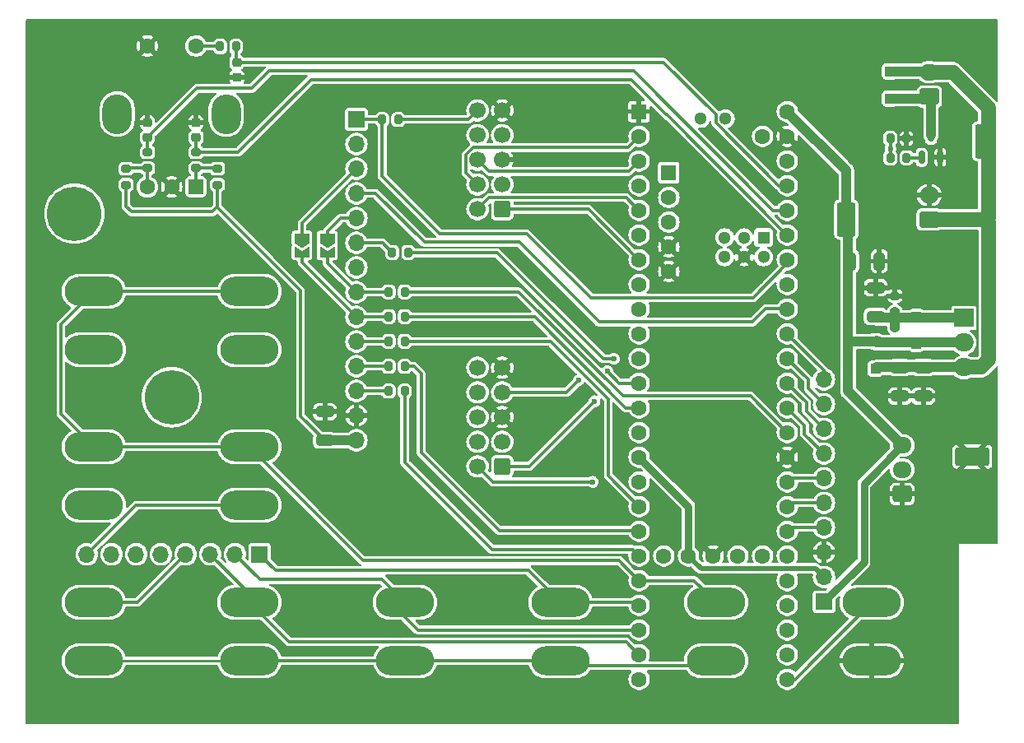
<source format=gbr>
%TF.GenerationSoftware,KiCad,Pcbnew,8.0.1*%
%TF.CreationDate,2024-04-21T23:41:19+02:00*%
%TF.ProjectId,PreciPSLoadFront,50726563-6950-4534-9c6f-616446726f6e,rev?*%
%TF.SameCoordinates,Original*%
%TF.FileFunction,Copper,L1,Top*%
%TF.FilePolarity,Positive*%
%FSLAX46Y46*%
G04 Gerber Fmt 4.6, Leading zero omitted, Abs format (unit mm)*
G04 Created by KiCad (PCBNEW 8.0.1) date 2024-04-21 23:41:19*
%MOMM*%
%LPD*%
G01*
G04 APERTURE LIST*
G04 Aperture macros list*
%AMRoundRect*
0 Rectangle with rounded corners*
0 $1 Rounding radius*
0 $2 $3 $4 $5 $6 $7 $8 $9 X,Y pos of 4 corners*
0 Add a 4 corners polygon primitive as box body*
4,1,4,$2,$3,$4,$5,$6,$7,$8,$9,$2,$3,0*
0 Add four circle primitives for the rounded corners*
1,1,$1+$1,$2,$3*
1,1,$1+$1,$4,$5*
1,1,$1+$1,$6,$7*
1,1,$1+$1,$8,$9*
0 Add four rect primitives between the rounded corners*
20,1,$1+$1,$2,$3,$4,$5,0*
20,1,$1+$1,$4,$5,$6,$7,0*
20,1,$1+$1,$6,$7,$8,$9,0*
20,1,$1+$1,$8,$9,$2,$3,0*%
%AMFreePoly0*
4,1,6,1.000000,0.000000,0.500000,-0.750000,-0.500000,-0.750000,-0.500000,0.750000,0.500000,0.750000,1.000000,0.000000,1.000000,0.000000,$1*%
%AMFreePoly1*
4,1,6,0.500000,-0.750000,-0.650000,-0.750000,-0.150000,0.000000,-0.650000,0.750000,0.500000,0.750000,0.500000,-0.750000,0.500000,-0.750000,$1*%
G04 Aperture macros list end*
%TA.AperFunction,ComponentPad*%
%ADD10R,1.600000X1.600000*%
%TD*%
%TA.AperFunction,ComponentPad*%
%ADD11C,1.600000*%
%TD*%
%TA.AperFunction,ComponentPad*%
%ADD12R,1.300000X1.300000*%
%TD*%
%TA.AperFunction,ComponentPad*%
%ADD13C,1.300000*%
%TD*%
%TA.AperFunction,ComponentPad*%
%ADD14R,1.700000X1.700000*%
%TD*%
%TA.AperFunction,ComponentPad*%
%ADD15O,1.700000X1.700000*%
%TD*%
%TA.AperFunction,SMDPad,CuDef*%
%ADD16RoundRect,0.250000X-0.650000X0.325000X-0.650000X-0.325000X0.650000X-0.325000X0.650000X0.325000X0*%
%TD*%
%TA.AperFunction,ComponentPad*%
%ADD17RoundRect,0.250000X0.725000X-0.600000X0.725000X0.600000X-0.725000X0.600000X-0.725000X-0.600000X0*%
%TD*%
%TA.AperFunction,ComponentPad*%
%ADD18O,1.950000X1.700000*%
%TD*%
%TA.AperFunction,SMDPad,CuDef*%
%ADD19FreePoly0,270.000000*%
%TD*%
%TA.AperFunction,SMDPad,CuDef*%
%ADD20FreePoly1,270.000000*%
%TD*%
%TA.AperFunction,SMDPad,CuDef*%
%ADD21RoundRect,0.200000X-0.200000X-0.275000X0.200000X-0.275000X0.200000X0.275000X-0.200000X0.275000X0*%
%TD*%
%TA.AperFunction,SMDPad,CuDef*%
%ADD22RoundRect,0.200000X0.275000X-0.200000X0.275000X0.200000X-0.275000X0.200000X-0.275000X-0.200000X0*%
%TD*%
%TA.AperFunction,SMDPad,CuDef*%
%ADD23RoundRect,0.250000X0.650000X-0.325000X0.650000X0.325000X-0.650000X0.325000X-0.650000X-0.325000X0*%
%TD*%
%TA.AperFunction,SMDPad,CuDef*%
%ADD24RoundRect,0.200000X0.750000X-1.550000X0.750000X1.550000X-0.750000X1.550000X-0.750000X-1.550000X0*%
%TD*%
%TA.AperFunction,SMDPad,CuDef*%
%ADD25RoundRect,0.225000X-0.250000X0.225000X-0.250000X-0.225000X0.250000X-0.225000X0.250000X0.225000X0*%
%TD*%
%TA.AperFunction,SMDPad,CuDef*%
%ADD26RoundRect,0.250000X-0.325000X-0.650000X0.325000X-0.650000X0.325000X0.650000X-0.325000X0.650000X0*%
%TD*%
%TA.AperFunction,ComponentPad*%
%ADD27RoundRect,0.250000X0.600000X0.600000X-0.600000X0.600000X-0.600000X-0.600000X0.600000X-0.600000X0*%
%TD*%
%TA.AperFunction,ComponentPad*%
%ADD28C,1.700000*%
%TD*%
%TA.AperFunction,SMDPad,CuDef*%
%ADD29RoundRect,0.200000X0.200000X0.275000X-0.200000X0.275000X-0.200000X-0.275000X0.200000X-0.275000X0*%
%TD*%
%TA.AperFunction,ComponentPad*%
%ADD30RoundRect,0.250000X0.750000X-0.600000X0.750000X0.600000X-0.750000X0.600000X-0.750000X-0.600000X0*%
%TD*%
%TA.AperFunction,ComponentPad*%
%ADD31O,2.000000X1.700000*%
%TD*%
%TA.AperFunction,ComponentPad*%
%ADD32R,2.000000X1.905000*%
%TD*%
%TA.AperFunction,ComponentPad*%
%ADD33O,2.000000X1.905000*%
%TD*%
%TA.AperFunction,SMDPad,CuDef*%
%ADD34RoundRect,0.200000X-0.275000X0.200000X-0.275000X-0.200000X0.275000X-0.200000X0.275000X0.200000X0*%
%TD*%
%TA.AperFunction,SMDPad,CuDef*%
%ADD35RoundRect,0.250000X0.300000X-0.300000X0.300000X0.300000X-0.300000X0.300000X-0.300000X-0.300000X0*%
%TD*%
%TA.AperFunction,SMDPad,CuDef*%
%ADD36RoundRect,0.200000X-1.550000X-0.750000X1.550000X-0.750000X1.550000X0.750000X-1.550000X0.750000X0*%
%TD*%
%TA.AperFunction,SMDPad,CuDef*%
%ADD37RoundRect,0.150000X0.150000X-0.512500X0.150000X0.512500X-0.150000X0.512500X-0.150000X-0.512500X0*%
%TD*%
%TA.AperFunction,ComponentPad*%
%ADD38C,3.600000*%
%TD*%
%TA.AperFunction,ConnectorPad*%
%ADD39C,5.600000*%
%TD*%
%TA.AperFunction,SMDPad,CuDef*%
%ADD40RoundRect,0.250000X-0.300000X0.300000X-0.300000X-0.300000X0.300000X-0.300000X0.300000X0.300000X0*%
%TD*%
%TA.AperFunction,ComponentPad*%
%ADD41O,6.000000X3.000000*%
%TD*%
%TA.AperFunction,ComponentPad*%
%ADD42RoundRect,0.250000X0.550000X-0.550000X0.550000X0.550000X-0.550000X0.550000X-0.550000X-0.550000X0*%
%TD*%
%TA.AperFunction,ComponentPad*%
%ADD43O,3.000000X4.100000*%
%TD*%
%TA.AperFunction,ViaPad*%
%ADD44C,0.800000*%
%TD*%
%TA.AperFunction,ViaPad*%
%ADD45C,0.600000*%
%TD*%
%TA.AperFunction,Conductor*%
%ADD46C,0.300000*%
%TD*%
%TA.AperFunction,Conductor*%
%ADD47C,0.500000*%
%TD*%
%TA.AperFunction,Conductor*%
%ADD48C,0.750000*%
%TD*%
%TA.AperFunction,Conductor*%
%ADD49C,1.000000*%
%TD*%
%TA.AperFunction,Conductor*%
%ADD50C,1.500000*%
%TD*%
%TA.AperFunction,Conductor*%
%ADD51C,0.250000*%
%TD*%
G04 APERTURE END LIST*
D10*
%TO.P,U2,1,GND*%
%TO.N,GND*%
X113080000Y-34490000D03*
D11*
%TO.P,U2,2,0_RX1_CRX2_CS1*%
%TO.N,Rx1*%
X113080000Y-37030000D03*
%TO.P,U2,3,1_TX1_CTX2_MISO1*%
%TO.N,Tx1*%
X113080000Y-39570000D03*
%TO.P,U2,4,2_OUT2*%
%TO.N,ISO1 DataIn2*%
X113080000Y-42110000D03*
%TO.P,U2,5,3_LRCLK2*%
%TO.N,ISO1 DataOut2*%
X113080000Y-44650000D03*
%TO.P,U2,6,4_BCLK2*%
%TO.N,ISO1 DataIn1*%
X113080000Y-47190000D03*
%TO.P,U2,7,5_IN2*%
%TO.N,ISO1 DataOut1*%
X113080000Y-49730000D03*
%TO.P,U2,8,6_OUT1D*%
%TO.N,ISO2 DataIn1*%
X113080000Y-52270000D03*
%TO.P,U2,9,7_RX2_OUT1A*%
%TO.N,Rx2*%
X113080000Y-54810000D03*
%TO.P,U2,10,8_TX2_IN1*%
%TO.N,Tx2*%
X113080000Y-57350000D03*
%TO.P,U2,11,9_OUT1C*%
%TO.N,ISO2 DataIn2*%
X113080000Y-59890000D03*
%TO.P,U2,12,10_CS_MQSR*%
%TO.N,ISO2 DataOut1*%
X113080000Y-62430000D03*
%TO.P,U2,13,11_MOSI_CTX1*%
%TO.N,SDI*%
X113080000Y-64970000D03*
%TO.P,U2,14,12_MISO_MQSL*%
%TO.N,SDO*%
X113080000Y-67510000D03*
%TO.P,U2,15,3V3*%
%TO.N,+3V3*%
X113080000Y-70050000D03*
%TO.P,U2,16,24_A10_TX6_SCL2*%
%TO.N,ISO2 DataOut2*%
X113080000Y-72590000D03*
%TO.P,U2,17,25_A11_RX6_SDA2*%
%TO.N,D{slash}C*%
X113080000Y-75130000D03*
%TO.P,U2,18,26_A12_MOSI1*%
%TO.N,Reset*%
X113080000Y-77670000D03*
%TO.P,U2,19,27_A13_SCK1*%
%TO.N,CS*%
X113080000Y-80210000D03*
%TO.P,U2,20,28_RX7*%
%TO.N,R5*%
X113080000Y-82750000D03*
%TO.P,U2,21,29_TX7*%
%TO.N,R4*%
X113080000Y-85290000D03*
%TO.P,U2,22,30_CRX3*%
%TO.N,R3*%
X113080000Y-87830000D03*
%TO.P,U2,23,31_CTX3*%
%TO.N,R2*%
X113080000Y-90370000D03*
%TO.P,U2,24,32_OUT1B*%
%TO.N,R1*%
X113080000Y-92910000D03*
%TO.P,U2,25,33_MCLK2*%
%TO.N,Net-(U2-33_MCLK2)*%
X128320000Y-92910000D03*
%TO.P,U2,26,34_RX8*%
%TO.N,C5*%
X128320000Y-90370000D03*
%TO.P,U2,27,35_TX8*%
%TO.N,C1*%
X128320000Y-87830000D03*
%TO.P,U2,28,36_CS*%
%TO.N,C2*%
X128320000Y-85290000D03*
%TO.P,U2,29,37_CS*%
%TO.N,C3*%
X128320000Y-82750000D03*
%TO.P,U2,30,38_CS1_IN1*%
%TO.N,C4*%
X128320000Y-80210000D03*
%TO.P,U2,31,39_MISO1_OUT1A*%
%TO.N,Net-(J9-Pin_4)*%
X128320000Y-77670000D03*
%TO.P,U2,32,40_A16*%
%TO.N,Net-(J9-Pin_5)*%
X128320000Y-75130000D03*
%TO.P,U2,33,41_A17*%
%TO.N,Net-(J9-Pin_6)*%
X128320000Y-72590000D03*
%TO.P,U2,34,GND*%
%TO.N,GND*%
X128320000Y-70050000D03*
%TO.P,U2,35,13_SCK_LED*%
%TO.N,SCK*%
X128320000Y-67510000D03*
%TO.P,U2,36,14_A0_TX3_SPDIF_OUT*%
%TO.N,Net-(J9-Pin_7)*%
X128320000Y-64970000D03*
%TO.P,U2,37,15_A1_RX3_SPDIF_IN*%
%TO.N,Net-(J9-Pin_8)*%
X128320000Y-62430000D03*
%TO.P,U2,38,16_A2_RX4_SCL1*%
%TO.N,Net-(J9-Pin_9)*%
X128320000Y-59890000D03*
%TO.P,U2,39,17_A3_TX4_SDA1*%
%TO.N,Net-(J9-Pin_10)*%
X128320000Y-57350000D03*
%TO.P,U2,40,18_A4_SDA*%
%TO.N,T_CS*%
X128320000Y-54810000D03*
%TO.P,U2,41,19_A5_SCL*%
%TO.N,Fan*%
X128320000Y-52270000D03*
%TO.P,U2,42,20_A6_TX5_LRCLK1*%
%TO.N,T_IRQ*%
X128320000Y-49730000D03*
%TO.P,U2,43,21_A7_RX5_BCLK1*%
%TO.N,RotA*%
X128320000Y-47190000D03*
%TO.P,U2,44,22_A8_CTX1*%
%TO.N,RotB*%
X128320000Y-44650000D03*
%TO.P,U2,45,23_A9_CRX1_MCLK1*%
%TO.N,RotBTN*%
X128320000Y-42110000D03*
%TO.P,U2,46,3V3*%
%TO.N,+3V3*%
X128320000Y-39570000D03*
%TO.P,U2,47,GND*%
%TO.N,GND*%
X128320000Y-37030000D03*
%TO.P,U2,48,VIN*%
%TO.N,+5V*%
X128320000Y-34490000D03*
%TO.P,U2,49,VUSB*%
%TO.N,unconnected-(U2-VUSB-Pad49)*%
X125780000Y-37030000D03*
%TO.P,U2,50,VBAT*%
%TO.N,unconnected-(U2-VBAT-Pad50)*%
X115620000Y-80210000D03*
%TO.P,U2,51,3V3*%
%TO.N,+3V3*%
X118160000Y-80210000D03*
%TO.P,U2,52,GND*%
%TO.N,GND*%
X120700000Y-80210000D03*
%TO.P,U2,53,PROGRAM*%
%TO.N,unconnected-(U2-PROGRAM-Pad53)*%
X123240000Y-80210000D03*
%TO.P,U2,54,ON_OFF*%
%TO.N,unconnected-(U2-ON_OFF-Pad54)*%
X125780000Y-80210000D03*
D10*
%TO.P,U2,55,5V*%
%TO.N,unconnected-(U2-5V-Pad55)*%
X116130800Y-40789200D03*
D11*
%TO.P,U2,56,D-*%
%TO.N,unconnected-(U2-D--Pad56)*%
X116130800Y-43329200D03*
%TO.P,U2,57,D+*%
%TO.N,unconnected-(U2-D+-Pad57)*%
X116130800Y-45869200D03*
%TO.P,U2,58,GND*%
%TO.N,GND*%
X116130800Y-48409200D03*
%TO.P,U2,59,GND*%
X116130800Y-50949200D03*
D12*
%TO.P,U2,60,R+*%
%TO.N,unconnected-(U2-R+-Pad60)*%
X125881600Y-47460000D03*
D13*
%TO.P,U2,61,LED*%
%TO.N,unconnected-(U2-LED-Pad61)*%
X123881600Y-47460000D03*
%TO.P,U2,62,T-*%
%TO.N,unconnected-(U2-T--Pad62)*%
X121881600Y-47460000D03*
%TO.P,U2,63,T+*%
%TO.N,unconnected-(U2-T+-Pad63)*%
X121881600Y-49460000D03*
%TO.P,U2,64,GND*%
%TO.N,GND*%
X123881600Y-49460000D03*
%TO.P,U2,65,R-*%
%TO.N,unconnected-(U2-R--Pad65)*%
X125881600Y-49460000D03*
%TO.P,U2,66,D-*%
%TO.N,unconnected-(U2-D--Pad66)*%
X121970000Y-35220000D03*
%TO.P,U2,67,D+*%
%TO.N,unconnected-(U2-D+-Pad67)*%
X119430000Y-35220000D03*
%TD*%
D14*
%TO.P,J9,1,Pin_1*%
%TO.N,+5V*%
X132100000Y-84920000D03*
D15*
%TO.P,J9,2,Pin_2*%
%TO.N,+3V3*%
X132100000Y-82380000D03*
%TO.P,J9,3,Pin_3*%
%TO.N,GND*%
X132100000Y-79840000D03*
%TO.P,J9,4,Pin_4*%
%TO.N,Net-(J9-Pin_4)*%
X132100000Y-77300000D03*
%TO.P,J9,5,Pin_5*%
%TO.N,Net-(J9-Pin_5)*%
X132100000Y-74760000D03*
%TO.P,J9,6,Pin_6*%
%TO.N,Net-(J9-Pin_6)*%
X132100000Y-72220000D03*
%TO.P,J9,7,Pin_7*%
%TO.N,Net-(J9-Pin_7)*%
X132100000Y-69680000D03*
%TO.P,J9,8,Pin_8*%
%TO.N,Net-(J9-Pin_8)*%
X132100000Y-67140000D03*
%TO.P,J9,9,Pin_9*%
%TO.N,Net-(J9-Pin_9)*%
X132100000Y-64600000D03*
%TO.P,J9,10,Pin_10*%
%TO.N,Net-(J9-Pin_10)*%
X132100000Y-62060000D03*
%TD*%
D16*
%TO.P,C5,1*%
%TO.N,+12V*%
X139900000Y-60825000D03*
%TO.P,C5,2*%
%TO.N,GND*%
X139900000Y-63775000D03*
%TD*%
D17*
%TO.P,J7,1,Pin_1*%
%TO.N,GND*%
X140150000Y-73850000D03*
D18*
%TO.P,J7,2,Pin_2*%
%TO.N,+3V3*%
X140150000Y-71350000D03*
%TO.P,J7,3,Pin_3*%
%TO.N,+5V*%
X140150000Y-68850000D03*
%TD*%
D19*
%TO.P,JP3,1,A*%
%TO.N,T_DIN*%
X78400000Y-47550000D03*
D20*
%TO.P,JP3,2,B*%
%TO.N,Net-(J4-Pin_9)*%
X78400000Y-49000000D03*
%TD*%
D19*
%TO.P,JP2,1,A*%
%TO.N,T_CLK*%
X81000000Y-47550000D03*
D20*
%TO.P,JP2,2,B*%
%TO.N,Net-(J4-Pin_8)*%
X81000000Y-49000000D03*
%TD*%
D21*
%TO.P,R10,1*%
%TO.N,T_IRQ*%
X86650000Y-35300000D03*
%TO.P,R10,2*%
%TO.N,+3V3*%
X88300000Y-35300000D03*
%TD*%
D22*
%TO.P,R4,1*%
%TO.N,Net-(R4-Pad1)*%
X62500000Y-40325000D03*
%TO.P,R4,2*%
%TO.N,RotB*%
X62500000Y-38675000D03*
%TD*%
D23*
%TO.P,C1,1*%
%TO.N,+3V3*%
X80750000Y-68325000D03*
%TO.P,C1,2*%
%TO.N,GND*%
X80750000Y-65375000D03*
%TD*%
D21*
%TO.P,R22,1*%
%TO.N,Net-(J4-Pin_8)*%
X87325000Y-53050000D03*
%TO.P,R22,2*%
%TO.N,SCK*%
X88975000Y-53050000D03*
%TD*%
D24*
%TO.P,TP2,1,1*%
%TO.N,+5V*%
X134400000Y-45600000D03*
%TD*%
D25*
%TO.P,C2,1*%
%TO.N,GND*%
X62500000Y-35625000D03*
%TO.P,C2,2*%
%TO.N,RotB*%
X62500000Y-37175000D03*
%TD*%
D26*
%TO.P,C7,1*%
%TO.N,+5V*%
X134825000Y-49900000D03*
%TO.P,C7,2*%
%TO.N,GND*%
X137775000Y-49900000D03*
%TD*%
D27*
%TO.P,J1,1,Pin_1*%
%TO.N,ISO1 DataOut1*%
X99000000Y-44540000D03*
D28*
%TO.P,J1,2,Pin_2*%
%TO.N,ISO1 DataOut2*%
X96460000Y-44540000D03*
%TO.P,J1,3,Pin_3*%
%TO.N,+3V3*%
X99000000Y-42000000D03*
%TO.P,J1,4,Pin_4*%
%TO.N,Rx1*%
X96460000Y-42000000D03*
%TO.P,J1,5,Pin_5*%
%TO.N,GND*%
X99000000Y-39460000D03*
%TO.P,J1,6,Pin_6*%
%TO.N,Tx1*%
X96460000Y-39460000D03*
%TO.P,J1,7,Pin_7*%
%TO.N,ISO1 DataIn2*%
X99000000Y-36920000D03*
%TO.P,J1,8,Pin_8*%
%TO.N,ISO1 DataIn1*%
X96460000Y-36920000D03*
%TO.P,J1,9,Pin_9*%
%TO.N,GND*%
X99000000Y-34380000D03*
%TO.P,J1,10,Pin_10*%
%TO.N,+3V3*%
X96460000Y-34380000D03*
%TD*%
D29*
%TO.P,R2,1*%
%TO.N,GND*%
X140575000Y-37250000D03*
%TO.P,R2,2*%
%TO.N,Fan*%
X138925000Y-37250000D03*
%TD*%
D21*
%TO.P,R23,1*%
%TO.N,Net-(J4-Pin_9)*%
X87325000Y-55600000D03*
%TO.P,R23,2*%
%TO.N,SDI*%
X88975000Y-55600000D03*
%TD*%
D30*
%TO.P,J6,1,Pin_1*%
%TO.N,+12V*%
X142912500Y-45600000D03*
D31*
%TO.P,J6,2,Pin_2*%
%TO.N,GND*%
X142912500Y-43100000D03*
%TD*%
D25*
%TO.P,C3,1*%
%TO.N,GND*%
X67500000Y-35625000D03*
%TO.P,C3,2*%
%TO.N,RotA*%
X67500000Y-37175000D03*
%TD*%
D22*
%TO.P,R9,1*%
%TO.N,+5V*%
X139400000Y-58325000D03*
%TO.P,R9,2*%
%TO.N,Net-(D3-A)*%
X139400000Y-56675000D03*
%TD*%
D32*
%TO.P,U3,1,ADJ*%
%TO.N,Net-(D3-A)*%
X146492500Y-55735000D03*
D33*
%TO.P,U3,2,VO*%
%TO.N,+5V*%
X146492500Y-58275000D03*
%TO.P,U3,3,VI*%
%TO.N,+12V*%
X146492500Y-60815000D03*
%TD*%
D25*
%TO.P,C4,1*%
%TO.N,RotBTN*%
X71700000Y-29425000D03*
%TO.P,C4,2*%
%TO.N,GND*%
X71700000Y-30975000D03*
%TD*%
D23*
%TO.P,C6,1*%
%TO.N,Net-(D3-A)*%
X137400000Y-55575000D03*
%TO.P,C6,2*%
%TO.N,GND*%
X137400000Y-52625000D03*
%TD*%
D34*
%TO.P,R6,1*%
%TO.N,Net-(R4-Pad1)*%
X60300000Y-40375000D03*
%TO.P,R6,2*%
%TO.N,+3V3*%
X60300000Y-42025000D03*
%TD*%
D35*
%TO.P,D2,1,K*%
%TO.N,+12V*%
X137400000Y-60950000D03*
%TO.P,D2,2,A*%
%TO.N,+5V*%
X137400000Y-58150000D03*
%TD*%
D16*
%TO.P,C8,1*%
%TO.N,+12V*%
X142300000Y-60825000D03*
%TO.P,C8,2*%
%TO.N,GND*%
X142300000Y-63775000D03*
%TD*%
D36*
%TO.P,TP1,1,1*%
%TO.N,GND*%
X147350000Y-70000000D03*
%TD*%
D21*
%TO.P,R26,1*%
%TO.N,Net-(J4-Pin_12)*%
X87325000Y-63250000D03*
%TO.P,R26,2*%
%TO.N,CS*%
X88975000Y-63250000D03*
%TD*%
%TO.P,R21,1*%
%TO.N,Net-(J4-Pin_6)*%
X87675000Y-49000000D03*
%TO.P,R21,2*%
%TO.N,SDO*%
X89325000Y-49000000D03*
%TD*%
D24*
%TO.P,TP3,1,1*%
%TO.N,+12V*%
X148600000Y-37550000D03*
%TD*%
D21*
%TO.P,R25,1*%
%TO.N,Net-(J4-Pin_11)*%
X87325000Y-60700000D03*
%TO.P,R25,2*%
%TO.N,Reset*%
X88975000Y-60700000D03*
%TD*%
D35*
%TO.P,D3,1,K*%
%TO.N,+5V*%
X141600000Y-58400000D03*
%TO.P,D3,2,A*%
%TO.N,Net-(D3-A)*%
X141600000Y-55600000D03*
%TD*%
D22*
%TO.P,R8,1*%
%TO.N,Net-(D3-A)*%
X139400000Y-55125000D03*
%TO.P,R8,2*%
%TO.N,GND*%
X139400000Y-53475000D03*
%TD*%
D34*
%TO.P,R5,1*%
%TO.N,Net-(R3-Pad2)*%
X69700000Y-40375000D03*
%TO.P,R5,2*%
%TO.N,+3V3*%
X69700000Y-42025000D03*
%TD*%
D37*
%TO.P,Q1,1,G*%
%TO.N,Net-(Q1-G)*%
X142150000Y-39200000D03*
%TO.P,Q1,2,S*%
%TO.N,GND*%
X144050000Y-39200000D03*
%TO.P,Q1,3,D*%
%TO.N,Net-(D1-A)*%
X143100000Y-36925000D03*
%TD*%
D34*
%TO.P,R3,1*%
%TO.N,RotA*%
X67500000Y-38675000D03*
%TO.P,R3,2*%
%TO.N,Net-(R3-Pad2)*%
X67500000Y-40325000D03*
%TD*%
D21*
%TO.P,R1,1*%
%TO.N,Fan*%
X138925000Y-39250000D03*
%TO.P,R1,2*%
%TO.N,Net-(Q1-G)*%
X140575000Y-39250000D03*
%TD*%
%TO.P,R24,1*%
%TO.N,Net-(J4-Pin_10)*%
X87325000Y-58150000D03*
%TO.P,R24,2*%
%TO.N,D{slash}C*%
X88975000Y-58150000D03*
%TD*%
D38*
%TO.P,REF\u002A\u002A,1*%
%TO.N,N/C*%
X55000000Y-45000000D03*
D39*
X55000000Y-45000000D03*
%TD*%
D40*
%TO.P,D1,1,K*%
%TO.N,+12V*%
X138850000Y-30350000D03*
%TO.P,D1,2,A*%
%TO.N,Net-(D1-A)*%
X138850000Y-33150000D03*
%TD*%
D30*
%TO.P,J3,1,Pin_1*%
%TO.N,Net-(D1-A)*%
X142937500Y-32950000D03*
D31*
%TO.P,J3,2,Pin_2*%
%TO.N,+12V*%
X142937500Y-30450000D03*
%TD*%
D29*
%TO.P,R7,1*%
%TO.N,RotBTN*%
X71625000Y-27800000D03*
%TO.P,R7,2*%
%TO.N,Net-(R7-Pad2)*%
X69975000Y-27800000D03*
%TD*%
D14*
%TO.P,J5,1,Pin_1*%
%TO.N,R4*%
X74050000Y-80050000D03*
D15*
%TO.P,J5,2,Pin_2*%
%TO.N,R3*%
X71510000Y-80050000D03*
%TO.P,J5,3,Pin_3*%
%TO.N,R2*%
X68970000Y-80050000D03*
%TO.P,J5,4,Pin_4*%
%TO.N,R1*%
X66430000Y-80050000D03*
%TO.P,J5,5,Pin_5*%
%TO.N,C4*%
X63890000Y-80050000D03*
%TO.P,J5,6,Pin_6*%
%TO.N,C3*%
X61350000Y-80050000D03*
%TO.P,J5,7,Pin_7*%
%TO.N,C2*%
X58810000Y-80050000D03*
%TO.P,J5,8,Pin_8*%
%TO.N,C1*%
X56270000Y-80050000D03*
%TD*%
D27*
%TO.P,J2,1,Pin_1*%
%TO.N,ISO2 DataOut1*%
X99000000Y-71000000D03*
D28*
%TO.P,J2,2,Pin_2*%
%TO.N,ISO2 DataOut2*%
X96460000Y-71000000D03*
%TO.P,J2,3,Pin_3*%
%TO.N,+3V3*%
X99000000Y-68460000D03*
%TO.P,J2,4,Pin_4*%
%TO.N,Rx2*%
X96460000Y-68460000D03*
%TO.P,J2,5,Pin_5*%
%TO.N,GND*%
X99000000Y-65920000D03*
%TO.P,J2,6,Pin_6*%
%TO.N,Tx2*%
X96460000Y-65920000D03*
%TO.P,J2,7,Pin_7*%
%TO.N,ISO2 DataIn2*%
X99000000Y-63380000D03*
%TO.P,J2,8,Pin_8*%
%TO.N,ISO2 DataIn1*%
X96460000Y-63380000D03*
%TO.P,J2,9,Pin_9*%
%TO.N,GND*%
X99000000Y-60840000D03*
%TO.P,J2,10,Pin_10*%
%TO.N,+3V3*%
X96460000Y-60840000D03*
%TD*%
D38*
%TO.P,REF\u002A\u002A,1*%
%TO.N,N/C*%
X65000000Y-63900000D03*
D39*
X65000000Y-63900000D03*
%TD*%
D41*
%TO.P,SW4,1,1*%
%TO.N,R4*%
X105000000Y-85000000D03*
%TO.P,SW4,2,2*%
%TO.N,C5*%
X105000000Y-91000000D03*
%TD*%
%TO.P,SW9,1,1*%
%TO.N,R5*%
X73000000Y-53000000D03*
%TO.P,SW9,2,2*%
%TO.N,C4*%
X73000000Y-59000000D03*
%TD*%
%TO.P,SW7,1,1*%
%TO.N,R5*%
X57000000Y-69000000D03*
%TO.P,SW7,2,2*%
%TO.N,C2*%
X57000000Y-75000000D03*
%TD*%
D42*
%TO.P,SW10,A,A*%
%TO.N,Net-(R3-Pad2)*%
X67500000Y-42250000D03*
D11*
%TO.P,SW10,B,B*%
%TO.N,Net-(R4-Pad1)*%
X62500000Y-42250000D03*
%TO.P,SW10,C,C*%
%TO.N,GND*%
X65000000Y-42250000D03*
%TO.P,SW10,S1,S1*%
%TO.N,Net-(R7-Pad2)*%
X67500000Y-27750000D03*
%TO.P,SW10,S2,S2*%
%TO.N,GND*%
X62500000Y-27750000D03*
D43*
%TO.P,SW10,SH*%
%TO.N,N/C*%
X59400000Y-34750000D03*
X70600000Y-34750000D03*
%TD*%
D41*
%TO.P,SW11,1,1*%
%TO.N,Net-(U2-33_MCLK2)*%
X137000000Y-85000000D03*
%TO.P,SW11,2,2*%
%TO.N,GND*%
X137000000Y-91000000D03*
%TD*%
%TO.P,SW3,1,1*%
%TO.N,R3*%
X89000000Y-85000000D03*
%TO.P,SW3,2,2*%
%TO.N,C5*%
X89000000Y-91000000D03*
%TD*%
D14*
%TO.P,J4,1,Pin_1*%
%TO.N,T_IRQ*%
X84000000Y-35300000D03*
D15*
%TO.P,J4,2,Pin_2*%
%TO.N,T_OUT*%
X84000000Y-37840000D03*
%TO.P,J4,3,Pin_3*%
%TO.N,T_DIN*%
X84000000Y-40380000D03*
%TO.P,J4,4,Pin_4*%
%TO.N,T_CS*%
X84000000Y-42920000D03*
%TO.P,J4,5,Pin_5*%
%TO.N,T_CLK*%
X84000000Y-45460000D03*
%TO.P,J4,6,Pin_6*%
%TO.N,Net-(J4-Pin_6)*%
X84000000Y-48000000D03*
%TO.P,J4,7,Pin_7*%
%TO.N,+5V*%
X84000000Y-50540000D03*
%TO.P,J4,8,Pin_8*%
%TO.N,Net-(J4-Pin_8)*%
X84000000Y-53080000D03*
%TO.P,J4,9,Pin_9*%
%TO.N,Net-(J4-Pin_9)*%
X84000000Y-55620000D03*
%TO.P,J4,10,Pin_10*%
%TO.N,Net-(J4-Pin_10)*%
X84000000Y-58160000D03*
%TO.P,J4,11,Pin_11*%
%TO.N,Net-(J4-Pin_11)*%
X84000000Y-60700000D03*
%TO.P,J4,12,Pin_12*%
%TO.N,Net-(J4-Pin_12)*%
X84000000Y-63240000D03*
%TO.P,J4,13,Pin_13*%
%TO.N,GND*%
X84000000Y-65780000D03*
%TO.P,J4,14,Pin_14*%
%TO.N,+3V3*%
X84000000Y-68320000D03*
%TD*%
D41*
%TO.P,SW5,1,1*%
%TO.N,R5*%
X121000000Y-85000000D03*
%TO.P,SW5,2,2*%
%TO.N,C5*%
X121000000Y-91000000D03*
%TD*%
%TO.P,SW1,1,1*%
%TO.N,R1*%
X57000000Y-85000000D03*
%TO.P,SW1,2,2*%
%TO.N,C5*%
X57000000Y-91000000D03*
%TD*%
%TO.P,SW2,1,1*%
%TO.N,R2*%
X73000000Y-85000000D03*
%TO.P,SW2,2,2*%
%TO.N,C5*%
X73000000Y-91000000D03*
%TD*%
%TO.P,SW6,1,1*%
%TO.N,R5*%
X73000000Y-69000000D03*
%TO.P,SW6,2,2*%
%TO.N,C1*%
X73000000Y-75000000D03*
%TD*%
%TO.P,SW8,1,1*%
%TO.N,R5*%
X57000000Y-53000000D03*
%TO.P,SW8,2,2*%
%TO.N,C3*%
X57000000Y-59000000D03*
%TD*%
D44*
%TO.N,GND*%
X105900000Y-54700000D03*
X101800000Y-50700000D03*
X87500000Y-32700000D03*
X93300000Y-33500000D03*
X125500000Y-58600000D03*
X130500000Y-56800000D03*
X138300000Y-81600000D03*
X134600000Y-74400000D03*
X136700000Y-47900000D03*
X74600000Y-64100000D03*
X95900000Y-85100000D03*
X65700000Y-87100000D03*
X81500000Y-85700000D03*
X101800000Y-59800000D03*
X108500000Y-67200000D03*
X103000000Y-67200000D03*
X105700000Y-64800000D03*
X108000000Y-39500000D03*
X102000000Y-42100000D03*
X106700000Y-46400000D03*
X110400000Y-50700000D03*
X108200000Y-52100000D03*
X103300000Y-46800000D03*
X99000000Y-51500000D03*
X96200000Y-51200000D03*
X92200000Y-51200000D03*
X87000000Y-51200000D03*
X89000000Y-47500000D03*
X85600000Y-39200000D03*
X85900000Y-45500000D03*
X77500000Y-41300000D03*
X81000000Y-37100000D03*
X89500000Y-42000000D03*
X90000000Y-37400000D03*
X92500000Y-37200000D03*
X92800000Y-44200000D03*
X102000000Y-34800000D03*
X110000000Y-34900000D03*
X135600000Y-67100000D03*
X132300000Y-50200000D03*
X139800000Y-47100000D03*
X138700000Y-42400000D03*
X134900000Y-38800000D03*
X131300000Y-34900000D03*
X130500000Y-42300000D03*
X130600000Y-47700000D03*
X133000000Y-52200000D03*
X131100000Y-89100000D03*
X125600000Y-89700000D03*
X116300000Y-89700000D03*
X116100000Y-85700000D03*
X125800000Y-84800000D03*
X123600000Y-44900000D03*
X124700000Y-33900000D03*
X122000000Y-33500000D03*
X116000000Y-37300000D03*
X119500000Y-41500000D03*
X117900000Y-45700000D03*
X118000000Y-52100000D03*
X121400000Y-51900000D03*
X125500000Y-51900000D03*
X126700000Y-53800000D03*
X121500000Y-55000000D03*
X118100000Y-54800000D03*
X115900000Y-54900000D03*
X115400000Y-62000000D03*
X115600000Y-57600000D03*
X118500000Y-57800000D03*
X118300000Y-62300000D03*
X122300000Y-62200000D03*
X126100000Y-63300000D03*
X115300000Y-65100000D03*
X118900000Y-67100000D03*
X125300000Y-67000000D03*
X126400000Y-77000000D03*
X126200000Y-70800000D03*
X120000000Y-77500000D03*
X116200000Y-70600000D03*
X115900000Y-77100000D03*
X115500000Y-75200000D03*
X93000000Y-77200000D03*
X87500000Y-71100000D03*
X106700000Y-75300000D03*
X99200000Y-75100000D03*
X94200000Y-70400000D03*
X94100000Y-65500000D03*
X92100000Y-60200000D03*
X86500000Y-65400000D03*
X78200000Y-71600000D03*
X84700000Y-76900000D03*
X77600000Y-76800000D03*
X63100000Y-76500000D03*
X67800000Y-77400000D03*
X72400000Y-72100000D03*
X65200000Y-71400000D03*
X65000000Y-67800000D03*
X65300000Y-55800000D03*
X60600000Y-46900000D03*
X69500000Y-47200000D03*
X72200000Y-40100000D03*
X72300000Y-44200000D03*
X76500000Y-31700000D03*
X69800000Y-30700000D03*
X67700000Y-34200000D03*
X62400000Y-34000000D03*
X79800000Y-63700000D03*
X81500000Y-63700000D03*
X143500000Y-65400000D03*
X141000000Y-65600000D03*
X137200000Y-63500000D03*
X140200000Y-51900000D03*
X140600000Y-35700000D03*
X147500000Y-65000000D03*
X147500000Y-67500000D03*
X147500000Y-75000000D03*
X142500000Y-80000000D03*
X142500000Y-85000000D03*
X142500000Y-90000000D03*
X142500000Y-95000000D03*
X137500000Y-95000000D03*
X132500000Y-95000000D03*
X127500000Y-95000000D03*
X122500000Y-95000000D03*
X117500000Y-95000000D03*
X112500000Y-95000000D03*
X107500000Y-95000000D03*
X102500000Y-95000000D03*
X97500000Y-95000000D03*
X92500000Y-95000000D03*
X87500000Y-95000000D03*
X82500000Y-95000000D03*
X77500000Y-95000000D03*
X72500000Y-95000000D03*
X67500000Y-95000000D03*
X62500000Y-95000000D03*
X57500000Y-95000000D03*
X52500000Y-95000000D03*
X52500000Y-92500000D03*
X52500000Y-87500000D03*
X52500000Y-82500000D03*
X52500000Y-77500000D03*
X52500000Y-72500000D03*
X52500000Y-67500000D03*
X52500000Y-62500000D03*
X52500000Y-57500000D03*
X52500000Y-52500000D03*
X52600000Y-48600000D03*
X52500000Y-41000000D03*
X52500000Y-37500000D03*
X52500000Y-32500000D03*
X52500000Y-27500000D03*
X57500000Y-27500000D03*
X65000000Y-27500000D03*
X77500000Y-27500000D03*
X82500000Y-27500000D03*
X87500000Y-27500000D03*
X92500000Y-27500000D03*
X97500000Y-27500000D03*
X102500000Y-27500000D03*
X107500000Y-27500000D03*
X112500000Y-27500000D03*
X117500000Y-27500000D03*
X122500000Y-27500000D03*
X127500000Y-27500000D03*
X132500000Y-27500000D03*
X137500000Y-27500000D03*
X142500000Y-27500000D03*
X147500000Y-27500000D03*
D45*
%TO.N,SDO*%
X110475000Y-59925000D03*
%TO.N,ISO2 DataOut1*%
X109800000Y-61200000D03*
X108500000Y-64300000D03*
%TO.N,ISO2 DataIn2*%
X106850000Y-62150000D03*
%TO.N,ISO2 DataOut2*%
X108300000Y-72600000D03*
%TO.N,Fan*%
X138925000Y-38300000D03*
%TD*%
D46*
%TO.N,T_CS*%
X124750000Y-56150000D02*
X126100000Y-54800000D01*
X108950000Y-56150000D02*
X124750000Y-56150000D01*
X126100000Y-54800000D02*
X128310000Y-54800000D01*
X91000000Y-47950000D02*
X100750000Y-47950000D01*
X85970000Y-42920000D02*
X91000000Y-47950000D01*
X100750000Y-47950000D02*
X108950000Y-56150000D01*
X128310000Y-54800000D02*
X128320000Y-54810000D01*
X84000000Y-42920000D02*
X85970000Y-42920000D01*
%TO.N,Net-(J9-Pin_10)*%
X128320000Y-57350000D02*
X132100000Y-61130000D01*
X132100000Y-61130000D02*
X132100000Y-62060000D01*
%TO.N,T_IRQ*%
X124800661Y-53660000D02*
X128320000Y-50140661D01*
X128320000Y-50140661D02*
X128320000Y-49730000D01*
X108110000Y-53660000D02*
X124800661Y-53660000D01*
X86650000Y-35300000D02*
X86650000Y-41150000D01*
X86650000Y-41150000D02*
X92550000Y-47050000D01*
X92550000Y-47050000D02*
X101500000Y-47050000D01*
X101500000Y-47050000D02*
X108110000Y-53660000D01*
D47*
%TO.N,+3V3*%
X119450000Y-81500000D02*
X118160000Y-80210000D01*
X131220000Y-81500000D02*
X119450000Y-81500000D01*
X132100000Y-82380000D02*
X131220000Y-81500000D01*
D48*
X118160000Y-75130000D02*
X118160000Y-80210000D01*
X113080000Y-70050000D02*
X118160000Y-75130000D01*
%TO.N,+5V*%
X136200000Y-80820000D02*
X132100000Y-84920000D01*
X136200000Y-72800000D02*
X136200000Y-80820000D01*
X140150000Y-68850000D02*
X136200000Y-72800000D01*
D46*
%TO.N,Net-(J9-Pin_9)*%
X130500000Y-63000000D02*
X132100000Y-64600000D01*
X130500000Y-62070000D02*
X130500000Y-63000000D01*
X128320000Y-59890000D02*
X130500000Y-62070000D01*
%TO.N,Net-(J9-Pin_8)*%
X130300000Y-65340000D02*
X132100000Y-67140000D01*
X128320000Y-62430000D02*
X130300000Y-64410000D01*
X130300000Y-64410000D02*
X130300000Y-65340000D01*
%TO.N,Net-(J9-Pin_7)*%
X130100000Y-66750000D02*
X128320000Y-64970000D01*
X132100000Y-69680000D02*
X130100000Y-67680000D01*
X130100000Y-67680000D02*
X130100000Y-66750000D01*
%TO.N,Net-(J9-Pin_6)*%
X128690000Y-72220000D02*
X128320000Y-72590000D01*
X132100000Y-72220000D02*
X128690000Y-72220000D01*
%TO.N,Net-(J9-Pin_5)*%
X128690000Y-74760000D02*
X128320000Y-75130000D01*
X132100000Y-74760000D02*
X128690000Y-74760000D01*
%TO.N,Net-(J9-Pin_4)*%
X128690000Y-77300000D02*
X128320000Y-77670000D01*
X132100000Y-77300000D02*
X128690000Y-77300000D01*
%TO.N,Net-(U2-33_MCLK2)*%
X129090000Y-92910000D02*
X137000000Y-85000000D01*
X128320000Y-92910000D02*
X129090000Y-92910000D01*
D49*
%TO.N,+5V*%
X134575000Y-45775000D02*
X134400000Y-45600000D01*
X134575000Y-58100000D02*
X134575000Y-45775000D01*
X134400000Y-40570000D02*
X134400000Y-45600000D01*
X128320000Y-34490000D02*
X134400000Y-40570000D01*
%TO.N,Net-(D3-A)*%
X139400000Y-56675000D02*
X139400000Y-55125000D01*
X146492500Y-55735000D02*
X137560000Y-55735000D01*
X137560000Y-55735000D02*
X137400000Y-55575000D01*
%TO.N,+5V*%
X137400000Y-58150000D02*
X137475000Y-58075000D01*
X137525000Y-58275000D02*
X137400000Y-58150000D01*
X137400000Y-58150000D02*
X134625000Y-58150000D01*
%TO.N,+12V*%
X146492500Y-60815000D02*
X137535000Y-60815000D01*
%TO.N,+5V*%
X146492500Y-58275000D02*
X137525000Y-58275000D01*
X134625000Y-58150000D02*
X134575000Y-58100000D01*
%TO.N,+12V*%
X137535000Y-60815000D02*
X137400000Y-60950000D01*
%TO.N,+5V*%
X140150000Y-68850000D02*
X134575000Y-63275000D01*
X134575000Y-63275000D02*
X134575000Y-58100000D01*
D47*
%TO.N,GND*%
X100560000Y-39460000D02*
X100600000Y-39500000D01*
X99000000Y-39460000D02*
X100560000Y-39460000D01*
D46*
%TO.N,SDO*%
X98500000Y-49050000D02*
X89375000Y-49050000D01*
X89375000Y-49050000D02*
X89325000Y-49000000D01*
X109375000Y-59925000D02*
X98500000Y-49050000D01*
%TO.N,Net-(J4-Pin_6)*%
X84000000Y-48000000D02*
X86675000Y-48000000D01*
%TO.N,SDO*%
X110475000Y-59925000D02*
X109375000Y-59925000D01*
%TO.N,Net-(J4-Pin_6)*%
X86675000Y-48000000D02*
X87675000Y-49000000D01*
%TO.N,R5*%
X53600000Y-56400000D02*
X57000000Y-53000000D01*
X53600000Y-65600000D02*
X53600000Y-56400000D01*
X57000000Y-69000000D02*
X53600000Y-65600000D01*
%TO.N,Net-(J4-Pin_9)*%
X78400000Y-50020000D02*
X84000000Y-55620000D01*
X78400000Y-49000000D02*
X78400000Y-50020000D01*
%TO.N,T_DIN*%
X78400000Y-45980000D02*
X84000000Y-40380000D01*
X78400000Y-47550000D02*
X78400000Y-45980000D01*
%TO.N,T_CLK*%
X82390000Y-45460000D02*
X84000000Y-45460000D01*
X81000000Y-46850000D02*
X82390000Y-45460000D01*
X81000000Y-47550000D02*
X81000000Y-46850000D01*
%TO.N,Net-(J4-Pin_8)*%
X81000000Y-50080000D02*
X81000000Y-49000000D01*
X84000000Y-53080000D02*
X81000000Y-50080000D01*
%TO.N,+3V3*%
X78250000Y-65825000D02*
X80750000Y-68325000D01*
X78250000Y-52900000D02*
X78250000Y-65825000D01*
X69700000Y-44350000D02*
X78250000Y-52900000D01*
X69700000Y-42025000D02*
X69700000Y-44350000D01*
%TO.N,RotA*%
X115930000Y-34800000D02*
X128320000Y-47190000D01*
X115850000Y-34800000D02*
X115930000Y-34800000D01*
X79319239Y-31200000D02*
X112250000Y-31200000D01*
X112250000Y-31200000D02*
X115850000Y-34800000D01*
X67500000Y-38675000D02*
X71844239Y-38675000D01*
X71844239Y-38675000D02*
X79319239Y-31200000D01*
%TO.N,RotB*%
X112500000Y-30300000D02*
X126850000Y-44650000D01*
X73250000Y-32100000D02*
X75050000Y-30300000D01*
X126850000Y-44650000D02*
X128320000Y-44650000D01*
X67575000Y-32100000D02*
X73250000Y-32100000D01*
X62500000Y-37175000D02*
X67575000Y-32100000D01*
X75050000Y-30300000D02*
X112500000Y-30300000D01*
%TO.N,+3V3*%
X95540000Y-35300000D02*
X96460000Y-34380000D01*
X88300000Y-35300000D02*
X95540000Y-35300000D01*
%TO.N,T_IRQ*%
X84000000Y-35300000D02*
X86650000Y-35300000D01*
%TO.N,Net-(U2-33_MCLK2)*%
X137000000Y-85000000D02*
X137000000Y-84800000D01*
%TO.N,Rx1*%
X95250000Y-40790000D02*
X96460000Y-42000000D01*
X111910000Y-38200000D02*
X96022943Y-38200000D01*
X95250000Y-38972943D02*
X95250000Y-40790000D01*
X96022943Y-38200000D02*
X95250000Y-38972943D01*
X113080000Y-37030000D02*
X111910000Y-38200000D01*
%TO.N,RotB*%
X62500000Y-38675000D02*
X62500000Y-37175000D01*
%TO.N,RotA*%
X67500000Y-37175000D02*
X67500000Y-38675000D01*
%TO.N,RotBTN*%
X115589214Y-29425000D02*
X120970000Y-34805786D01*
X120970000Y-34805786D02*
X120970000Y-35634214D01*
X127445786Y-42110000D02*
X128320000Y-42110000D01*
X120970000Y-35634214D02*
X127445786Y-42110000D01*
X71625000Y-27800000D02*
X71625000Y-29350000D01*
X71700000Y-29425000D02*
X115589214Y-29425000D01*
X71625000Y-29350000D02*
X71700000Y-29425000D01*
D49*
%TO.N,Net-(D1-A)*%
X142737500Y-33150000D02*
X142937500Y-32950000D01*
X143100000Y-33112500D02*
X142937500Y-32950000D01*
X143100000Y-36925000D02*
X143100000Y-33112500D01*
X138850000Y-33150000D02*
X142737500Y-33150000D01*
D50*
%TO.N,+12V*%
X149050000Y-45837500D02*
X149050000Y-60037500D01*
D49*
X142837500Y-30350000D02*
X142937500Y-30450000D01*
D50*
X142937500Y-30450000D02*
X145350000Y-30450000D01*
X149000000Y-34100000D02*
X149000000Y-45412500D01*
X148272500Y-60815000D02*
X146492500Y-60815000D01*
X142912500Y-45600000D02*
X148812500Y-45600000D01*
X149050000Y-60037500D02*
X148272500Y-60815000D01*
X148812500Y-45600000D02*
X149000000Y-45412500D01*
D49*
X138850000Y-30350000D02*
X142837500Y-30350000D01*
D50*
X145350000Y-30450000D02*
X149000000Y-34100000D01*
D46*
%TO.N,Reset*%
X90650000Y-69550000D02*
X98700000Y-77600000D01*
X88975000Y-60700000D02*
X89900000Y-60700000D01*
X113010000Y-77600000D02*
X113080000Y-77670000D01*
X89900000Y-60700000D02*
X90650000Y-61450000D01*
X98700000Y-77600000D02*
X113010000Y-77600000D01*
X90650000Y-61450000D02*
X90650000Y-69550000D01*
%TO.N,D{slash}C*%
X88975000Y-58150000D02*
X104000000Y-58150000D01*
X104000000Y-58150000D02*
X109900000Y-64050000D01*
X109900000Y-71950000D02*
X113080000Y-75130000D01*
X109900000Y-64050000D02*
X109900000Y-71950000D01*
%TO.N,Tx1*%
X96460000Y-39460000D02*
X97660000Y-40660000D01*
X111990000Y-40660000D02*
X113080000Y-39570000D01*
X97660000Y-40660000D02*
X111990000Y-40660000D01*
%TO.N,SCK*%
X124560000Y-63750000D02*
X128320000Y-67510000D01*
X100700000Y-53050000D02*
X111400000Y-63750000D01*
X111400000Y-63750000D02*
X124560000Y-63750000D01*
X88975000Y-53050000D02*
X100700000Y-53050000D01*
D49*
%TO.N,+3V3*%
X80755000Y-68320000D02*
X80750000Y-68325000D01*
D46*
X69700000Y-44300000D02*
X69700000Y-42025000D01*
X60850000Y-44800000D02*
X69200000Y-44800000D01*
X60300000Y-44250000D02*
X60850000Y-44800000D01*
X69200000Y-44800000D02*
X69700000Y-44300000D01*
D49*
X84000000Y-68320000D02*
X80755000Y-68320000D01*
D46*
X60300000Y-42025000D02*
X60300000Y-44250000D01*
%TO.N,SDI*%
X88975000Y-55600000D02*
X102350000Y-55600000D01*
X102350000Y-55600000D02*
X111720000Y-64970000D01*
X111720000Y-64970000D02*
X113080000Y-64970000D01*
%TO.N,CS*%
X112420000Y-79550000D02*
X113080000Y-80210000D01*
X88975000Y-63250000D02*
X88975000Y-70575000D01*
X88975000Y-70575000D02*
X97950000Y-79550000D01*
X97950000Y-79550000D02*
X112420000Y-79550000D01*
%TO.N,R2*%
X113080000Y-90370000D02*
X111760000Y-89050000D01*
X111760000Y-89050000D02*
X77050000Y-89050000D01*
X68970000Y-80050000D02*
X73000000Y-84080000D01*
X77050000Y-89050000D02*
X73000000Y-85000000D01*
X73000000Y-84080000D02*
X73000000Y-85000000D01*
%TO.N,C1*%
X56270000Y-80050000D02*
X61320000Y-75000000D01*
X61320000Y-75000000D02*
X73000000Y-75000000D01*
%TO.N,R1*%
X61480000Y-85000000D02*
X57000000Y-85000000D01*
X66430000Y-80050000D02*
X61480000Y-85000000D01*
%TO.N,R3*%
X86650000Y-82650000D02*
X89000000Y-85000000D01*
X89000000Y-85000000D02*
X89000000Y-86500000D01*
X90330000Y-87830000D02*
X113080000Y-87830000D01*
X74110000Y-82650000D02*
X86650000Y-82650000D01*
X71510000Y-80050000D02*
X74110000Y-82650000D01*
X89000000Y-86500000D02*
X90330000Y-87830000D01*
%TO.N,ISO1 DataOut2*%
X97660000Y-43340000D02*
X111770000Y-43340000D01*
X111770000Y-43340000D02*
X113080000Y-44650000D01*
X96460000Y-44540000D02*
X97660000Y-43340000D01*
%TO.N,ISO1 DataOut1*%
X99000000Y-44540000D02*
X107890000Y-44540000D01*
X107890000Y-44540000D02*
X113080000Y-49730000D01*
%TO.N,ISO2 DataOut1*%
X99000000Y-71000000D02*
X101800000Y-71000000D01*
X111030000Y-62430000D02*
X113080000Y-62430000D01*
X109800000Y-61200000D02*
X111030000Y-62430000D01*
X101800000Y-71000000D02*
X108500000Y-64300000D01*
%TO.N,ISO2 DataIn2*%
X99000000Y-63380000D02*
X105620000Y-63380000D01*
X105620000Y-63380000D02*
X106850000Y-62150000D01*
%TO.N,ISO2 DataOut2*%
X96460000Y-71000000D02*
X98060000Y-72600000D01*
X98060000Y-72600000D02*
X108300000Y-72600000D01*
%TO.N,R4*%
X112790000Y-85000000D02*
X113080000Y-85290000D01*
X75700000Y-81700000D02*
X74050000Y-80050000D01*
X105000000Y-85000000D02*
X101700000Y-81700000D01*
X101700000Y-81700000D02*
X75700000Y-81700000D01*
X105000000Y-85000000D02*
X112790000Y-85000000D01*
%TO.N,Net-(Q1-G)*%
X142100000Y-39250000D02*
X142150000Y-39200000D01*
X140575000Y-39250000D02*
X142100000Y-39250000D01*
%TO.N,Fan*%
X138925000Y-38300000D02*
X138925000Y-37250000D01*
X138925000Y-39250000D02*
X138925000Y-38300000D01*
%TO.N,Net-(R3-Pad2)*%
X67500000Y-40325000D02*
X67500000Y-42250000D01*
X67500000Y-40325000D02*
X69650000Y-40325000D01*
X69650000Y-40325000D02*
X69700000Y-40375000D01*
%TO.N,Net-(R4-Pad1)*%
X62500000Y-42250000D02*
X62500000Y-40325000D01*
X60350000Y-40325000D02*
X60300000Y-40375000D01*
X62500000Y-40325000D02*
X60350000Y-40325000D01*
%TO.N,Net-(R7-Pad2)*%
X67500000Y-27750000D02*
X69925000Y-27750000D01*
X69925000Y-27750000D02*
X69975000Y-27800000D01*
D51*
%TO.N,C5*%
X57000000Y-91000000D02*
X73000000Y-91000000D01*
D46*
X73000000Y-91000000D02*
X89000000Y-91000000D01*
X120480000Y-91520000D02*
X121000000Y-91000000D01*
X105520000Y-91520000D02*
X120480000Y-91520000D01*
X89000000Y-91000000D02*
X105000000Y-91000000D01*
X105000000Y-91000000D02*
X105520000Y-91520000D01*
%TO.N,R5*%
X57000000Y-69000000D02*
X73000000Y-69000000D01*
X84710000Y-80710000D02*
X111040000Y-80710000D01*
X111040000Y-80710000D02*
X113080000Y-82750000D01*
X57000000Y-53000000D02*
X73000000Y-53000000D01*
X73000000Y-69000000D02*
X73000000Y-69416295D01*
X118750000Y-82750000D02*
X121000000Y-85000000D01*
X73000000Y-69000000D02*
X84710000Y-80710000D01*
X113080000Y-82750000D02*
X118750000Y-82750000D01*
%TO.N,T_CS*%
X127930000Y-55200000D02*
X128320000Y-54810000D01*
%TO.N,Net-(J4-Pin_11)*%
X87325000Y-60700000D02*
X84000000Y-60700000D01*
%TO.N,Net-(J4-Pin_10)*%
X87315000Y-58160000D02*
X87325000Y-58150000D01*
X84000000Y-58160000D02*
X87315000Y-58160000D01*
%TO.N,Net-(J4-Pin_8)*%
X87295000Y-53080000D02*
X87325000Y-53050000D01*
X84000000Y-53080000D02*
X87295000Y-53080000D01*
%TO.N,Net-(J4-Pin_9)*%
X84020000Y-55600000D02*
X84000000Y-55620000D01*
X87325000Y-55600000D02*
X84020000Y-55600000D01*
%TO.N,Net-(J4-Pin_12)*%
X87315000Y-63240000D02*
X87325000Y-63250000D01*
X84000000Y-63240000D02*
X87315000Y-63240000D01*
%TD*%
%TA.AperFunction,Conductor*%
%TO.N,GND*%
G36*
X122938207Y-47697637D02*
G01*
X122975136Y-47746422D01*
X122976331Y-47750102D01*
X122987734Y-47787690D01*
X122999205Y-47825504D01*
X122999206Y-47825506D01*
X123087459Y-47990617D01*
X123087462Y-47990621D01*
X123087464Y-47990625D01*
X123095158Y-48000000D01*
X123206238Y-48135352D01*
X123206247Y-48135361D01*
X123245181Y-48167313D01*
X123350975Y-48254136D01*
X123350980Y-48254138D01*
X123350982Y-48254140D01*
X123516093Y-48342393D01*
X123516099Y-48342396D01*
X123592341Y-48365524D01*
X123642537Y-48400508D01*
X123662583Y-48458316D01*
X123644822Y-48516867D01*
X123596038Y-48553796D01*
X123592342Y-48554997D01*
X123516286Y-48578069D01*
X123410023Y-48634868D01*
X123835155Y-49060000D01*
X123828939Y-49060000D01*
X123727206Y-49087259D01*
X123635994Y-49139920D01*
X123561520Y-49214394D01*
X123508859Y-49305606D01*
X123481600Y-49407339D01*
X123481600Y-49413555D01*
X123056468Y-48988423D01*
X122999669Y-49094686D01*
X122976597Y-49170742D01*
X122941611Y-49220938D01*
X122883802Y-49240983D01*
X122825252Y-49223221D01*
X122788324Y-49174436D01*
X122787124Y-49170742D01*
X122763996Y-49094499D01*
X122731816Y-49034294D01*
X122675740Y-48929382D01*
X122675738Y-48929380D01*
X122675736Y-48929375D01*
X122608969Y-48848019D01*
X122556961Y-48784647D01*
X122556952Y-48784638D01*
X122453821Y-48700001D01*
X122412225Y-48665864D01*
X122412222Y-48665862D01*
X122412217Y-48665859D01*
X122247106Y-48577606D01*
X122247104Y-48577605D01*
X122247101Y-48577604D01*
X122171717Y-48554736D01*
X122121522Y-48519752D01*
X122101476Y-48461943D01*
X122119237Y-48403393D01*
X122168022Y-48366464D01*
X122171702Y-48365268D01*
X122247101Y-48342396D01*
X122412225Y-48254136D01*
X122556957Y-48135357D01*
X122675736Y-47990625D01*
X122763996Y-47825501D01*
X122786863Y-47750117D01*
X122821848Y-47699922D01*
X122879657Y-47679876D01*
X122938207Y-47697637D01*
G37*
%TD.AperFunction*%
%TA.AperFunction,Conductor*%
G36*
X124903464Y-47839484D02*
G01*
X124930166Y-47894535D01*
X124931100Y-47908100D01*
X124931100Y-48154860D01*
X124931101Y-48154863D01*
X124934014Y-48179990D01*
X124953668Y-48224501D01*
X124979394Y-48282765D01*
X125058835Y-48362206D01*
X125161609Y-48407585D01*
X125186735Y-48410500D01*
X125433500Y-48410499D01*
X125491688Y-48429406D01*
X125527652Y-48478906D01*
X125527653Y-48540091D01*
X125491689Y-48589591D01*
X125480167Y-48596809D01*
X125350978Y-48665861D01*
X125350976Y-48665863D01*
X125206247Y-48784638D01*
X125206238Y-48784647D01*
X125087463Y-48929376D01*
X125087459Y-48929382D01*
X124999206Y-49094493D01*
X124999205Y-49094495D01*
X124976076Y-49170741D01*
X124941090Y-49220937D01*
X124883282Y-49240983D01*
X124824731Y-49223221D01*
X124787803Y-49174437D01*
X124786602Y-49170740D01*
X124763532Y-49094690D01*
X124706730Y-48988423D01*
X124281600Y-49413553D01*
X124281600Y-49407339D01*
X124254341Y-49305606D01*
X124201680Y-49214394D01*
X124127206Y-49139920D01*
X124035994Y-49087259D01*
X123934261Y-49060000D01*
X123928043Y-49060000D01*
X124353175Y-48634868D01*
X124246909Y-48578067D01*
X124170858Y-48554997D01*
X124120662Y-48520011D01*
X124100616Y-48462203D01*
X124118378Y-48403652D01*
X124167163Y-48366724D01*
X124170816Y-48365536D01*
X124247101Y-48342396D01*
X124412225Y-48254136D01*
X124556957Y-48135357D01*
X124675736Y-47990625D01*
X124744791Y-47861430D01*
X124788895Y-47819025D01*
X124849503Y-47810642D01*
X124903464Y-47839484D01*
G37*
%TD.AperFunction*%
%TA.AperFunction,Conductor*%
G36*
X149959191Y-25018907D02*
G01*
X149995155Y-25068407D01*
X150000000Y-25099000D01*
X150000000Y-33379396D01*
X149981093Y-33437587D01*
X149931593Y-33473551D01*
X149870407Y-33473551D01*
X149820907Y-33437587D01*
X149818687Y-33434400D01*
X149815981Y-33430351D01*
X149815977Y-33430345D01*
X146165978Y-29780347D01*
X146165977Y-29780345D01*
X146019655Y-29634023D01*
X145917312Y-29565640D01*
X145847597Y-29519058D01*
X145656418Y-29439869D01*
X145453467Y-29399500D01*
X145453465Y-29399500D01*
X143583741Y-29399500D01*
X143538797Y-29388710D01*
X143529139Y-29383789D01*
X143529138Y-29383788D01*
X143529135Y-29383787D01*
X143356906Y-29327828D01*
X143178049Y-29299500D01*
X143178046Y-29299500D01*
X142696954Y-29299500D01*
X142696951Y-29299500D01*
X142518093Y-29327828D01*
X142345862Y-29383788D01*
X142184508Y-29466002D01*
X142138402Y-29499500D01*
X142095605Y-29530593D01*
X142037416Y-29549500D01*
X139400234Y-29549500D01*
X139363916Y-29542598D01*
X139281564Y-29510123D01*
X139193106Y-29499500D01*
X139193102Y-29499500D01*
X138506898Y-29499500D01*
X138506893Y-29499500D01*
X138418434Y-29510123D01*
X138277660Y-29565637D01*
X138277656Y-29565640D01*
X138157081Y-29657075D01*
X138157075Y-29657081D01*
X138065640Y-29777656D01*
X138065637Y-29777660D01*
X138010123Y-29918434D01*
X137999500Y-30006893D01*
X137999500Y-30693106D01*
X138010123Y-30781565D01*
X138065637Y-30922339D01*
X138065638Y-30922341D01*
X138065639Y-30922342D01*
X138157078Y-31042922D01*
X138277658Y-31134361D01*
X138277659Y-31134361D01*
X138277660Y-31134362D01*
X138348047Y-31162119D01*
X138418436Y-31189877D01*
X138506898Y-31200500D01*
X138506900Y-31200500D01*
X139193100Y-31200500D01*
X139193102Y-31200500D01*
X139281564Y-31189877D01*
X139336982Y-31168022D01*
X139363916Y-31157402D01*
X139400234Y-31150500D01*
X141823903Y-31150500D01*
X141882094Y-31169407D01*
X141903997Y-31191312D01*
X141909940Y-31199493D01*
X141909944Y-31199497D01*
X141909947Y-31199501D01*
X142037999Y-31327553D01*
X142184506Y-31433996D01*
X142345861Y-31516211D01*
X142518091Y-31572171D01*
X142574423Y-31581093D01*
X142696951Y-31600500D01*
X142696954Y-31600500D01*
X143178049Y-31600500D01*
X143267477Y-31586335D01*
X143356909Y-31572171D01*
X143529139Y-31516211D01*
X143538797Y-31511289D01*
X143583741Y-31500500D01*
X144873861Y-31500500D01*
X144932052Y-31519407D01*
X144943865Y-31529496D01*
X147920504Y-34506135D01*
X147948281Y-34560652D01*
X147949500Y-34576139D01*
X147949500Y-35400500D01*
X147930593Y-35458691D01*
X147881093Y-35494655D01*
X147850502Y-35499500D01*
X147802132Y-35499500D01*
X147802128Y-35499501D01*
X147742519Y-35505908D01*
X147742514Y-35505909D01*
X147607670Y-35556202D01*
X147492458Y-35642450D01*
X147492450Y-35642458D01*
X147406202Y-35757670D01*
X147355910Y-35892511D01*
X147355908Y-35892522D01*
X147349500Y-35952129D01*
X147349500Y-39147866D01*
X147349500Y-39147869D01*
X147349501Y-39147872D01*
X147351044Y-39162229D01*
X147355908Y-39207480D01*
X147355909Y-39207485D01*
X147406202Y-39342329D01*
X147486805Y-39450000D01*
X147492454Y-39457546D01*
X147492457Y-39457548D01*
X147492458Y-39457549D01*
X147607670Y-39543797D01*
X147742511Y-39594089D01*
X147742512Y-39594089D01*
X147742517Y-39594091D01*
X147802127Y-39600500D01*
X147850500Y-39600499D01*
X147908689Y-39619405D01*
X147944654Y-39668904D01*
X147949500Y-39699499D01*
X147949500Y-44450500D01*
X147930593Y-44508691D01*
X147881093Y-44544655D01*
X147850500Y-44549500D01*
X144012786Y-44549500D01*
X143954595Y-44530593D01*
X143952966Y-44529383D01*
X143934844Y-44515640D01*
X143934839Y-44515637D01*
X143794065Y-44460123D01*
X143705606Y-44449500D01*
X143705602Y-44449500D01*
X143151326Y-44449500D01*
X143141181Y-44446203D01*
X143129494Y-44449500D01*
X142695506Y-44449500D01*
X142686229Y-44446485D01*
X142673674Y-44449500D01*
X142119393Y-44449500D01*
X142030934Y-44460123D01*
X141890160Y-44515637D01*
X141890156Y-44515640D01*
X141769581Y-44607075D01*
X141769575Y-44607081D01*
X141678140Y-44727656D01*
X141678137Y-44727660D01*
X141622623Y-44868434D01*
X141612000Y-44956893D01*
X141612000Y-46243106D01*
X141622623Y-46331565D01*
X141678137Y-46472339D01*
X141678138Y-46472341D01*
X141678139Y-46472342D01*
X141769578Y-46592922D01*
X141890158Y-46684361D01*
X141890159Y-46684361D01*
X141890160Y-46684362D01*
X141903217Y-46689511D01*
X142030936Y-46739877D01*
X142119398Y-46750500D01*
X142119400Y-46750500D01*
X143705600Y-46750500D01*
X143705602Y-46750500D01*
X143794064Y-46739877D01*
X143934842Y-46684361D01*
X143952966Y-46670616D01*
X144010757Y-46650521D01*
X144012786Y-46650500D01*
X147900500Y-46650500D01*
X147958691Y-46669407D01*
X147994655Y-46718907D01*
X147999500Y-46749500D01*
X147999500Y-59561361D01*
X147980593Y-59619552D01*
X147970504Y-59631365D01*
X147866365Y-59735504D01*
X147811848Y-59763281D01*
X147796361Y-59764500D01*
X147258009Y-59764500D01*
X147199819Y-59745593D01*
X147196715Y-59743338D01*
X147196713Y-59743337D01*
X147196714Y-59743337D01*
X147020983Y-59653798D01*
X146975915Y-59639155D01*
X146926415Y-59603191D01*
X146907507Y-59545001D01*
X146926414Y-59486810D01*
X146975914Y-59450846D01*
X146975915Y-59450845D01*
X147020985Y-59436201D01*
X147196715Y-59346662D01*
X147356275Y-59230735D01*
X147495735Y-59091275D01*
X147611662Y-58931715D01*
X147701201Y-58755985D01*
X147762147Y-58568412D01*
X147767837Y-58532488D01*
X147793000Y-58373616D01*
X147793000Y-58176383D01*
X147762148Y-57981592D01*
X147745977Y-57931822D01*
X147701201Y-57794015D01*
X147611662Y-57618285D01*
X147495735Y-57458725D01*
X147356275Y-57319265D01*
X147196715Y-57203338D01*
X147196714Y-57203337D01*
X147196712Y-57203336D01*
X147141509Y-57175209D01*
X147098244Y-57131944D01*
X147088673Y-57071512D01*
X147116451Y-57016995D01*
X147170967Y-56989218D01*
X147186451Y-56987999D01*
X147537364Y-56987999D01*
X147562491Y-56985085D01*
X147665265Y-56939706D01*
X147744706Y-56860265D01*
X147790085Y-56757491D01*
X147793000Y-56732365D01*
X147792999Y-54737636D01*
X147790085Y-54712509D01*
X147744706Y-54609735D01*
X147665265Y-54530294D01*
X147562491Y-54484915D01*
X147562490Y-54484914D01*
X147562488Y-54484914D01*
X147537368Y-54482000D01*
X145447639Y-54482000D01*
X145447636Y-54482001D01*
X145422509Y-54484914D01*
X145319735Y-54530294D01*
X145240294Y-54609735D01*
X145194914Y-54712511D01*
X145192000Y-54737630D01*
X145192000Y-54835500D01*
X145173093Y-54893691D01*
X145123593Y-54929655D01*
X145093000Y-54934500D01*
X142361351Y-54934500D01*
X142303160Y-54915593D01*
X142295313Y-54908891D01*
X142212484Y-54846080D01*
X142172342Y-54815639D01*
X142172341Y-54815638D01*
X142172339Y-54815637D01*
X142031565Y-54760123D01*
X141943106Y-54749500D01*
X141943102Y-54749500D01*
X141256898Y-54749500D01*
X141256893Y-54749500D01*
X141168434Y-54760123D01*
X141027660Y-54815637D01*
X141027656Y-54815640D01*
X140901682Y-54911170D01*
X140900525Y-54909645D01*
X140854136Y-54933281D01*
X140838649Y-54934500D01*
X140270594Y-54934500D01*
X140212403Y-54915593D01*
X140176439Y-54866093D01*
X140172161Y-54846080D01*
X140171679Y-54841597D01*
X140169091Y-54817517D01*
X140149741Y-54765637D01*
X140118797Y-54682670D01*
X140032549Y-54567458D01*
X140032548Y-54567457D01*
X140032546Y-54567454D01*
X140032541Y-54567450D01*
X139917332Y-54481204D01*
X139837654Y-54451486D01*
X139817250Y-54441044D01*
X139779176Y-54415604D01*
X139658125Y-54365464D01*
X139611599Y-54325728D01*
X139597315Y-54266233D01*
X139620730Y-54209705D01*
X139672898Y-54177735D01*
X139696010Y-54175000D01*
X139722824Y-54175000D01*
X139782370Y-54168598D01*
X139782381Y-54168596D01*
X139917088Y-54118353D01*
X139917090Y-54118352D01*
X140032184Y-54032192D01*
X140032192Y-54032184D01*
X140118352Y-53917090D01*
X140118353Y-53917088D01*
X140168597Y-53782378D01*
X140168598Y-53782374D01*
X140174766Y-53725000D01*
X138625234Y-53725000D01*
X138631401Y-53782374D01*
X138631402Y-53782378D01*
X138681646Y-53917088D01*
X138681647Y-53917090D01*
X138767807Y-54032184D01*
X138767815Y-54032192D01*
X138882909Y-54118352D01*
X138882911Y-54118353D01*
X139017618Y-54168596D01*
X139017629Y-54168598D01*
X139077176Y-54175000D01*
X139103990Y-54175000D01*
X139162181Y-54193907D01*
X139198145Y-54243407D01*
X139198145Y-54304593D01*
X139162181Y-54354093D01*
X139141875Y-54365464D01*
X139020820Y-54415605D01*
X139020819Y-54415606D01*
X138982748Y-54441044D01*
X138962345Y-54451486D01*
X138882667Y-54481204D01*
X138767458Y-54567450D01*
X138767450Y-54567458D01*
X138681202Y-54682670D01*
X138630910Y-54817511D01*
X138630908Y-54817521D01*
X138630495Y-54821368D01*
X138605474Y-54877204D01*
X138552412Y-54907669D01*
X138491578Y-54901127D01*
X138453179Y-54870604D01*
X138442924Y-54857081D01*
X138442922Y-54857078D01*
X138322342Y-54765639D01*
X138322341Y-54765638D01*
X138322339Y-54765637D01*
X138181565Y-54710123D01*
X138093106Y-54699500D01*
X138093102Y-54699500D01*
X136706898Y-54699500D01*
X136706893Y-54699500D01*
X136618434Y-54710123D01*
X136477660Y-54765637D01*
X136477656Y-54765640D01*
X136357081Y-54857075D01*
X136357075Y-54857081D01*
X136265640Y-54977656D01*
X136265637Y-54977660D01*
X136210123Y-55118434D01*
X136199500Y-55206893D01*
X136199500Y-55943106D01*
X136210123Y-56031565D01*
X136265637Y-56172339D01*
X136265638Y-56172341D01*
X136265639Y-56172342D01*
X136357078Y-56292922D01*
X136477658Y-56384361D01*
X136477659Y-56384361D01*
X136477660Y-56384362D01*
X136513263Y-56398402D01*
X136618436Y-56439877D01*
X136706898Y-56450500D01*
X137175871Y-56450500D01*
X137213755Y-56458035D01*
X137313860Y-56499500D01*
X137326503Y-56504737D01*
X137481157Y-56535500D01*
X137481158Y-56535500D01*
X138500500Y-56535500D01*
X138558691Y-56554407D01*
X138594655Y-56603907D01*
X138599500Y-56634500D01*
X138599500Y-56753844D01*
X138622598Y-56869966D01*
X138624500Y-56889277D01*
X138624500Y-56922866D01*
X138624501Y-56922871D01*
X138630908Y-56982480D01*
X138630909Y-56982485D01*
X138681202Y-57117329D01*
X138745587Y-57203336D01*
X138767454Y-57232546D01*
X138767457Y-57232548D01*
X138767458Y-57232549D01*
X138852547Y-57296247D01*
X138887800Y-57346256D01*
X138886926Y-57407435D01*
X138850258Y-57456416D01*
X138793218Y-57474500D01*
X138149188Y-57474500D01*
X138090997Y-57455593D01*
X138089435Y-57454434D01*
X137972342Y-57365639D01*
X137972339Y-57365637D01*
X137831565Y-57310123D01*
X137743106Y-57299500D01*
X137743102Y-57299500D01*
X137689277Y-57299500D01*
X137669963Y-57297598D01*
X137553844Y-57274500D01*
X137553842Y-57274500D01*
X137396158Y-57274500D01*
X137396155Y-57274500D01*
X137280037Y-57297598D01*
X137260723Y-57299500D01*
X137056893Y-57299500D01*
X136968435Y-57310123D01*
X136886084Y-57342598D01*
X136849766Y-57349500D01*
X135474500Y-57349500D01*
X135416309Y-57330593D01*
X135380345Y-57281093D01*
X135375500Y-57250500D01*
X135375500Y-52993064D01*
X136200000Y-52993064D01*
X136210613Y-53081443D01*
X136266080Y-53222095D01*
X136357435Y-53342564D01*
X136477904Y-53433919D01*
X136618556Y-53489386D01*
X136706935Y-53499999D01*
X136706942Y-53500000D01*
X137149999Y-53500000D01*
X137150000Y-53499999D01*
X137650000Y-53499999D01*
X137650001Y-53500000D01*
X138093058Y-53500000D01*
X138093064Y-53499999D01*
X138181443Y-53489386D01*
X138322095Y-53433919D01*
X138442564Y-53342564D01*
X138442567Y-53342561D01*
X138502095Y-53264062D01*
X138552321Y-53229120D01*
X138581086Y-53229709D01*
X138581086Y-53225000D01*
X139149999Y-53225000D01*
X139150000Y-53224999D01*
X139650000Y-53224999D01*
X139650001Y-53225000D01*
X140174766Y-53225000D01*
X140174766Y-53224999D01*
X140168598Y-53167625D01*
X140168597Y-53167621D01*
X140118353Y-53032911D01*
X140118352Y-53032909D01*
X140032192Y-52917815D01*
X140032184Y-52917807D01*
X139917090Y-52831647D01*
X139917088Y-52831646D01*
X139782381Y-52781403D01*
X139782370Y-52781401D01*
X139722824Y-52775000D01*
X139650001Y-52775000D01*
X139650000Y-52775001D01*
X139650000Y-53224999D01*
X139150000Y-53224999D01*
X139150000Y-52775001D01*
X139149999Y-52775000D01*
X139077176Y-52775000D01*
X139017629Y-52781401D01*
X139017618Y-52781403D01*
X138882911Y-52831646D01*
X138882909Y-52831647D01*
X138762143Y-52922054D01*
X138761092Y-52920650D01*
X138714487Y-52944396D01*
X138654055Y-52934825D01*
X138610790Y-52891560D01*
X138608967Y-52883968D01*
X138599999Y-52875000D01*
X137650001Y-52875000D01*
X137650000Y-52875001D01*
X137650000Y-53499999D01*
X137150000Y-53499999D01*
X137150000Y-52875001D01*
X137149999Y-52875000D01*
X136200001Y-52875000D01*
X136200000Y-52875001D01*
X136200000Y-52993064D01*
X135375500Y-52993064D01*
X135375500Y-52374999D01*
X136200000Y-52374999D01*
X136200001Y-52375000D01*
X137149999Y-52375000D01*
X137150000Y-52374999D01*
X137650000Y-52374999D01*
X137650001Y-52375000D01*
X138599999Y-52375000D01*
X138600000Y-52374999D01*
X138600000Y-52256941D01*
X138599999Y-52256935D01*
X138589386Y-52168556D01*
X138533919Y-52027904D01*
X138442564Y-51907435D01*
X138322095Y-51816080D01*
X138181443Y-51760613D01*
X138093064Y-51750000D01*
X137650001Y-51750000D01*
X137650000Y-51750001D01*
X137650000Y-52374999D01*
X137150000Y-52374999D01*
X137150000Y-51750001D01*
X137149999Y-51750000D01*
X136706935Y-51750000D01*
X136618556Y-51760613D01*
X136477904Y-51816080D01*
X136357435Y-51907435D01*
X136266080Y-52027904D01*
X136210613Y-52168556D01*
X136200000Y-52256935D01*
X136200000Y-52374999D01*
X135375500Y-52374999D01*
X135375500Y-51118610D01*
X135394407Y-51060419D01*
X135417809Y-51039588D01*
X135416947Y-51038452D01*
X135439158Y-51021609D01*
X135542922Y-50942922D01*
X135634361Y-50822342D01*
X135689877Y-50681564D01*
X135700500Y-50593102D01*
X135700500Y-50593064D01*
X136900000Y-50593064D01*
X136910613Y-50681443D01*
X136966080Y-50822095D01*
X137057435Y-50942564D01*
X137177904Y-51033919D01*
X137318556Y-51089386D01*
X137406935Y-51099999D01*
X137406942Y-51100000D01*
X137524999Y-51100000D01*
X137525000Y-51099999D01*
X138025000Y-51099999D01*
X138025001Y-51100000D01*
X138143058Y-51100000D01*
X138143064Y-51099999D01*
X138231443Y-51089386D01*
X138372095Y-51033919D01*
X138492564Y-50942564D01*
X138583919Y-50822095D01*
X138639386Y-50681443D01*
X138649999Y-50593064D01*
X138650000Y-50593058D01*
X138650000Y-50150001D01*
X138649999Y-50150000D01*
X138025001Y-50150000D01*
X138025000Y-50150001D01*
X138025000Y-51099999D01*
X137525000Y-51099999D01*
X137525000Y-50150001D01*
X137524999Y-50150000D01*
X136900001Y-50150000D01*
X136900000Y-50150001D01*
X136900000Y-50593064D01*
X135700500Y-50593064D01*
X135700500Y-49649999D01*
X136900000Y-49649999D01*
X136900001Y-49650000D01*
X137524999Y-49650000D01*
X137525000Y-49649999D01*
X138025000Y-49649999D01*
X138025001Y-49650000D01*
X138649999Y-49650000D01*
X138650000Y-49649999D01*
X138650000Y-49206941D01*
X138649999Y-49206935D01*
X138639386Y-49118556D01*
X138583919Y-48977904D01*
X138492564Y-48857435D01*
X138372095Y-48766080D01*
X138231443Y-48710613D01*
X138143064Y-48700000D01*
X138025001Y-48700000D01*
X138025000Y-48700001D01*
X138025000Y-49649999D01*
X137525000Y-49649999D01*
X137525000Y-48700001D01*
X137524999Y-48700000D01*
X137406935Y-48700000D01*
X137318556Y-48710613D01*
X137177904Y-48766080D01*
X137057435Y-48857435D01*
X136966080Y-48977904D01*
X136910613Y-49118556D01*
X136900000Y-49206935D01*
X136900000Y-49649999D01*
X135700500Y-49649999D01*
X135700500Y-49206898D01*
X135689877Y-49118436D01*
X135656697Y-49034297D01*
X135634362Y-48977660D01*
X135634361Y-48977659D01*
X135634361Y-48977658D01*
X135542922Y-48857078D01*
X135422342Y-48765639D01*
X135422341Y-48765638D01*
X135416947Y-48761548D01*
X135418469Y-48759540D01*
X135384511Y-48722656D01*
X135375500Y-48681389D01*
X135375500Y-47655951D01*
X135394407Y-47597760D01*
X135415171Y-47576698D01*
X135444750Y-47554555D01*
X135507546Y-47507546D01*
X135593796Y-47392331D01*
X135594013Y-47391751D01*
X135644089Y-47257488D01*
X135644090Y-47257485D01*
X135644091Y-47257483D01*
X135650500Y-47197873D01*
X135650499Y-44002128D01*
X135644091Y-43942517D01*
X135644089Y-43942511D01*
X135593797Y-43807670D01*
X135507549Y-43692458D01*
X135507548Y-43692457D01*
X135507546Y-43692454D01*
X135454333Y-43652619D01*
X135392330Y-43606203D01*
X135264903Y-43558676D01*
X135216989Y-43520626D01*
X135200500Y-43465918D01*
X135200500Y-43350000D01*
X141637761Y-43350000D01*
X141640817Y-43369292D01*
X141696750Y-43541440D01*
X141778931Y-43702730D01*
X141778933Y-43702734D01*
X141885324Y-43849169D01*
X142013330Y-43977175D01*
X142159765Y-44083566D01*
X142159769Y-44083568D01*
X142321059Y-44165749D01*
X142493210Y-44221683D01*
X142662500Y-44248496D01*
X142662500Y-43533012D01*
X142719507Y-43565925D01*
X142846674Y-43600000D01*
X142978326Y-43600000D01*
X143105493Y-43565925D01*
X143162500Y-43533012D01*
X143162500Y-44248495D01*
X143331789Y-44221683D01*
X143503940Y-44165749D01*
X143665230Y-44083568D01*
X143665234Y-44083566D01*
X143811669Y-43977175D01*
X143939675Y-43849169D01*
X144046066Y-43702734D01*
X144046068Y-43702730D01*
X144128249Y-43541440D01*
X144184182Y-43369292D01*
X144187239Y-43350000D01*
X143345512Y-43350000D01*
X143378425Y-43292993D01*
X143412500Y-43165826D01*
X143412500Y-43034174D01*
X143378425Y-42907007D01*
X143345512Y-42850000D01*
X144187239Y-42850000D01*
X144187238Y-42849999D01*
X144184182Y-42830707D01*
X144128249Y-42658559D01*
X144046068Y-42497269D01*
X144046066Y-42497265D01*
X143939675Y-42350830D01*
X143811669Y-42222824D01*
X143665234Y-42116433D01*
X143665230Y-42116431D01*
X143503940Y-42034250D01*
X143331789Y-41978316D01*
X143162500Y-41951502D01*
X143162500Y-42666988D01*
X143105493Y-42634075D01*
X142978326Y-42600000D01*
X142846674Y-42600000D01*
X142719507Y-42634075D01*
X142662500Y-42666988D01*
X142662500Y-41951503D01*
X142662499Y-41951502D01*
X142493210Y-41978316D01*
X142321059Y-42034250D01*
X142159769Y-42116431D01*
X142159765Y-42116433D01*
X142013330Y-42222824D01*
X141885324Y-42350830D01*
X141778933Y-42497265D01*
X141778931Y-42497269D01*
X141696750Y-42658559D01*
X141640817Y-42830707D01*
X141637761Y-42849999D01*
X141637761Y-42850000D01*
X142479488Y-42850000D01*
X142446575Y-42907007D01*
X142412500Y-43034174D01*
X142412500Y-43165826D01*
X142446575Y-43292993D01*
X142479488Y-43350000D01*
X141637761Y-43350000D01*
X135200500Y-43350000D01*
X135200500Y-40491155D01*
X135199498Y-40486118D01*
X135194794Y-40462469D01*
X135169737Y-40336502D01*
X135140406Y-40265691D01*
X135109394Y-40190821D01*
X135109393Y-40190819D01*
X135109390Y-40190814D01*
X135066835Y-40127127D01*
X135021789Y-40059711D01*
X134910289Y-39948211D01*
X134534944Y-39572866D01*
X138224500Y-39572866D01*
X138224501Y-39572870D01*
X138230908Y-39632480D01*
X138230909Y-39632485D01*
X138281202Y-39767329D01*
X138363459Y-39877210D01*
X138367454Y-39882546D01*
X138367457Y-39882548D01*
X138367458Y-39882549D01*
X138482670Y-39968797D01*
X138617511Y-40019089D01*
X138617512Y-40019089D01*
X138617517Y-40019091D01*
X138677127Y-40025500D01*
X139172872Y-40025499D01*
X139232483Y-40019091D01*
X139299907Y-39993943D01*
X139367329Y-39968797D01*
X139367329Y-39968796D01*
X139367331Y-39968796D01*
X139482546Y-39882546D01*
X139568796Y-39767331D01*
X139571115Y-39761115D01*
X139604236Y-39672311D01*
X139619091Y-39632483D01*
X139625500Y-39572873D01*
X139625500Y-39572866D01*
X139874500Y-39572866D01*
X139874501Y-39572870D01*
X139880908Y-39632480D01*
X139880909Y-39632485D01*
X139931202Y-39767329D01*
X140013459Y-39877210D01*
X140017454Y-39882546D01*
X140017457Y-39882548D01*
X140017458Y-39882549D01*
X140132670Y-39968797D01*
X140267511Y-40019089D01*
X140267512Y-40019089D01*
X140267517Y-40019091D01*
X140327127Y-40025500D01*
X140822872Y-40025499D01*
X140882483Y-40019091D01*
X140949907Y-39993943D01*
X141017329Y-39968797D01*
X141017329Y-39968796D01*
X141017331Y-39968796D01*
X141132546Y-39882546D01*
X141218796Y-39767331D01*
X141219702Y-39764903D01*
X141221048Y-39763207D01*
X141222191Y-39761115D01*
X141222553Y-39761312D01*
X141257753Y-39716988D01*
X141312460Y-39700500D01*
X141453135Y-39700500D01*
X141511326Y-39719407D01*
X141547290Y-39768907D01*
X141551702Y-39790253D01*
X141552353Y-39797194D01*
X141552355Y-39797203D01*
X141597207Y-39925383D01*
X141677845Y-40034644D01*
X141677847Y-40034646D01*
X141677850Y-40034650D01*
X141677853Y-40034652D01*
X141677855Y-40034654D01*
X141787116Y-40115292D01*
X141787117Y-40115292D01*
X141787118Y-40115293D01*
X141915301Y-40160146D01*
X141945725Y-40162999D01*
X141945727Y-40163000D01*
X141945734Y-40163000D01*
X142354273Y-40163000D01*
X142354273Y-40162999D01*
X142384699Y-40160146D01*
X142512882Y-40115293D01*
X142622150Y-40034650D01*
X142702793Y-39925382D01*
X142747646Y-39797199D01*
X142750499Y-39766773D01*
X142750500Y-39766773D01*
X142750500Y-39766703D01*
X143450001Y-39766703D01*
X143452850Y-39797100D01*
X143452850Y-39797102D01*
X143497654Y-39925147D01*
X143578207Y-40034290D01*
X143578209Y-40034292D01*
X143687352Y-40114845D01*
X143800000Y-40154261D01*
X143800000Y-40154260D01*
X144300000Y-40154260D01*
X144412647Y-40114845D01*
X144521790Y-40034292D01*
X144521792Y-40034290D01*
X144602345Y-39925147D01*
X144647149Y-39797101D01*
X144649999Y-39766711D01*
X144650000Y-39766710D01*
X144650000Y-39450001D01*
X144649999Y-39450000D01*
X144300001Y-39450000D01*
X144300000Y-39450001D01*
X144300000Y-40154260D01*
X143800000Y-40154260D01*
X143800000Y-39450001D01*
X143799999Y-39450000D01*
X143450002Y-39450000D01*
X143450001Y-39450001D01*
X143450001Y-39766703D01*
X142750500Y-39766703D01*
X142750500Y-38949999D01*
X143450000Y-38949999D01*
X143450001Y-38950000D01*
X143799999Y-38950000D01*
X143800000Y-38949999D01*
X143800000Y-38245736D01*
X144300000Y-38245736D01*
X144300000Y-38949999D01*
X144300001Y-38950000D01*
X144649998Y-38950000D01*
X144649999Y-38949999D01*
X144649999Y-38633296D01*
X144647149Y-38602899D01*
X144647149Y-38602897D01*
X144602345Y-38474852D01*
X144521792Y-38365709D01*
X144521790Y-38365707D01*
X144412645Y-38285153D01*
X144412643Y-38285152D01*
X144300000Y-38245736D01*
X143800000Y-38245736D01*
X143687356Y-38285152D01*
X143687354Y-38285153D01*
X143578209Y-38365707D01*
X143578207Y-38365709D01*
X143497654Y-38474852D01*
X143452850Y-38602898D01*
X143450000Y-38633288D01*
X143450000Y-38949999D01*
X142750500Y-38949999D01*
X142750500Y-38633227D01*
X142750499Y-38633225D01*
X142750102Y-38628990D01*
X142747646Y-38602801D01*
X142702793Y-38474618D01*
X142689615Y-38456763D01*
X142622154Y-38365355D01*
X142622152Y-38365353D01*
X142622150Y-38365350D01*
X142622146Y-38365347D01*
X142622144Y-38365345D01*
X142512883Y-38284707D01*
X142384703Y-38239855D01*
X142384694Y-38239853D01*
X142354274Y-38237000D01*
X142354266Y-38237000D01*
X141945734Y-38237000D01*
X141945725Y-38237000D01*
X141915305Y-38239853D01*
X141915296Y-38239855D01*
X141787116Y-38284707D01*
X141677855Y-38365345D01*
X141677845Y-38365355D01*
X141597207Y-38474616D01*
X141552355Y-38602796D01*
X141552353Y-38602805D01*
X141549500Y-38633225D01*
X141549500Y-38700500D01*
X141530593Y-38758691D01*
X141481093Y-38794655D01*
X141450500Y-38799500D01*
X141312460Y-38799500D01*
X141254269Y-38780593D01*
X141222465Y-38738734D01*
X141222191Y-38738885D01*
X141221196Y-38737064D01*
X141219702Y-38735097D01*
X141218796Y-38732669D01*
X141132549Y-38617458D01*
X141132548Y-38617457D01*
X141132546Y-38617454D01*
X141113102Y-38602898D01*
X141017329Y-38531202D01*
X140882488Y-38480910D01*
X140882483Y-38480909D01*
X140882481Y-38480908D01*
X140882477Y-38480908D01*
X140851249Y-38477550D01*
X140822873Y-38474500D01*
X140822870Y-38474500D01*
X140327133Y-38474500D01*
X140327129Y-38474500D01*
X140327128Y-38474501D01*
X140326040Y-38474618D01*
X140267519Y-38480908D01*
X140267514Y-38480909D01*
X140132670Y-38531202D01*
X140017458Y-38617450D01*
X140017450Y-38617458D01*
X139931202Y-38732670D01*
X139880910Y-38867511D01*
X139880909Y-38867517D01*
X139874958Y-38922873D01*
X139874500Y-38927129D01*
X139874500Y-39572866D01*
X139625500Y-39572866D01*
X139625499Y-38927128D01*
X139619091Y-38867517D01*
X139613211Y-38851752D01*
X139568797Y-38732670D01*
X139491182Y-38628990D01*
X139471445Y-38571075D01*
X139478971Y-38531776D01*
X139510044Y-38456762D01*
X139530682Y-38300000D01*
X139510044Y-38143238D01*
X139472381Y-38052311D01*
X139450542Y-37999586D01*
X139445741Y-37938590D01*
X139477711Y-37886421D01*
X139482513Y-37882578D01*
X139482542Y-37882548D01*
X139482546Y-37882546D01*
X139568796Y-37767331D01*
X139571660Y-37759654D01*
X139619089Y-37632488D01*
X139619090Y-37632485D01*
X139619091Y-37632483D01*
X139625500Y-37572873D01*
X139625500Y-37572824D01*
X139874999Y-37572824D01*
X139881401Y-37632370D01*
X139881403Y-37632381D01*
X139931646Y-37767088D01*
X139931647Y-37767090D01*
X140017807Y-37882184D01*
X140017815Y-37882192D01*
X140132909Y-37968352D01*
X140132911Y-37968353D01*
X140267621Y-38018597D01*
X140267625Y-38018598D01*
X140324999Y-38024766D01*
X140825000Y-38024766D01*
X140882374Y-38018598D01*
X140882378Y-38018597D01*
X141017088Y-37968353D01*
X141017090Y-37968352D01*
X141132184Y-37882192D01*
X141132192Y-37882184D01*
X141218352Y-37767090D01*
X141218353Y-37767088D01*
X141268596Y-37632381D01*
X141268598Y-37632370D01*
X141275000Y-37572824D01*
X141275000Y-37500001D01*
X141274999Y-37500000D01*
X140825001Y-37500000D01*
X140825000Y-37500001D01*
X140825000Y-38024766D01*
X140324999Y-38024766D01*
X140325000Y-38024765D01*
X140325000Y-37500001D01*
X140324999Y-37500000D01*
X139875001Y-37500000D01*
X139875000Y-37500001D01*
X139875000Y-37572824D01*
X139874999Y-37572824D01*
X139625500Y-37572824D01*
X139625499Y-36999999D01*
X139875000Y-36999999D01*
X139875001Y-37000000D01*
X140324999Y-37000000D01*
X140325000Y-36999999D01*
X140325000Y-36475233D01*
X140825000Y-36475233D01*
X140825000Y-36999999D01*
X140825001Y-37000000D01*
X141274999Y-37000000D01*
X141275000Y-36999999D01*
X141275000Y-36927175D01*
X141268598Y-36867629D01*
X141268596Y-36867618D01*
X141218353Y-36732911D01*
X141218352Y-36732909D01*
X141132192Y-36617815D01*
X141132184Y-36617807D01*
X141017090Y-36531647D01*
X141017088Y-36531646D01*
X140882375Y-36481401D01*
X140825000Y-36475233D01*
X140325000Y-36475233D01*
X140267624Y-36481401D01*
X140132911Y-36531646D01*
X140132909Y-36531647D01*
X140017815Y-36617807D01*
X140017807Y-36617815D01*
X139931647Y-36732909D01*
X139931646Y-36732911D01*
X139881403Y-36867618D01*
X139881401Y-36867629D01*
X139875000Y-36927175D01*
X139875000Y-36999999D01*
X139625499Y-36999999D01*
X139625499Y-36927128D01*
X139619091Y-36867517D01*
X139603013Y-36824410D01*
X139568797Y-36732670D01*
X139482549Y-36617458D01*
X139482548Y-36617457D01*
X139482546Y-36617454D01*
X139482541Y-36617450D01*
X139367329Y-36531202D01*
X139232488Y-36480910D01*
X139232483Y-36480909D01*
X139232481Y-36480908D01*
X139232477Y-36480908D01*
X139201249Y-36477550D01*
X139172873Y-36474500D01*
X139172870Y-36474500D01*
X138677133Y-36474500D01*
X138677129Y-36474500D01*
X138677128Y-36474501D01*
X138670319Y-36475233D01*
X138617519Y-36480908D01*
X138617514Y-36480909D01*
X138482670Y-36531202D01*
X138367458Y-36617450D01*
X138367450Y-36617458D01*
X138281202Y-36732670D01*
X138230910Y-36867511D01*
X138230908Y-36867522D01*
X138230773Y-36868779D01*
X138225487Y-36917952D01*
X138224500Y-36927129D01*
X138224500Y-37572866D01*
X138224501Y-37572870D01*
X138230908Y-37632480D01*
X138230909Y-37632485D01*
X138281202Y-37767329D01*
X138367183Y-37882184D01*
X138367454Y-37882546D01*
X138367457Y-37882548D01*
X138372461Y-37887552D01*
X138371557Y-37888455D01*
X138402576Y-37932457D01*
X138401702Y-37993636D01*
X138399458Y-37999586D01*
X138339957Y-38143233D01*
X138339955Y-38143241D01*
X138319318Y-38299999D01*
X138319318Y-38300000D01*
X138339955Y-38456758D01*
X138339955Y-38456759D01*
X138339956Y-38456762D01*
X138370790Y-38531202D01*
X138371028Y-38531776D01*
X138375829Y-38592773D01*
X138358817Y-38628991D01*
X138281202Y-38732670D01*
X138230910Y-38867511D01*
X138230909Y-38867517D01*
X138224958Y-38922873D01*
X138224500Y-38927129D01*
X138224500Y-39572866D01*
X134534944Y-39572866D01*
X129447746Y-34485668D01*
X129419969Y-34431151D01*
X129419175Y-34424823D01*
X129406397Y-34286917D01*
X129350582Y-34090750D01*
X129259673Y-33908179D01*
X129136764Y-33745421D01*
X128986041Y-33608019D01*
X128812637Y-33500652D01*
X128793158Y-33493106D01*
X137999500Y-33493106D01*
X138010123Y-33581565D01*
X138065637Y-33722339D01*
X138065638Y-33722341D01*
X138065639Y-33722342D01*
X138157078Y-33842922D01*
X138277658Y-33934361D01*
X138277659Y-33934361D01*
X138277660Y-33934362D01*
X138348047Y-33962119D01*
X138418436Y-33989877D01*
X138506898Y-34000500D01*
X138506900Y-34000500D01*
X139193100Y-34000500D01*
X139193102Y-34000500D01*
X139281564Y-33989877D01*
X139336982Y-33968022D01*
X139363916Y-33957402D01*
X139400234Y-33950500D01*
X141771278Y-33950500D01*
X141829469Y-33969407D01*
X141831097Y-33970616D01*
X141856497Y-33989877D01*
X141915158Y-34034361D01*
X141915159Y-34034361D01*
X141915160Y-34034362D01*
X141974498Y-34057762D01*
X142055936Y-34089877D01*
X142144398Y-34100500D01*
X142200500Y-34100500D01*
X142258691Y-34119407D01*
X142294655Y-34168907D01*
X142299500Y-34199500D01*
X142299500Y-37003844D01*
X142330263Y-37158496D01*
X142330263Y-37158498D01*
X142390603Y-37304174D01*
X142390609Y-37304185D01*
X142433784Y-37368800D01*
X142478211Y-37435289D01*
X142478212Y-37435290D01*
X142480913Y-37439332D01*
X142479590Y-37440215D01*
X142498871Y-37489498D01*
X142499283Y-37489460D01*
X142499417Y-37490893D01*
X142499456Y-37490992D01*
X142499493Y-37491704D01*
X142502353Y-37522194D01*
X142502355Y-37522203D01*
X142547207Y-37650383D01*
X142627845Y-37759644D01*
X142627847Y-37759646D01*
X142627850Y-37759650D01*
X142627853Y-37759652D01*
X142627855Y-37759654D01*
X142737116Y-37840292D01*
X142737117Y-37840292D01*
X142737118Y-37840293D01*
X142865301Y-37885146D01*
X142895725Y-37887999D01*
X142895727Y-37888000D01*
X142895734Y-37888000D01*
X143304273Y-37888000D01*
X143304273Y-37887999D01*
X143334699Y-37885146D01*
X143462882Y-37840293D01*
X143572150Y-37759650D01*
X143652793Y-37650382D01*
X143697646Y-37522199D01*
X143699728Y-37500000D01*
X143700717Y-37489460D01*
X143701491Y-37489532D01*
X143720148Y-37440040D01*
X143719087Y-37439332D01*
X143721787Y-37435290D01*
X143721789Y-37435289D01*
X143809394Y-37304179D01*
X143869737Y-37158497D01*
X143900500Y-37003842D01*
X143900500Y-34125142D01*
X143919407Y-34066951D01*
X143954929Y-34039439D01*
X143953940Y-34037680D01*
X143959844Y-34034360D01*
X144045496Y-33969407D01*
X144080422Y-33942922D01*
X144171861Y-33822342D01*
X144227377Y-33681564D01*
X144238000Y-33593102D01*
X144238000Y-32306898D01*
X144227377Y-32218436D01*
X144171861Y-32077658D01*
X144080422Y-31957078D01*
X143959842Y-31865639D01*
X143959841Y-31865638D01*
X143959839Y-31865637D01*
X143819065Y-31810123D01*
X143730606Y-31799500D01*
X143730602Y-31799500D01*
X142144398Y-31799500D01*
X142144393Y-31799500D01*
X142055934Y-31810123D01*
X141915160Y-31865637D01*
X141915156Y-31865640D01*
X141794581Y-31957075D01*
X141794575Y-31957081D01*
X141703140Y-32077656D01*
X141703137Y-32077660D01*
X141647623Y-32218434D01*
X141642355Y-32262304D01*
X141616644Y-32317825D01*
X141563209Y-32347631D01*
X141544061Y-32349500D01*
X139400234Y-32349500D01*
X139363916Y-32342598D01*
X139281564Y-32310123D01*
X139193106Y-32299500D01*
X139193102Y-32299500D01*
X138506898Y-32299500D01*
X138506893Y-32299500D01*
X138418434Y-32310123D01*
X138277660Y-32365637D01*
X138277656Y-32365640D01*
X138157081Y-32457075D01*
X138157075Y-32457081D01*
X138065640Y-32577656D01*
X138065637Y-32577660D01*
X138010123Y-32718434D01*
X137999500Y-32806893D01*
X137999500Y-33493106D01*
X128793158Y-33493106D01*
X128622456Y-33426976D01*
X128622455Y-33426975D01*
X128622453Y-33426975D01*
X128421976Y-33389500D01*
X128218024Y-33389500D01*
X128017546Y-33426975D01*
X127947632Y-33454059D01*
X127827363Y-33500652D01*
X127653959Y-33608019D01*
X127503236Y-33745421D01*
X127466867Y-33793581D01*
X127380328Y-33908177D01*
X127380323Y-33908186D01*
X127289419Y-34090747D01*
X127289418Y-34090750D01*
X127233603Y-34286917D01*
X127214785Y-34490000D01*
X127233603Y-34693083D01*
X127289418Y-34889250D01*
X127380327Y-35071821D01*
X127503236Y-35234579D01*
X127653959Y-35371981D01*
X127827363Y-35479348D01*
X128017544Y-35553024D01*
X128218024Y-35590500D01*
X128247414Y-35590500D01*
X128305605Y-35609407D01*
X128317418Y-35619496D01*
X128458918Y-35760996D01*
X128486695Y-35815513D01*
X128477124Y-35875945D01*
X128433859Y-35919210D01*
X128388914Y-35930000D01*
X128218070Y-35930000D01*
X128017683Y-35967458D01*
X127827586Y-36041101D01*
X127827584Y-36041102D01*
X127739311Y-36095757D01*
X128149765Y-36506212D01*
X128107708Y-36517482D01*
X127982292Y-36589890D01*
X127879890Y-36692292D01*
X127807482Y-36817708D01*
X127796212Y-36859766D01*
X127382533Y-36446087D01*
X127380753Y-36448445D01*
X127380750Y-36448449D01*
X127289887Y-36630929D01*
X127234097Y-36827010D01*
X127215287Y-37030000D01*
X127234097Y-37232989D01*
X127289887Y-37429070D01*
X127380751Y-37611551D01*
X127382532Y-37613911D01*
X127796211Y-37200231D01*
X127807482Y-37242292D01*
X127879890Y-37367708D01*
X127982292Y-37470110D01*
X128107708Y-37542518D01*
X128149765Y-37553787D01*
X127739312Y-37964241D01*
X127827581Y-38018895D01*
X127827586Y-38018898D01*
X128017683Y-38092541D01*
X128218070Y-38130000D01*
X128421930Y-38130000D01*
X128622316Y-38092541D01*
X128812415Y-38018897D01*
X128812416Y-38018897D01*
X128900686Y-37964241D01*
X128490232Y-37553787D01*
X128532292Y-37542518D01*
X128657708Y-37470110D01*
X128760110Y-37367708D01*
X128832518Y-37242292D01*
X128843787Y-37200233D01*
X129257465Y-37613911D01*
X129259245Y-37611556D01*
X129259249Y-37611549D01*
X129350112Y-37429070D01*
X129405902Y-37232989D01*
X129424712Y-37030000D01*
X129419045Y-36968845D01*
X129432502Y-36909157D01*
X129478472Y-36868779D01*
X129539397Y-36863133D01*
X129587627Y-36889705D01*
X133570504Y-40872582D01*
X133598281Y-40927099D01*
X133599500Y-40942586D01*
X133599500Y-43465918D01*
X133580593Y-43524109D01*
X133535097Y-43558676D01*
X133407669Y-43606203D01*
X133292458Y-43692450D01*
X133292450Y-43692458D01*
X133206202Y-43807670D01*
X133155910Y-43942511D01*
X133155908Y-43942522D01*
X133149500Y-44002129D01*
X133149500Y-47197866D01*
X133149501Y-47197870D01*
X133155908Y-47257480D01*
X133155909Y-47257485D01*
X133206202Y-47392329D01*
X133287179Y-47500500D01*
X133292454Y-47507546D01*
X133292457Y-47507548D01*
X133292458Y-47507549D01*
X133407670Y-47593797D01*
X133542511Y-47644089D01*
X133542512Y-47644089D01*
X133542517Y-47644091D01*
X133602127Y-47650500D01*
X133675500Y-47650499D01*
X133733690Y-47669406D01*
X133769654Y-47718905D01*
X133774500Y-47749499D01*
X133774500Y-63353844D01*
X133805263Y-63508496D01*
X133805263Y-63508498D01*
X133865603Y-63654174D01*
X133865609Y-63654185D01*
X133907036Y-63716183D01*
X133953211Y-63785289D01*
X133953214Y-63785292D01*
X138846085Y-68678163D01*
X138873862Y-68732680D01*
X138874777Y-68755918D01*
X138874500Y-68759445D01*
X138874500Y-68940549D01*
X138898008Y-69088975D01*
X138888437Y-69149407D01*
X138870231Y-69174466D01*
X135675301Y-72369398D01*
X135601383Y-72480023D01*
X135601379Y-72480032D01*
X135550460Y-72602960D01*
X135550458Y-72602966D01*
X135525543Y-72728220D01*
X135525544Y-72728221D01*
X135524500Y-72733468D01*
X135524500Y-80499190D01*
X135505593Y-80557381D01*
X135495504Y-80569194D01*
X133405469Y-82659228D01*
X133350952Y-82687005D01*
X133290520Y-82677434D01*
X133247255Y-82634169D01*
X133236887Y-82580093D01*
X133255429Y-82380000D01*
X133235756Y-82167690D01*
X133177405Y-81962611D01*
X133082366Y-81771745D01*
X132953872Y-81601593D01*
X132899623Y-81552139D01*
X132796307Y-81457952D01*
X132796300Y-81457946D01*
X132615024Y-81345705D01*
X132615019Y-81345702D01*
X132599023Y-81339505D01*
X132416198Y-81268679D01*
X132416197Y-81268678D01*
X132416195Y-81268678D01*
X132206610Y-81229500D01*
X131993390Y-81229500D01*
X131821113Y-81261703D01*
X131760438Y-81253810D01*
X131732919Y-81234393D01*
X131569632Y-81071107D01*
X131541854Y-81016590D01*
X131551425Y-80956158D01*
X131594690Y-80912893D01*
X131655122Y-80903322D01*
X131675398Y-80908788D01*
X131783941Y-80950838D01*
X131850000Y-80963185D01*
X131850000Y-80273012D01*
X131907007Y-80305925D01*
X132034174Y-80340000D01*
X132165826Y-80340000D01*
X132292993Y-80305925D01*
X132350000Y-80273012D01*
X132350000Y-80963184D01*
X132416058Y-80950838D01*
X132614793Y-80873847D01*
X132796004Y-80761647D01*
X132953493Y-80618075D01*
X132953503Y-80618064D01*
X133081937Y-80447992D01*
X133081942Y-80447983D01*
X133176935Y-80257210D01*
X133224511Y-80090000D01*
X132533012Y-80090000D01*
X132565925Y-80032993D01*
X132600000Y-79905826D01*
X132600000Y-79774174D01*
X132565925Y-79647007D01*
X132533012Y-79590000D01*
X133224511Y-79590000D01*
X133176935Y-79422789D01*
X133081942Y-79232016D01*
X133081937Y-79232007D01*
X132953503Y-79061935D01*
X132953493Y-79061924D01*
X132796004Y-78918352D01*
X132796005Y-78918352D01*
X132614793Y-78806152D01*
X132416059Y-78729161D01*
X132350000Y-78716812D01*
X132350000Y-79406988D01*
X132292993Y-79374075D01*
X132165826Y-79340000D01*
X132034174Y-79340000D01*
X131907007Y-79374075D01*
X131850000Y-79406988D01*
X131850000Y-78716813D01*
X131849999Y-78716812D01*
X131783940Y-78729161D01*
X131585206Y-78806152D01*
X131403995Y-78918352D01*
X131246506Y-79061924D01*
X131246496Y-79061935D01*
X131118062Y-79232007D01*
X131118057Y-79232016D01*
X131023064Y-79422789D01*
X130975489Y-79590000D01*
X131666988Y-79590000D01*
X131634075Y-79647007D01*
X131600000Y-79774174D01*
X131600000Y-79905826D01*
X131634075Y-80032993D01*
X131666988Y-80090000D01*
X130975489Y-80090000D01*
X131023064Y-80257210D01*
X131118057Y-80447983D01*
X131118062Y-80447992D01*
X131246496Y-80618064D01*
X131246506Y-80618075D01*
X131403995Y-80761647D01*
X131403999Y-80761650D01*
X131452696Y-80791802D01*
X131492218Y-80838511D01*
X131496737Y-80899529D01*
X131464527Y-80951550D01*
X131407892Y-80974704D01*
X131374957Y-80971601D01*
X131331185Y-80959872D01*
X131292475Y-80949500D01*
X131292474Y-80949500D01*
X129339418Y-80949500D01*
X129281227Y-80930593D01*
X129245263Y-80881093D01*
X129245263Y-80819907D01*
X129257725Y-80795998D01*
X129257263Y-80795712D01*
X129259662Y-80791835D01*
X129259673Y-80791821D01*
X129350582Y-80609250D01*
X129406397Y-80413083D01*
X129425215Y-80210000D01*
X129406397Y-80006917D01*
X129350582Y-79810750D01*
X129259673Y-79628179D01*
X129136764Y-79465421D01*
X128986041Y-79328019D01*
X128812637Y-79220652D01*
X128622456Y-79146976D01*
X128622455Y-79146975D01*
X128622453Y-79146975D01*
X128421976Y-79109500D01*
X128218024Y-79109500D01*
X128017546Y-79146975D01*
X127960479Y-79169083D01*
X127827363Y-79220652D01*
X127691963Y-79304488D01*
X127653959Y-79328019D01*
X127503237Y-79465420D01*
X127380328Y-79628177D01*
X127380323Y-79628186D01*
X127289419Y-79810747D01*
X127289418Y-79810750D01*
X127233603Y-80006917D01*
X127214785Y-80210000D01*
X127233603Y-80413083D01*
X127289418Y-80609250D01*
X127380327Y-80791821D01*
X127380332Y-80791828D01*
X127382737Y-80795712D01*
X127381527Y-80796460D01*
X127399565Y-80848672D01*
X127381736Y-80907202D01*
X127332908Y-80944074D01*
X127300582Y-80949500D01*
X126799418Y-80949500D01*
X126741227Y-80930593D01*
X126705263Y-80881093D01*
X126705263Y-80819907D01*
X126717725Y-80795998D01*
X126717263Y-80795712D01*
X126719662Y-80791835D01*
X126719673Y-80791821D01*
X126810582Y-80609250D01*
X126866397Y-80413083D01*
X126885215Y-80210000D01*
X126866397Y-80006917D01*
X126810582Y-79810750D01*
X126719673Y-79628179D01*
X126596764Y-79465421D01*
X126446041Y-79328019D01*
X126272637Y-79220652D01*
X126082456Y-79146976D01*
X126082455Y-79146975D01*
X126082453Y-79146975D01*
X125881976Y-79109500D01*
X125678024Y-79109500D01*
X125477546Y-79146975D01*
X125420479Y-79169083D01*
X125287363Y-79220652D01*
X125151963Y-79304488D01*
X125113959Y-79328019D01*
X124963237Y-79465420D01*
X124840328Y-79628177D01*
X124840323Y-79628186D01*
X124749419Y-79810747D01*
X124749418Y-79810750D01*
X124693603Y-80006917D01*
X124674785Y-80210000D01*
X124693603Y-80413083D01*
X124749418Y-80609250D01*
X124840327Y-80791821D01*
X124840332Y-80791828D01*
X124842737Y-80795712D01*
X124841527Y-80796460D01*
X124859565Y-80848672D01*
X124841736Y-80907202D01*
X124792908Y-80944074D01*
X124760582Y-80949500D01*
X124259418Y-80949500D01*
X124201227Y-80930593D01*
X124165263Y-80881093D01*
X124165263Y-80819907D01*
X124177725Y-80795998D01*
X124177263Y-80795712D01*
X124179662Y-80791835D01*
X124179673Y-80791821D01*
X124270582Y-80609250D01*
X124326397Y-80413083D01*
X124345215Y-80210000D01*
X124326397Y-80006917D01*
X124270582Y-79810750D01*
X124179673Y-79628179D01*
X124056764Y-79465421D01*
X123906041Y-79328019D01*
X123732637Y-79220652D01*
X123542456Y-79146976D01*
X123542455Y-79146975D01*
X123542453Y-79146975D01*
X123341976Y-79109500D01*
X123138024Y-79109500D01*
X122937546Y-79146975D01*
X122880479Y-79169083D01*
X122747363Y-79220652D01*
X122611963Y-79304488D01*
X122573959Y-79328019D01*
X122423237Y-79465420D01*
X122300328Y-79628177D01*
X122300323Y-79628186D01*
X122209419Y-79810747D01*
X122209418Y-79810750D01*
X122153603Y-80006917D01*
X122134785Y-80210000D01*
X122153603Y-80413083D01*
X122209418Y-80609250D01*
X122300327Y-80791821D01*
X122300332Y-80791828D01*
X122302737Y-80795712D01*
X122301527Y-80796460D01*
X122319565Y-80848672D01*
X122301736Y-80907202D01*
X122252908Y-80944074D01*
X122220582Y-80949500D01*
X121718791Y-80949500D01*
X121660600Y-80930593D01*
X121624636Y-80881093D01*
X121624636Y-80819907D01*
X121637250Y-80795703D01*
X121636836Y-80795447D01*
X121639249Y-80791548D01*
X121730112Y-80609070D01*
X121785902Y-80412989D01*
X121804712Y-80210000D01*
X121785902Y-80007010D01*
X121730112Y-79810929D01*
X121639249Y-79628450D01*
X121639244Y-79628441D01*
X121637465Y-79626086D01*
X121223787Y-80039763D01*
X121212518Y-79997708D01*
X121140110Y-79872292D01*
X121037708Y-79769890D01*
X120912292Y-79697482D01*
X120870231Y-79686211D01*
X121280686Y-79275757D01*
X121192418Y-79221104D01*
X121192413Y-79221101D01*
X121002316Y-79147458D01*
X120801930Y-79110000D01*
X120598070Y-79110000D01*
X120397683Y-79147458D01*
X120207586Y-79221101D01*
X120207584Y-79221102D01*
X120119312Y-79275757D01*
X120529767Y-79686212D01*
X120487708Y-79697482D01*
X120362292Y-79769890D01*
X120259890Y-79872292D01*
X120187482Y-79997708D01*
X120176212Y-80039766D01*
X119762532Y-79626087D01*
X119760753Y-79628445D01*
X119760750Y-79628449D01*
X119669887Y-79810929D01*
X119614097Y-80007010D01*
X119595287Y-80210000D01*
X119614097Y-80412989D01*
X119669887Y-80609070D01*
X119728934Y-80727653D01*
X119737947Y-80788171D01*
X119709667Y-80842429D01*
X119654896Y-80869701D01*
X119594555Y-80859571D01*
X119570309Y-80841785D01*
X119264323Y-80535799D01*
X119236546Y-80481282D01*
X119239106Y-80438704D01*
X119246397Y-80413083D01*
X119265215Y-80210000D01*
X119246397Y-80006917D01*
X119190582Y-79810750D01*
X119099673Y-79628179D01*
X118976764Y-79465421D01*
X118867803Y-79366090D01*
X118837538Y-79312915D01*
X118835500Y-79292929D01*
X118835500Y-77670000D01*
X127214785Y-77670000D01*
X127233603Y-77873083D01*
X127289418Y-78069250D01*
X127380327Y-78251821D01*
X127503236Y-78414579D01*
X127653959Y-78551981D01*
X127827363Y-78659348D01*
X128017544Y-78733024D01*
X128218024Y-78770500D01*
X128421976Y-78770500D01*
X128622456Y-78733024D01*
X128812637Y-78659348D01*
X128986041Y-78551981D01*
X129136764Y-78414579D01*
X129259673Y-78251821D01*
X129350582Y-78069250D01*
X129406397Y-77873083D01*
X129409428Y-77840363D01*
X129433624Y-77784168D01*
X129486231Y-77752924D01*
X129508006Y-77750500D01*
X130977784Y-77750500D01*
X131035975Y-77769407D01*
X131066405Y-77805372D01*
X131117630Y-77908248D01*
X131117632Y-77908252D01*
X131117634Y-77908255D01*
X131246128Y-78078407D01*
X131246135Y-78078413D01*
X131403692Y-78222047D01*
X131403699Y-78222053D01*
X131451765Y-78251814D01*
X131584981Y-78334298D01*
X131783802Y-78411321D01*
X131993390Y-78450500D01*
X132206610Y-78450500D01*
X132416198Y-78411321D01*
X132615019Y-78334298D01*
X132796302Y-78222052D01*
X132953872Y-78078407D01*
X133082366Y-77908255D01*
X133177405Y-77717389D01*
X133235756Y-77512310D01*
X133255429Y-77300000D01*
X133235756Y-77087690D01*
X133177405Y-76882611D01*
X133082366Y-76691745D01*
X132953872Y-76521593D01*
X132899623Y-76472139D01*
X132796307Y-76377952D01*
X132796300Y-76377946D01*
X132615024Y-76265705D01*
X132615019Y-76265702D01*
X132524151Y-76230500D01*
X132416198Y-76188679D01*
X132416197Y-76188678D01*
X132416195Y-76188678D01*
X132206610Y-76149500D01*
X131993390Y-76149500D01*
X131783804Y-76188678D01*
X131584980Y-76265702D01*
X131584975Y-76265705D01*
X131403699Y-76377946D01*
X131403692Y-76377952D01*
X131246135Y-76521586D01*
X131246131Y-76521589D01*
X131246128Y-76521593D01*
X131246125Y-76521597D01*
X131117635Y-76691743D01*
X131117630Y-76691751D01*
X131066405Y-76794628D01*
X131023543Y-76838290D01*
X130977784Y-76849500D01*
X129091836Y-76849500D01*
X129033645Y-76830593D01*
X129025141Y-76823662D01*
X128986047Y-76788024D01*
X128986046Y-76788022D01*
X128920269Y-76747295D01*
X128812637Y-76680652D01*
X128622456Y-76606976D01*
X128622455Y-76606975D01*
X128622453Y-76606975D01*
X128421976Y-76569500D01*
X128218024Y-76569500D01*
X128017546Y-76606975D01*
X127988354Y-76618284D01*
X127827363Y-76680652D01*
X127782216Y-76708606D01*
X127653959Y-76788019D01*
X127503237Y-76925420D01*
X127380328Y-77088177D01*
X127380323Y-77088186D01*
X127289419Y-77270747D01*
X127289418Y-77270750D01*
X127233603Y-77466917D01*
X127214785Y-77670000D01*
X118835500Y-77670000D01*
X118835500Y-75130000D01*
X127214785Y-75130000D01*
X127233603Y-75333083D01*
X127289418Y-75529250D01*
X127380327Y-75711821D01*
X127503236Y-75874579D01*
X127653959Y-76011981D01*
X127827363Y-76119348D01*
X128017544Y-76193024D01*
X128218024Y-76230500D01*
X128421976Y-76230500D01*
X128622456Y-76193024D01*
X128812637Y-76119348D01*
X128986041Y-76011981D01*
X129136764Y-75874579D01*
X129259673Y-75711821D01*
X129350582Y-75529250D01*
X129406397Y-75333083D01*
X129409428Y-75300363D01*
X129433624Y-75244168D01*
X129486231Y-75212924D01*
X129508006Y-75210500D01*
X130977784Y-75210500D01*
X131035975Y-75229407D01*
X131066405Y-75265372D01*
X131117630Y-75368248D01*
X131117632Y-75368252D01*
X131117634Y-75368255D01*
X131246128Y-75538407D01*
X131316734Y-75602773D01*
X131403692Y-75682047D01*
X131403699Y-75682053D01*
X131451776Y-75711821D01*
X131584981Y-75794298D01*
X131783802Y-75871321D01*
X131993390Y-75910500D01*
X132206610Y-75910500D01*
X132416198Y-75871321D01*
X132615019Y-75794298D01*
X132796302Y-75682052D01*
X132953872Y-75538407D01*
X133082366Y-75368255D01*
X133177405Y-75177389D01*
X133235756Y-74972310D01*
X133255429Y-74760000D01*
X133235756Y-74547690D01*
X133177405Y-74342611D01*
X133082366Y-74151745D01*
X132953872Y-73981593D01*
X132899623Y-73932139D01*
X132796307Y-73837952D01*
X132796300Y-73837946D01*
X132615024Y-73725705D01*
X132615019Y-73725702D01*
X132462605Y-73666657D01*
X132416198Y-73648679D01*
X132416197Y-73648678D01*
X132416195Y-73648678D01*
X132206610Y-73609500D01*
X131993390Y-73609500D01*
X131783804Y-73648678D01*
X131584980Y-73725702D01*
X131584975Y-73725705D01*
X131403699Y-73837946D01*
X131403692Y-73837952D01*
X131246135Y-73981586D01*
X131246131Y-73981589D01*
X131246128Y-73981593D01*
X131246125Y-73981597D01*
X131117635Y-74151743D01*
X131117630Y-74151751D01*
X131066405Y-74254628D01*
X131023543Y-74298290D01*
X130977784Y-74309500D01*
X129091836Y-74309500D01*
X129033645Y-74290593D01*
X129025141Y-74283662D01*
X128986047Y-74248024D01*
X128986046Y-74248022D01*
X128973586Y-74240307D01*
X128812637Y-74140652D01*
X128622456Y-74066976D01*
X128622455Y-74066975D01*
X128622453Y-74066975D01*
X128421976Y-74029500D01*
X128218024Y-74029500D01*
X128017546Y-74066975D01*
X127979960Y-74081536D01*
X127827363Y-74140652D01*
X127728362Y-74201951D01*
X127653959Y-74248019D01*
X127503237Y-74385420D01*
X127380328Y-74548177D01*
X127380323Y-74548186D01*
X127289419Y-74730747D01*
X127289418Y-74730750D01*
X127233603Y-74926917D01*
X127214785Y-75130000D01*
X118835500Y-75130000D01*
X118835500Y-75063471D01*
X118835500Y-75063469D01*
X118834673Y-75059310D01*
X118809541Y-74932964D01*
X118758620Y-74810031D01*
X118758618Y-74810029D01*
X118758616Y-74810023D01*
X118684698Y-74699398D01*
X118684697Y-74699397D01*
X118684695Y-74699394D01*
X116575301Y-72590000D01*
X127214785Y-72590000D01*
X127233603Y-72793083D01*
X127264832Y-72902841D01*
X127289419Y-72989252D01*
X127356782Y-73124537D01*
X127380327Y-73171821D01*
X127503236Y-73334579D01*
X127653959Y-73471981D01*
X127827363Y-73579348D01*
X128017544Y-73653024D01*
X128218024Y-73690500D01*
X128421976Y-73690500D01*
X128622456Y-73653024D01*
X128812637Y-73579348D01*
X128986041Y-73471981D01*
X129136764Y-73334579D01*
X129259673Y-73171821D01*
X129350582Y-72989250D01*
X129406397Y-72793083D01*
X129409428Y-72760363D01*
X129433624Y-72704168D01*
X129486231Y-72672924D01*
X129508006Y-72670500D01*
X130977784Y-72670500D01*
X131035975Y-72689407D01*
X131066404Y-72725371D01*
X131067826Y-72728226D01*
X131117630Y-72828248D01*
X131117632Y-72828252D01*
X131117634Y-72828255D01*
X131246128Y-72998407D01*
X131303270Y-73050499D01*
X131403692Y-73142047D01*
X131403699Y-73142053D01*
X131451776Y-73171821D01*
X131584981Y-73254298D01*
X131783802Y-73331321D01*
X131993390Y-73370500D01*
X132206610Y-73370500D01*
X132416198Y-73331321D01*
X132615019Y-73254298D01*
X132796302Y-73142052D01*
X132953872Y-72998407D01*
X133082366Y-72828255D01*
X133177405Y-72637389D01*
X133235756Y-72432310D01*
X133255429Y-72220000D01*
X133235756Y-72007690D01*
X133177405Y-71802611D01*
X133082366Y-71611745D01*
X132953872Y-71441593D01*
X132854840Y-71351313D01*
X132796307Y-71297952D01*
X132796300Y-71297946D01*
X132615024Y-71185705D01*
X132615019Y-71185702D01*
X132506578Y-71143692D01*
X132416198Y-71108679D01*
X132416197Y-71108678D01*
X132416195Y-71108678D01*
X132206610Y-71069500D01*
X131993390Y-71069500D01*
X131783804Y-71108678D01*
X131584980Y-71185702D01*
X131584975Y-71185705D01*
X131403699Y-71297946D01*
X131403692Y-71297952D01*
X131246135Y-71441586D01*
X131246131Y-71441589D01*
X131246128Y-71441593D01*
X131246125Y-71441597D01*
X131117635Y-71611743D01*
X131117630Y-71611751D01*
X131066405Y-71714628D01*
X131023543Y-71758290D01*
X130977784Y-71769500D01*
X129091836Y-71769500D01*
X129033645Y-71750593D01*
X129025141Y-71743662D01*
X128986047Y-71708024D01*
X128986046Y-71708022D01*
X128973586Y-71700307D01*
X128812637Y-71600652D01*
X128622456Y-71526976D01*
X128622455Y-71526975D01*
X128622453Y-71526975D01*
X128421976Y-71489500D01*
X128218024Y-71489500D01*
X128017546Y-71526975D01*
X127959402Y-71549500D01*
X127827363Y-71600652D01*
X127653959Y-71708019D01*
X127503236Y-71845421D01*
X127482906Y-71872342D01*
X127380328Y-72008177D01*
X127380323Y-72008186D01*
X127298892Y-72171723D01*
X127289418Y-72190750D01*
X127233603Y-72386917D01*
X127214785Y-72590000D01*
X116575301Y-72590000D01*
X114205363Y-70220062D01*
X114177586Y-70165545D01*
X114176789Y-70140923D01*
X114178018Y-70127660D01*
X114185215Y-70050000D01*
X127215287Y-70050000D01*
X127234097Y-70252989D01*
X127289887Y-70449070D01*
X127380751Y-70631551D01*
X127382532Y-70633911D01*
X127796211Y-70220231D01*
X127807482Y-70262292D01*
X127879890Y-70387708D01*
X127982292Y-70490110D01*
X128107708Y-70562518D01*
X128149765Y-70573787D01*
X127739312Y-70984241D01*
X127827581Y-71038895D01*
X127827586Y-71038898D01*
X128017683Y-71112541D01*
X128218070Y-71150000D01*
X128421930Y-71150000D01*
X128622316Y-71112541D01*
X128812415Y-71038897D01*
X128812416Y-71038897D01*
X128900686Y-70984241D01*
X128490232Y-70573787D01*
X128532292Y-70562518D01*
X128657708Y-70490110D01*
X128760110Y-70387708D01*
X128832518Y-70262292D01*
X128843787Y-70220232D01*
X129257466Y-70633911D01*
X129259245Y-70631556D01*
X129259249Y-70631549D01*
X129350112Y-70449070D01*
X129405902Y-70252989D01*
X129424712Y-70050000D01*
X129405902Y-69847010D01*
X129350112Y-69650929D01*
X129259249Y-69468450D01*
X129259244Y-69468441D01*
X129257466Y-69466087D01*
X128843787Y-69879765D01*
X128832518Y-69837708D01*
X128760110Y-69712292D01*
X128657708Y-69609890D01*
X128532292Y-69537482D01*
X128490231Y-69526211D01*
X128900686Y-69115757D01*
X128812418Y-69061104D01*
X128812413Y-69061101D01*
X128622316Y-68987458D01*
X128421930Y-68950000D01*
X128218070Y-68950000D01*
X128017683Y-68987458D01*
X127827586Y-69061101D01*
X127827584Y-69061102D01*
X127739312Y-69115757D01*
X128149767Y-69526212D01*
X128107708Y-69537482D01*
X127982292Y-69609890D01*
X127879890Y-69712292D01*
X127807482Y-69837708D01*
X127796212Y-69879766D01*
X127382533Y-69466087D01*
X127380753Y-69468445D01*
X127380750Y-69468449D01*
X127289887Y-69650929D01*
X127234097Y-69847010D01*
X127215287Y-70050000D01*
X114185215Y-70050000D01*
X114166397Y-69846917D01*
X114110582Y-69650750D01*
X114019673Y-69468179D01*
X113896764Y-69305421D01*
X113746041Y-69168019D01*
X113572637Y-69060652D01*
X113382456Y-68986976D01*
X113382455Y-68986975D01*
X113382453Y-68986975D01*
X113181976Y-68949500D01*
X112978024Y-68949500D01*
X112777546Y-68986975D01*
X112723509Y-69007909D01*
X112587363Y-69060652D01*
X112413959Y-69168019D01*
X112263236Y-69305421D01*
X112238727Y-69337876D01*
X112140328Y-69468177D01*
X112140323Y-69468186D01*
X112051561Y-69646446D01*
X112049418Y-69650750D01*
X111993603Y-69846917D01*
X111974785Y-70050000D01*
X111993603Y-70253083D01*
X112049418Y-70449250D01*
X112140327Y-70631821D01*
X112263236Y-70794579D01*
X112413959Y-70931981D01*
X112587363Y-71039348D01*
X112777544Y-71113024D01*
X112978024Y-71150500D01*
X113184191Y-71150500D01*
X113242382Y-71169407D01*
X113254195Y-71179496D01*
X113426012Y-71351313D01*
X113453789Y-71405830D01*
X113444218Y-71466262D01*
X113400953Y-71509527D01*
X113340521Y-71519098D01*
X113337817Y-71518631D01*
X113181976Y-71489500D01*
X112978024Y-71489500D01*
X112777546Y-71526975D01*
X112719402Y-71549500D01*
X112587363Y-71600652D01*
X112413959Y-71708019D01*
X112263236Y-71845421D01*
X112242906Y-71872342D01*
X112140328Y-72008177D01*
X112140323Y-72008186D01*
X112058892Y-72171723D01*
X112049418Y-72190750D01*
X111993603Y-72386917D01*
X111974785Y-72590000D01*
X111993603Y-72793083D01*
X112024832Y-72902841D01*
X112049419Y-72989252D01*
X112116782Y-73124537D01*
X112140327Y-73171821D01*
X112263236Y-73334579D01*
X112413959Y-73471981D01*
X112587363Y-73579348D01*
X112777544Y-73653024D01*
X112978024Y-73690500D01*
X113181976Y-73690500D01*
X113382456Y-73653024D01*
X113572637Y-73579348D01*
X113746041Y-73471981D01*
X113896764Y-73334579D01*
X114019673Y-73171821D01*
X114110582Y-72989250D01*
X114166397Y-72793083D01*
X114185215Y-72590000D01*
X114166397Y-72386917D01*
X114153314Y-72340935D01*
X114155574Y-72279793D01*
X114193342Y-72231655D01*
X114252191Y-72214911D01*
X114309644Y-72235955D01*
X114318538Y-72243839D01*
X117455504Y-75380805D01*
X117483281Y-75435322D01*
X117484500Y-75450809D01*
X117484500Y-79292929D01*
X117465593Y-79351120D01*
X117452196Y-79366091D01*
X117343237Y-79465420D01*
X117220328Y-79628177D01*
X117220323Y-79628186D01*
X117129419Y-79810747D01*
X117129418Y-79810750D01*
X117073603Y-80006917D01*
X117054785Y-80210000D01*
X117073603Y-80413083D01*
X117129418Y-80609250D01*
X117220327Y-80791821D01*
X117343236Y-80954579D01*
X117493959Y-81091981D01*
X117667363Y-81199348D01*
X117857544Y-81273024D01*
X118058024Y-81310500D01*
X118261975Y-81310500D01*
X118261976Y-81310500D01*
X118396031Y-81285440D01*
X118456704Y-81293332D01*
X118484226Y-81312750D01*
X119009491Y-81838015D01*
X119009490Y-81838015D01*
X119111984Y-81940508D01*
X119111989Y-81940512D01*
X119237511Y-82012982D01*
X119237512Y-82012982D01*
X119237515Y-82012984D01*
X119377525Y-82050500D01*
X127279034Y-82050500D01*
X127337225Y-82069407D01*
X127373189Y-82118907D01*
X127373189Y-82180093D01*
X127367655Y-82193628D01*
X127299650Y-82330202D01*
X127289418Y-82350750D01*
X127233603Y-82546917D01*
X127214785Y-82750000D01*
X127233603Y-82953083D01*
X127289418Y-83149250D01*
X127380327Y-83331821D01*
X127503236Y-83494579D01*
X127653959Y-83631981D01*
X127827363Y-83739348D01*
X128017544Y-83813024D01*
X128218024Y-83850500D01*
X128421976Y-83850500D01*
X128622456Y-83813024D01*
X128812637Y-83739348D01*
X128986041Y-83631981D01*
X129136764Y-83494579D01*
X129259673Y-83331821D01*
X129350582Y-83149250D01*
X129406397Y-82953083D01*
X129425215Y-82750000D01*
X129406397Y-82546917D01*
X129350582Y-82350750D01*
X129272344Y-82193627D01*
X129263332Y-82133110D01*
X129291612Y-82078852D01*
X129346383Y-82051580D01*
X129360966Y-82050500D01*
X130866930Y-82050500D01*
X130925121Y-82069407D01*
X130961085Y-82118907D01*
X130963944Y-82163066D01*
X130964667Y-82163133D01*
X130964245Y-82167686D01*
X130964244Y-82167690D01*
X130947282Y-82350747D01*
X130944571Y-82380000D01*
X130963111Y-82580089D01*
X130964244Y-82592310D01*
X131022595Y-82797389D01*
X131117634Y-82988255D01*
X131246128Y-83158407D01*
X131304597Y-83211709D01*
X131403692Y-83302047D01*
X131403699Y-83302053D01*
X131451776Y-83331821D01*
X131584981Y-83414298D01*
X131783802Y-83491321D01*
X131993390Y-83530500D01*
X132206609Y-83530500D01*
X132206610Y-83530500D01*
X132295255Y-83513929D01*
X132355929Y-83521821D01*
X132400376Y-83563870D01*
X132411619Y-83624014D01*
X132385363Y-83679279D01*
X132383450Y-83681247D01*
X132324193Y-83740504D01*
X132269676Y-83768281D01*
X132254189Y-83769500D01*
X131205139Y-83769500D01*
X131205136Y-83769501D01*
X131180009Y-83772414D01*
X131077235Y-83817794D01*
X130997794Y-83897235D01*
X130952414Y-84000011D01*
X130949500Y-84025130D01*
X130949500Y-85814860D01*
X130949501Y-85814863D01*
X130952414Y-85839990D01*
X130977756Y-85897385D01*
X130997794Y-85942765D01*
X131077235Y-86022206D01*
X131180009Y-86067585D01*
X131205135Y-86070500D01*
X132994864Y-86070499D01*
X133019991Y-86067585D01*
X133122765Y-86022206D01*
X133202206Y-85942765D01*
X133247585Y-85839991D01*
X133250500Y-85814865D01*
X133250499Y-84765807D01*
X133269406Y-84707617D01*
X133279489Y-84695810D01*
X133616557Y-84358742D01*
X133671072Y-84330967D01*
X133731504Y-84340538D01*
X133774769Y-84383803D01*
X133784340Y-84444235D01*
X133782186Y-84454371D01*
X133730306Y-84647988D01*
X133730306Y-84647993D01*
X133699500Y-84881987D01*
X133699500Y-85118012D01*
X133730306Y-85352006D01*
X133730306Y-85352011D01*
X133791393Y-85579992D01*
X133881713Y-85798044D01*
X133999729Y-86002453D01*
X134143402Y-86189692D01*
X134143404Y-86189694D01*
X134143408Y-86189699D01*
X134310301Y-86356592D01*
X134310305Y-86356595D01*
X134310307Y-86356597D01*
X134497546Y-86500270D01*
X134497550Y-86500273D01*
X134617263Y-86569389D01*
X134658203Y-86614858D01*
X134664599Y-86675708D01*
X134637766Y-86725129D01*
X129235364Y-92127531D01*
X129180847Y-92155308D01*
X129120415Y-92145737D01*
X129098667Y-92130691D01*
X128986041Y-92028019D01*
X128812637Y-91920652D01*
X128622456Y-91846976D01*
X128622455Y-91846975D01*
X128622453Y-91846975D01*
X128421976Y-91809500D01*
X128218024Y-91809500D01*
X128017546Y-91846975D01*
X127947632Y-91874059D01*
X127827363Y-91920652D01*
X127653959Y-92028019D01*
X127528203Y-92142661D01*
X127503236Y-92165421D01*
X127484902Y-92189699D01*
X127380328Y-92328177D01*
X127380323Y-92328186D01*
X127289419Y-92510747D01*
X127289418Y-92510750D01*
X127233603Y-92706917D01*
X127214785Y-92910000D01*
X127233603Y-93113083D01*
X127289418Y-93309250D01*
X127380327Y-93491821D01*
X127503236Y-93654579D01*
X127653959Y-93791981D01*
X127827363Y-93899348D01*
X128017544Y-93973024D01*
X128218024Y-94010500D01*
X128421976Y-94010500D01*
X128622456Y-93973024D01*
X128812637Y-93899348D01*
X128986041Y-93791981D01*
X129136764Y-93654579D01*
X129259673Y-93491821D01*
X129350582Y-93309250D01*
X129352583Y-93302216D01*
X129377797Y-93259305D01*
X131387102Y-91250000D01*
X133717381Y-91250000D01*
X133730798Y-91351910D01*
X133791867Y-91579824D01*
X133791871Y-91579837D01*
X133882163Y-91797824D01*
X133882165Y-91797829D01*
X134000142Y-92002169D01*
X134143779Y-92189362D01*
X134310637Y-92356220D01*
X134497830Y-92499857D01*
X134702170Y-92617834D01*
X134702175Y-92617836D01*
X134920162Y-92708128D01*
X134920175Y-92708132D01*
X135148088Y-92769201D01*
X135382021Y-92799999D01*
X135382023Y-92800000D01*
X136749999Y-92800000D01*
X136750000Y-92799999D01*
X136750000Y-91500000D01*
X137250000Y-91500000D01*
X137250000Y-92799999D01*
X137250001Y-92800000D01*
X138617977Y-92800000D01*
X138617978Y-92799999D01*
X138851908Y-92769201D01*
X138851913Y-92769201D01*
X139079824Y-92708132D01*
X139079837Y-92708128D01*
X139297824Y-92617836D01*
X139297829Y-92617834D01*
X139502169Y-92499857D01*
X139689362Y-92356220D01*
X139856220Y-92189362D01*
X139999857Y-92002169D01*
X140117834Y-91797829D01*
X140117836Y-91797824D01*
X140208128Y-91579837D01*
X140208132Y-91579824D01*
X140269201Y-91351910D01*
X140282619Y-91250000D01*
X138933012Y-91250000D01*
X138965925Y-91192993D01*
X139000000Y-91065826D01*
X139000000Y-90934174D01*
X138965925Y-90807007D01*
X138933012Y-90750000D01*
X140282618Y-90750000D01*
X140269201Y-90648089D01*
X140208132Y-90420175D01*
X140208128Y-90420162D01*
X140117836Y-90202175D01*
X140117834Y-90202170D01*
X139999857Y-89997830D01*
X139856220Y-89810637D01*
X139689362Y-89643779D01*
X139502169Y-89500142D01*
X139297829Y-89382165D01*
X139297824Y-89382163D01*
X139079837Y-89291871D01*
X139079824Y-89291867D01*
X138851911Y-89230798D01*
X138617978Y-89200000D01*
X137250001Y-89200000D01*
X137250000Y-89200001D01*
X137250000Y-90500000D01*
X136750000Y-90500000D01*
X136750000Y-89200001D01*
X136749999Y-89200000D01*
X135382021Y-89200000D01*
X135148091Y-89230798D01*
X135148086Y-89230798D01*
X134920175Y-89291867D01*
X134920162Y-89291871D01*
X134702175Y-89382163D01*
X134702170Y-89382165D01*
X134497830Y-89500142D01*
X134310637Y-89643779D01*
X134143779Y-89810637D01*
X134000142Y-89997830D01*
X133882165Y-90202170D01*
X133882163Y-90202175D01*
X133791871Y-90420162D01*
X133791867Y-90420175D01*
X133730798Y-90648089D01*
X133717381Y-90750000D01*
X135066988Y-90750000D01*
X135034075Y-90807007D01*
X135000000Y-90934174D01*
X135000000Y-91065826D01*
X135034075Y-91192993D01*
X135066988Y-91250000D01*
X133717381Y-91250000D01*
X131387102Y-91250000D01*
X135807607Y-86829496D01*
X135862124Y-86801719D01*
X135877611Y-86800500D01*
X138618010Y-86800500D01*
X138618011Y-86800500D01*
X138852014Y-86769693D01*
X139079993Y-86708606D01*
X139298049Y-86618284D01*
X139502450Y-86500273D01*
X139689699Y-86356592D01*
X139856592Y-86189699D01*
X140000273Y-86002450D01*
X140118284Y-85798049D01*
X140208606Y-85579993D01*
X140269693Y-85352014D01*
X140300500Y-85118011D01*
X140300500Y-84881989D01*
X140269693Y-84647986D01*
X140208606Y-84420007D01*
X140171724Y-84330967D01*
X140118286Y-84201955D01*
X140016196Y-84025130D01*
X140000273Y-83997550D01*
X139862342Y-83817794D01*
X139856597Y-83810307D01*
X139856595Y-83810305D01*
X139856592Y-83810301D01*
X139689699Y-83643408D01*
X139689694Y-83643404D01*
X139689692Y-83643402D01*
X139502453Y-83499729D01*
X139298044Y-83381713D01*
X139079992Y-83291393D01*
X138924277Y-83249670D01*
X138852014Y-83230307D01*
X138852011Y-83230306D01*
X138852009Y-83230306D01*
X138618012Y-83199500D01*
X138618011Y-83199500D01*
X135381989Y-83199500D01*
X135381987Y-83199500D01*
X135147993Y-83230306D01*
X135147991Y-83230306D01*
X135147986Y-83230307D01*
X135040574Y-83259087D01*
X134954370Y-83282186D01*
X134893268Y-83278983D01*
X134845718Y-83240478D01*
X134829883Y-83181377D01*
X134851810Y-83124256D01*
X134858723Y-83116577D01*
X136724695Y-81250606D01*
X136724708Y-81250585D01*
X136725434Y-81249501D01*
X136725434Y-81249500D01*
X136738067Y-81230593D01*
X136798620Y-81139969D01*
X136818497Y-81091981D01*
X136849541Y-81017036D01*
X136875500Y-80886531D01*
X136875500Y-80753469D01*
X136875500Y-74493064D01*
X138875000Y-74493064D01*
X138885613Y-74581443D01*
X138941080Y-74722095D01*
X139032435Y-74842564D01*
X139152904Y-74933919D01*
X139293556Y-74989386D01*
X139381935Y-74999999D01*
X139381942Y-75000000D01*
X139899999Y-75000000D01*
X139900000Y-74999999D01*
X139900000Y-74254145D01*
X139966657Y-74292630D01*
X140087465Y-74325000D01*
X140212535Y-74325000D01*
X140333343Y-74292630D01*
X140400000Y-74254145D01*
X140400000Y-74999999D01*
X140400001Y-75000000D01*
X140918058Y-75000000D01*
X140918064Y-74999999D01*
X141006443Y-74989386D01*
X141147095Y-74933919D01*
X141267564Y-74842564D01*
X141358919Y-74722095D01*
X141414386Y-74581443D01*
X141424999Y-74493064D01*
X141425000Y-74493058D01*
X141425000Y-74100001D01*
X141424999Y-74100000D01*
X140554146Y-74100000D01*
X140592630Y-74033343D01*
X140625000Y-73912535D01*
X140625000Y-73787465D01*
X140592630Y-73666657D01*
X140554146Y-73600000D01*
X141424999Y-73600000D01*
X141425000Y-73599999D01*
X141425000Y-73206941D01*
X141424999Y-73206935D01*
X141414386Y-73118556D01*
X141358919Y-72977904D01*
X141267564Y-72857435D01*
X141147095Y-72766080D01*
X141006443Y-72710613D01*
X140918064Y-72700000D01*
X140400001Y-72700000D01*
X140400000Y-72700001D01*
X140400000Y-73445854D01*
X140333343Y-73407370D01*
X140212535Y-73375000D01*
X140087465Y-73375000D01*
X139966657Y-73407370D01*
X139900000Y-73445854D01*
X139900000Y-72700001D01*
X139899999Y-72700000D01*
X139381935Y-72700000D01*
X139293556Y-72710613D01*
X139152904Y-72766080D01*
X139032435Y-72857435D01*
X138941080Y-72977904D01*
X138885613Y-73118556D01*
X138875000Y-73206935D01*
X138875000Y-73599999D01*
X138875001Y-73600000D01*
X139745854Y-73600000D01*
X139707370Y-73666657D01*
X139675000Y-73787465D01*
X139675000Y-73912535D01*
X139707370Y-74033343D01*
X139745854Y-74100000D01*
X138875001Y-74100000D01*
X138875000Y-74100001D01*
X138875000Y-74493064D01*
X136875500Y-74493064D01*
X136875500Y-73120808D01*
X136894407Y-73062617D01*
X136904490Y-73050810D01*
X138705496Y-71249803D01*
X138760013Y-71222027D01*
X138820445Y-71231598D01*
X138863710Y-71274863D01*
X138874500Y-71319808D01*
X138874500Y-71440549D01*
X138902828Y-71619406D01*
X138958788Y-71791637D01*
X139025238Y-71922053D01*
X139041004Y-71952994D01*
X139147447Y-72099501D01*
X139275499Y-72227553D01*
X139422006Y-72333996D01*
X139583361Y-72416211D01*
X139755591Y-72472171D01*
X139805224Y-72480032D01*
X139934451Y-72500500D01*
X139934454Y-72500500D01*
X140365549Y-72500500D01*
X140454977Y-72486335D01*
X140544409Y-72472171D01*
X140716639Y-72416211D01*
X140877994Y-72333996D01*
X141024501Y-72227553D01*
X141152553Y-72099501D01*
X141258996Y-71952994D01*
X141341211Y-71791639D01*
X141397171Y-71619409D01*
X141417460Y-71491309D01*
X141425500Y-71440549D01*
X141425500Y-71259450D01*
X141424003Y-71250000D01*
X146453554Y-71250000D01*
X148246446Y-71250000D01*
X147350000Y-70353554D01*
X146453554Y-71250000D01*
X141424003Y-71250000D01*
X141401620Y-71108679D01*
X141397171Y-71080591D01*
X141341211Y-70908361D01*
X141284889Y-70797824D01*
X145299999Y-70797824D01*
X145306401Y-70857370D01*
X145306403Y-70857381D01*
X145356646Y-70992088D01*
X145356647Y-70992090D01*
X145442807Y-71107184D01*
X145442815Y-71107192D01*
X145557909Y-71193352D01*
X145557911Y-71193353D01*
X145692618Y-71243596D01*
X145692629Y-71243598D01*
X145747001Y-71249443D01*
X146996445Y-69999999D01*
X147703553Y-69999999D01*
X148952997Y-71249443D01*
X149007370Y-71243598D01*
X149007381Y-71243596D01*
X149142088Y-71193353D01*
X149142090Y-71193352D01*
X149257184Y-71107192D01*
X149257192Y-71107184D01*
X149343352Y-70992090D01*
X149343353Y-70992088D01*
X149393596Y-70857381D01*
X149393598Y-70857370D01*
X149400000Y-70797824D01*
X149400000Y-69202175D01*
X149393598Y-69142629D01*
X149393596Y-69142618D01*
X149343353Y-69007911D01*
X149343352Y-69007909D01*
X149257192Y-68892815D01*
X149257184Y-68892807D01*
X149142090Y-68806647D01*
X149142088Y-68806646D01*
X149007375Y-68756401D01*
X148952997Y-68750555D01*
X147703553Y-69999999D01*
X146996445Y-69999999D01*
X145747001Y-68750555D01*
X145692628Y-68756401D01*
X145692620Y-68756403D01*
X145557909Y-68806647D01*
X145442815Y-68892807D01*
X145442807Y-68892815D01*
X145356647Y-69007909D01*
X145356646Y-69007911D01*
X145306403Y-69142618D01*
X145306401Y-69142629D01*
X145300000Y-69202175D01*
X145300000Y-70797824D01*
X145299999Y-70797824D01*
X141284889Y-70797824D01*
X141258996Y-70747006D01*
X141152553Y-70600499D01*
X141024501Y-70472447D01*
X140877994Y-70366004D01*
X140877993Y-70366003D01*
X140877991Y-70366002D01*
X140716637Y-70283788D01*
X140544406Y-70227828D01*
X140365549Y-70199500D01*
X140365546Y-70199500D01*
X139994808Y-70199500D01*
X139936617Y-70180593D01*
X139900653Y-70131093D01*
X139900653Y-70069907D01*
X139924802Y-70030498D01*
X139925805Y-70029495D01*
X139980321Y-70001719D01*
X139995808Y-70000500D01*
X140365549Y-70000500D01*
X140454977Y-69986335D01*
X140544409Y-69972171D01*
X140716639Y-69916211D01*
X140877994Y-69833996D01*
X141024501Y-69727553D01*
X141152553Y-69599501D01*
X141258996Y-69452994D01*
X141341211Y-69291639D01*
X141397171Y-69119409D01*
X141411335Y-69029977D01*
X141425500Y-68940549D01*
X141425500Y-68759450D01*
X141424003Y-68750000D01*
X146453554Y-68750000D01*
X147350000Y-69646446D01*
X148246446Y-68750000D01*
X146453554Y-68750000D01*
X141424003Y-68750000D01*
X141397171Y-68580593D01*
X141397171Y-68580591D01*
X141341211Y-68408361D01*
X141258996Y-68247006D01*
X141152553Y-68100499D01*
X141024501Y-67972447D01*
X140877994Y-67866004D01*
X140877993Y-67866003D01*
X140877991Y-67866002D01*
X140716637Y-67783788D01*
X140544406Y-67727828D01*
X140365549Y-67699500D01*
X140365546Y-67699500D01*
X140172586Y-67699500D01*
X140114395Y-67680593D01*
X140102582Y-67670504D01*
X136575142Y-64143064D01*
X138700000Y-64143064D01*
X138710613Y-64231443D01*
X138766080Y-64372095D01*
X138857435Y-64492564D01*
X138977904Y-64583919D01*
X139118556Y-64639386D01*
X139206935Y-64649999D01*
X139206942Y-64650000D01*
X139649999Y-64650000D01*
X139650000Y-64649999D01*
X140150000Y-64649999D01*
X140150001Y-64650000D01*
X140593058Y-64650000D01*
X140593064Y-64649999D01*
X140681443Y-64639386D01*
X140822095Y-64583919D01*
X140942564Y-64492564D01*
X140942567Y-64492561D01*
X141021116Y-64388980D01*
X141071343Y-64354037D01*
X141132515Y-64355291D01*
X141178884Y-64388980D01*
X141257432Y-64492561D01*
X141257435Y-64492564D01*
X141377904Y-64583919D01*
X141518556Y-64639386D01*
X141606935Y-64649999D01*
X141606942Y-64650000D01*
X142049999Y-64650000D01*
X142050000Y-64649999D01*
X142550000Y-64649999D01*
X142550001Y-64650000D01*
X142993058Y-64650000D01*
X142993064Y-64649999D01*
X143081443Y-64639386D01*
X143222095Y-64583919D01*
X143342564Y-64492564D01*
X143433919Y-64372095D01*
X143489386Y-64231443D01*
X143499999Y-64143064D01*
X143500000Y-64143058D01*
X143500000Y-64025001D01*
X143499999Y-64025000D01*
X142550001Y-64025000D01*
X142550000Y-64025001D01*
X142550000Y-64649999D01*
X142050000Y-64649999D01*
X142050000Y-64025001D01*
X142049999Y-64025000D01*
X140150001Y-64025000D01*
X140150000Y-64025001D01*
X140150000Y-64649999D01*
X139650000Y-64649999D01*
X139650000Y-64025001D01*
X139649999Y-64025000D01*
X138700001Y-64025000D01*
X138700000Y-64025001D01*
X138700000Y-64143064D01*
X136575142Y-64143064D01*
X135957077Y-63524999D01*
X138700000Y-63524999D01*
X138700001Y-63525000D01*
X139649999Y-63525000D01*
X139650000Y-63524999D01*
X140150000Y-63524999D01*
X140150001Y-63525000D01*
X142049999Y-63525000D01*
X142050000Y-63524999D01*
X142550000Y-63524999D01*
X142550001Y-63525000D01*
X143499999Y-63525000D01*
X143500000Y-63524999D01*
X143500000Y-63406941D01*
X143499999Y-63406935D01*
X143489386Y-63318556D01*
X143433919Y-63177904D01*
X143342564Y-63057435D01*
X143222095Y-62966080D01*
X143081443Y-62910613D01*
X142993064Y-62900000D01*
X142550001Y-62900000D01*
X142550000Y-62900001D01*
X142550000Y-63524999D01*
X142050000Y-63524999D01*
X142050000Y-62900001D01*
X142049999Y-62900000D01*
X141606935Y-62900000D01*
X141518556Y-62910613D01*
X141377904Y-62966080D01*
X141257435Y-63057435D01*
X141257431Y-63057439D01*
X141178883Y-63161020D01*
X141128657Y-63195962D01*
X141067484Y-63194708D01*
X141021117Y-63161020D01*
X140942568Y-63057439D01*
X140942564Y-63057435D01*
X140822095Y-62966080D01*
X140681443Y-62910613D01*
X140593064Y-62900000D01*
X140150001Y-62900000D01*
X140150000Y-62900001D01*
X140150000Y-63524999D01*
X139650000Y-63524999D01*
X139650000Y-62900001D01*
X139649999Y-62900000D01*
X139206935Y-62900000D01*
X139118556Y-62910613D01*
X138977904Y-62966080D01*
X138857435Y-63057435D01*
X138766080Y-63177904D01*
X138710613Y-63318556D01*
X138700000Y-63406935D01*
X138700000Y-63524999D01*
X135957077Y-63524999D01*
X135404496Y-62972418D01*
X135376719Y-62917901D01*
X135375500Y-62902414D01*
X135375500Y-59049500D01*
X135394407Y-58991309D01*
X135443907Y-58955345D01*
X135474500Y-58950500D01*
X136849766Y-58950500D01*
X136886084Y-58957402D01*
X136922746Y-58971859D01*
X136968436Y-58989877D01*
X137056898Y-59000500D01*
X137165012Y-59000500D01*
X137202896Y-59008035D01*
X137291503Y-59044738D01*
X137446158Y-59075500D01*
X140850812Y-59075500D01*
X140909003Y-59094407D01*
X140910564Y-59095565D01*
X141027658Y-59184361D01*
X141027660Y-59184361D01*
X141027660Y-59184362D01*
X141052856Y-59194298D01*
X141168436Y-59239877D01*
X141256898Y-59250500D01*
X141256900Y-59250500D01*
X141943100Y-59250500D01*
X141943102Y-59250500D01*
X142031564Y-59239877D01*
X142172342Y-59184361D01*
X142289370Y-59095615D01*
X142347160Y-59075521D01*
X142349188Y-59075500D01*
X145432483Y-59075500D01*
X145490674Y-59094407D01*
X145502480Y-59104490D01*
X145628725Y-59230735D01*
X145788285Y-59346662D01*
X145964015Y-59436201D01*
X146009085Y-59450845D01*
X146058585Y-59486809D01*
X146077492Y-59545000D01*
X146058585Y-59603191D01*
X146009085Y-59639155D01*
X145964014Y-59653799D01*
X145788287Y-59743336D01*
X145628726Y-59859264D01*
X145628725Y-59859265D01*
X145502484Y-59985505D01*
X145447970Y-60013281D01*
X145432483Y-60014500D01*
X143238271Y-60014500D01*
X143201953Y-60007598D01*
X143136446Y-59981765D01*
X143081564Y-59960123D01*
X143063871Y-59957998D01*
X142993106Y-59949500D01*
X142993102Y-59949500D01*
X141606898Y-59949500D01*
X141606893Y-59949500D01*
X141518436Y-59960123D01*
X141398047Y-60007598D01*
X141361729Y-60014500D01*
X140838271Y-60014500D01*
X140801953Y-60007598D01*
X140736446Y-59981765D01*
X140681564Y-59960123D01*
X140663871Y-59957998D01*
X140593106Y-59949500D01*
X140593102Y-59949500D01*
X139206898Y-59949500D01*
X139206893Y-59949500D01*
X139118436Y-59960123D01*
X138998047Y-60007598D01*
X138961729Y-60014500D01*
X137456155Y-60014500D01*
X137301503Y-60045263D01*
X137301501Y-60045263D01*
X137245118Y-60068618D01*
X137189285Y-60091745D01*
X137188756Y-60091964D01*
X137150871Y-60099500D01*
X137056893Y-60099500D01*
X136968434Y-60110123D01*
X136827660Y-60165637D01*
X136827656Y-60165640D01*
X136707081Y-60257075D01*
X136707075Y-60257081D01*
X136615640Y-60377656D01*
X136615637Y-60377660D01*
X136560123Y-60518434D01*
X136549500Y-60606893D01*
X136549500Y-61293106D01*
X136560123Y-61381565D01*
X136615637Y-61522339D01*
X136615638Y-61522341D01*
X136615639Y-61522342D01*
X136707078Y-61642922D01*
X136827658Y-61734361D01*
X136827659Y-61734361D01*
X136827660Y-61734362D01*
X136897864Y-61762047D01*
X136968436Y-61789877D01*
X137056898Y-61800500D01*
X137056900Y-61800500D01*
X137743100Y-61800500D01*
X137743102Y-61800500D01*
X137831564Y-61789877D01*
X137972342Y-61734361D01*
X138092922Y-61642922D01*
X138092922Y-61642921D01*
X138098318Y-61638830D01*
X138099474Y-61640354D01*
X138145864Y-61616719D01*
X138161351Y-61615500D01*
X138919494Y-61615500D01*
X138971069Y-61632257D01*
X138971754Y-61631041D01*
X138977660Y-61634362D01*
X138998578Y-61642611D01*
X139118436Y-61689877D01*
X139206898Y-61700500D01*
X139206900Y-61700500D01*
X140593100Y-61700500D01*
X140593102Y-61700500D01*
X140681564Y-61689877D01*
X140822342Y-61634361D01*
X140822345Y-61634358D01*
X140828246Y-61631041D01*
X140829161Y-61632668D01*
X140878480Y-61615521D01*
X140880506Y-61615500D01*
X141319494Y-61615500D01*
X141371069Y-61632257D01*
X141371754Y-61631041D01*
X141377660Y-61634362D01*
X141398578Y-61642611D01*
X141518436Y-61689877D01*
X141606898Y-61700500D01*
X141606900Y-61700500D01*
X142993100Y-61700500D01*
X142993102Y-61700500D01*
X143081564Y-61689877D01*
X143222342Y-61634361D01*
X143222345Y-61634358D01*
X143228246Y-61631041D01*
X143229161Y-61632668D01*
X143278480Y-61615521D01*
X143280506Y-61615500D01*
X145432483Y-61615500D01*
X145490674Y-61634407D01*
X145502480Y-61644490D01*
X145628725Y-61770735D01*
X145788285Y-61886662D01*
X145964015Y-61976201D01*
X146151588Y-62037147D01*
X146151589Y-62037147D01*
X146151592Y-62037148D01*
X146346384Y-62068000D01*
X146346387Y-62068000D01*
X146638616Y-62068000D01*
X146833407Y-62037148D01*
X146833408Y-62037147D01*
X146833412Y-62037147D01*
X147020985Y-61976201D01*
X147196715Y-61886662D01*
X147199817Y-61884407D01*
X147258008Y-61865500D01*
X148375964Y-61865500D01*
X148375965Y-61865500D01*
X148578920Y-61825130D01*
X148770098Y-61745941D01*
X148802133Y-61724536D01*
X148942155Y-61630977D01*
X149088477Y-61484655D01*
X149088479Y-61484651D01*
X149719651Y-60853479D01*
X149719655Y-60853477D01*
X149830998Y-60742133D01*
X149885513Y-60714358D01*
X149945945Y-60723929D01*
X149989210Y-60767194D01*
X150000000Y-60812139D01*
X150000000Y-78901000D01*
X149981093Y-78959191D01*
X149931593Y-78995155D01*
X149901000Y-79000000D01*
X146000000Y-79000000D01*
X146000000Y-79000001D01*
X146000000Y-97401000D01*
X145981093Y-97459191D01*
X145931593Y-97495155D01*
X145901000Y-97500000D01*
X50099000Y-97500000D01*
X50040809Y-97481093D01*
X50004845Y-97431593D01*
X50000000Y-97401000D01*
X50000000Y-85118012D01*
X53699500Y-85118012D01*
X53730306Y-85352006D01*
X53730306Y-85352011D01*
X53791393Y-85579992D01*
X53881713Y-85798044D01*
X53999729Y-86002453D01*
X54143402Y-86189692D01*
X54143404Y-86189694D01*
X54143408Y-86189699D01*
X54310301Y-86356592D01*
X54310305Y-86356595D01*
X54310307Y-86356597D01*
X54497546Y-86500270D01*
X54497550Y-86500273D01*
X54701951Y-86618284D01*
X54701952Y-86618284D01*
X54701955Y-86618286D01*
X54840584Y-86675708D01*
X54920007Y-86708606D01*
X55147986Y-86769693D01*
X55381989Y-86800500D01*
X55381990Y-86800500D01*
X58618010Y-86800500D01*
X58618011Y-86800500D01*
X58852014Y-86769693D01*
X59079993Y-86708606D01*
X59298049Y-86618284D01*
X59502450Y-86500273D01*
X59689699Y-86356592D01*
X59856592Y-86189699D01*
X60000273Y-86002450D01*
X60118284Y-85798049D01*
X60208606Y-85579993D01*
X60223642Y-85523875D01*
X60256966Y-85472563D01*
X60314087Y-85450636D01*
X60319269Y-85450500D01*
X61539309Y-85450500D01*
X61629669Y-85426287D01*
X61629672Y-85426287D01*
X61642903Y-85422741D01*
X61653887Y-85419799D01*
X61756614Y-85360489D01*
X65954292Y-81162809D01*
X66008807Y-81135034D01*
X66060056Y-81140500D01*
X66111683Y-81160500D01*
X66113802Y-81161321D01*
X66323390Y-81200500D01*
X66536610Y-81200500D01*
X66746198Y-81161321D01*
X66945019Y-81084298D01*
X67126302Y-80972052D01*
X67283872Y-80828407D01*
X67412366Y-80658255D01*
X67507405Y-80467389D01*
X67565756Y-80262310D01*
X67585429Y-80050000D01*
X67565756Y-79837690D01*
X67507405Y-79632611D01*
X67412366Y-79441745D01*
X67283872Y-79271593D01*
X67186491Y-79182818D01*
X67126307Y-79127952D01*
X67126300Y-79127946D01*
X66945024Y-79015705D01*
X66945019Y-79015702D01*
X66891981Y-78995155D01*
X66746198Y-78938679D01*
X66746197Y-78938678D01*
X66746195Y-78938678D01*
X66536610Y-78899500D01*
X66323390Y-78899500D01*
X66113804Y-78938678D01*
X65914980Y-79015702D01*
X65914975Y-79015705D01*
X65733699Y-79127946D01*
X65733692Y-79127952D01*
X65576135Y-79271586D01*
X65576131Y-79271589D01*
X65576128Y-79271593D01*
X65576125Y-79271597D01*
X65447635Y-79441743D01*
X65447630Y-79441752D01*
X65352596Y-79632608D01*
X65294244Y-79837688D01*
X65274571Y-80050000D01*
X65294244Y-80262311D01*
X65341748Y-80429267D01*
X65339487Y-80490411D01*
X65316531Y-80526364D01*
X64917726Y-80925169D01*
X64863209Y-80952946D01*
X64802777Y-80943375D01*
X64759512Y-80900110D01*
X64749941Y-80839678D01*
X64768719Y-80795504D01*
X64771500Y-80791822D01*
X64872366Y-80658255D01*
X64967405Y-80467389D01*
X65025756Y-80262310D01*
X65045429Y-80050000D01*
X65025756Y-79837690D01*
X64967405Y-79632611D01*
X64872366Y-79441745D01*
X64743872Y-79271593D01*
X64646491Y-79182818D01*
X64586307Y-79127952D01*
X64586300Y-79127946D01*
X64405024Y-79015705D01*
X64405019Y-79015702D01*
X64351981Y-78995155D01*
X64206198Y-78938679D01*
X64206197Y-78938678D01*
X64206195Y-78938678D01*
X63996610Y-78899500D01*
X63783390Y-78899500D01*
X63573804Y-78938678D01*
X63374980Y-79015702D01*
X63374975Y-79015705D01*
X63193699Y-79127946D01*
X63193692Y-79127952D01*
X63036135Y-79271586D01*
X63036131Y-79271589D01*
X63036128Y-79271593D01*
X63036125Y-79271597D01*
X62907635Y-79441743D01*
X62907630Y-79441752D01*
X62812596Y-79632608D01*
X62754244Y-79837688D01*
X62737406Y-80019407D01*
X62734571Y-80050000D01*
X62754244Y-80262310D01*
X62812595Y-80467389D01*
X62907634Y-80658255D01*
X63036128Y-80828407D01*
X63063476Y-80853338D01*
X63193692Y-80972047D01*
X63193699Y-80972053D01*
X63266349Y-81017036D01*
X63374981Y-81084298D01*
X63573802Y-81161321D01*
X63783390Y-81200500D01*
X63996610Y-81200500D01*
X64206198Y-81161321D01*
X64405019Y-81084298D01*
X64586302Y-80972052D01*
X64639220Y-80923809D01*
X64694959Y-80898580D01*
X64754885Y-80910931D01*
X64796106Y-80956147D01*
X64802877Y-81016957D01*
X64775919Y-81066976D01*
X61322393Y-84520504D01*
X61267876Y-84548281D01*
X61252389Y-84549500D01*
X60319269Y-84549500D01*
X60261078Y-84530593D01*
X60225114Y-84481093D01*
X60223642Y-84476123D01*
X60208606Y-84420007D01*
X60118286Y-84201955D01*
X60016196Y-84025130D01*
X60000273Y-83997550D01*
X59862342Y-83817794D01*
X59856597Y-83810307D01*
X59856595Y-83810305D01*
X59856592Y-83810301D01*
X59689699Y-83643408D01*
X59689694Y-83643404D01*
X59689692Y-83643402D01*
X59502453Y-83499729D01*
X59298044Y-83381713D01*
X59079992Y-83291393D01*
X58924277Y-83249670D01*
X58852014Y-83230307D01*
X58852011Y-83230306D01*
X58852009Y-83230306D01*
X58618012Y-83199500D01*
X58618011Y-83199500D01*
X55381989Y-83199500D01*
X55381987Y-83199500D01*
X55147993Y-83230306D01*
X55147988Y-83230306D01*
X54920007Y-83291393D01*
X54701955Y-83381713D01*
X54497546Y-83499729D01*
X54310307Y-83643402D01*
X54143402Y-83810307D01*
X53999729Y-83997546D01*
X53881713Y-84201955D01*
X53791393Y-84420007D01*
X53730306Y-84647988D01*
X53730306Y-84647993D01*
X53699500Y-84881987D01*
X53699500Y-85118012D01*
X50000000Y-85118012D01*
X50000000Y-75118012D01*
X53699500Y-75118012D01*
X53730306Y-75352006D01*
X53730306Y-75352011D01*
X53791393Y-75579992D01*
X53881713Y-75798044D01*
X53999729Y-76002453D01*
X54143402Y-76189692D01*
X54143404Y-76189694D01*
X54143408Y-76189699D01*
X54310301Y-76356592D01*
X54310305Y-76356595D01*
X54310307Y-76356597D01*
X54497546Y-76500270D01*
X54497550Y-76500273D01*
X54701951Y-76618284D01*
X54701952Y-76618284D01*
X54701955Y-76618286D01*
X54879318Y-76691752D01*
X54920007Y-76708606D01*
X55147986Y-76769693D01*
X55381989Y-76800500D01*
X55381990Y-76800500D01*
X58618009Y-76800500D01*
X58618011Y-76800500D01*
X58633328Y-76798483D01*
X58693488Y-76809632D01*
X58735606Y-76854014D01*
X58743594Y-76914676D01*
X58716255Y-76966640D01*
X56745707Y-78937188D01*
X56691190Y-78964965D01*
X56639941Y-78959499D01*
X56586198Y-78938679D01*
X56586197Y-78938678D01*
X56586195Y-78938678D01*
X56376610Y-78899500D01*
X56163390Y-78899500D01*
X55953804Y-78938678D01*
X55754980Y-79015702D01*
X55754975Y-79015705D01*
X55573699Y-79127946D01*
X55573692Y-79127952D01*
X55416135Y-79271586D01*
X55416131Y-79271589D01*
X55416128Y-79271593D01*
X55416125Y-79271597D01*
X55287635Y-79441743D01*
X55287630Y-79441752D01*
X55192596Y-79632608D01*
X55134244Y-79837688D01*
X55117406Y-80019407D01*
X55114571Y-80050000D01*
X55134244Y-80262310D01*
X55192595Y-80467389D01*
X55287634Y-80658255D01*
X55416128Y-80828407D01*
X55443476Y-80853338D01*
X55573692Y-80972047D01*
X55573699Y-80972053D01*
X55646349Y-81017036D01*
X55754981Y-81084298D01*
X55953802Y-81161321D01*
X56163390Y-81200500D01*
X56376610Y-81200500D01*
X56586198Y-81161321D01*
X56785019Y-81084298D01*
X56966302Y-80972052D01*
X57123872Y-80828407D01*
X57252366Y-80658255D01*
X57347405Y-80467389D01*
X57405756Y-80262310D01*
X57425429Y-80050000D01*
X57405756Y-79837690D01*
X57358250Y-79670727D01*
X57360511Y-79609588D01*
X57383465Y-79573636D01*
X57782280Y-79174821D01*
X57836795Y-79147046D01*
X57897227Y-79156617D01*
X57940492Y-79199882D01*
X57950063Y-79260314D01*
X57931286Y-79304488D01*
X57827635Y-79441743D01*
X57827630Y-79441752D01*
X57732596Y-79632608D01*
X57674244Y-79837688D01*
X57657406Y-80019407D01*
X57654571Y-80050000D01*
X57674244Y-80262310D01*
X57732595Y-80467389D01*
X57827634Y-80658255D01*
X57956128Y-80828407D01*
X57983476Y-80853338D01*
X58113692Y-80972047D01*
X58113699Y-80972053D01*
X58186349Y-81017036D01*
X58294981Y-81084298D01*
X58493802Y-81161321D01*
X58703390Y-81200500D01*
X58916610Y-81200500D01*
X59126198Y-81161321D01*
X59325019Y-81084298D01*
X59506302Y-80972052D01*
X59663872Y-80828407D01*
X59792366Y-80658255D01*
X59887405Y-80467389D01*
X59945756Y-80262310D01*
X59965429Y-80050000D01*
X60194571Y-80050000D01*
X60214244Y-80262310D01*
X60272595Y-80467389D01*
X60367634Y-80658255D01*
X60496128Y-80828407D01*
X60523476Y-80853338D01*
X60653692Y-80972047D01*
X60653699Y-80972053D01*
X60726349Y-81017036D01*
X60834981Y-81084298D01*
X61033802Y-81161321D01*
X61243390Y-81200500D01*
X61456610Y-81200500D01*
X61666198Y-81161321D01*
X61865019Y-81084298D01*
X62046302Y-80972052D01*
X62203872Y-80828407D01*
X62332366Y-80658255D01*
X62427405Y-80467389D01*
X62485756Y-80262310D01*
X62505429Y-80050000D01*
X62485756Y-79837690D01*
X62427405Y-79632611D01*
X62332366Y-79441745D01*
X62203872Y-79271593D01*
X62106491Y-79182818D01*
X62046307Y-79127952D01*
X62046300Y-79127946D01*
X61865024Y-79015705D01*
X61865019Y-79015702D01*
X61811981Y-78995155D01*
X61666198Y-78938679D01*
X61666197Y-78938678D01*
X61666195Y-78938678D01*
X61456610Y-78899500D01*
X61243390Y-78899500D01*
X61033804Y-78938678D01*
X60834980Y-79015702D01*
X60834975Y-79015705D01*
X60653699Y-79127946D01*
X60653692Y-79127952D01*
X60496135Y-79271586D01*
X60496131Y-79271589D01*
X60496128Y-79271593D01*
X60496125Y-79271597D01*
X60367635Y-79441743D01*
X60367630Y-79441752D01*
X60272596Y-79632608D01*
X60214244Y-79837688D01*
X60197406Y-80019407D01*
X60194571Y-80050000D01*
X59965429Y-80050000D01*
X59945756Y-79837690D01*
X59887405Y-79632611D01*
X59792366Y-79441745D01*
X59663872Y-79271593D01*
X59566491Y-79182818D01*
X59506307Y-79127952D01*
X59506300Y-79127946D01*
X59325024Y-79015705D01*
X59325019Y-79015702D01*
X59271981Y-78995155D01*
X59126198Y-78938679D01*
X59126197Y-78938678D01*
X59126195Y-78938678D01*
X58916610Y-78899500D01*
X58703390Y-78899500D01*
X58493804Y-78938678D01*
X58294980Y-79015702D01*
X58294975Y-79015705D01*
X58113699Y-79127946D01*
X58113698Y-79127947D01*
X58060760Y-79176207D01*
X58005018Y-79201437D01*
X57945093Y-79189085D01*
X57903873Y-79143868D01*
X57897103Y-79083058D01*
X57924058Y-79033043D01*
X61477607Y-75479496D01*
X61532124Y-75451719D01*
X61547611Y-75450500D01*
X69680731Y-75450500D01*
X69738922Y-75469407D01*
X69774886Y-75518907D01*
X69776353Y-75523861D01*
X69777798Y-75529252D01*
X69791393Y-75579992D01*
X69881713Y-75798044D01*
X69999729Y-76002453D01*
X70143402Y-76189692D01*
X70143404Y-76189694D01*
X70143408Y-76189699D01*
X70310301Y-76356592D01*
X70310305Y-76356595D01*
X70310307Y-76356597D01*
X70497546Y-76500270D01*
X70497550Y-76500273D01*
X70701951Y-76618284D01*
X70701952Y-76618284D01*
X70701955Y-76618286D01*
X70879318Y-76691752D01*
X70920007Y-76708606D01*
X71147986Y-76769693D01*
X71381989Y-76800500D01*
X71381990Y-76800500D01*
X74618010Y-76800500D01*
X74618011Y-76800500D01*
X74852014Y-76769693D01*
X75079993Y-76708606D01*
X75298049Y-76618284D01*
X75502450Y-76500273D01*
X75689699Y-76356592D01*
X75856592Y-76189699D01*
X76000273Y-76002450D01*
X76118284Y-75798049D01*
X76208606Y-75579993D01*
X76269693Y-75352014D01*
X76300500Y-75118011D01*
X76300500Y-74881989D01*
X76269693Y-74647986D01*
X76208606Y-74420007D01*
X76194280Y-74385420D01*
X76118286Y-74201955D01*
X76118284Y-74201951D01*
X76000273Y-73997550D01*
X75988029Y-73981593D01*
X75856597Y-73810307D01*
X75856595Y-73810305D01*
X75856592Y-73810301D01*
X75689699Y-73643408D01*
X75689694Y-73643404D01*
X75689692Y-73643402D01*
X75502453Y-73499729D01*
X75454392Y-73471981D01*
X75298049Y-73381716D01*
X75298044Y-73381713D01*
X75079992Y-73291393D01*
X74924277Y-73249670D01*
X74852014Y-73230307D01*
X74852011Y-73230306D01*
X74852009Y-73230306D01*
X74618012Y-73199500D01*
X74618011Y-73199500D01*
X71381989Y-73199500D01*
X71381987Y-73199500D01*
X71147993Y-73230306D01*
X71147988Y-73230306D01*
X70920007Y-73291393D01*
X70701955Y-73381713D01*
X70497546Y-73499729D01*
X70310307Y-73643402D01*
X70143402Y-73810307D01*
X69999729Y-73997546D01*
X69881713Y-74201955D01*
X69791393Y-74420007D01*
X69776358Y-74476123D01*
X69743034Y-74527437D01*
X69685913Y-74549364D01*
X69680731Y-74549500D01*
X61260691Y-74549500D01*
X61203402Y-74564850D01*
X61146112Y-74580201D01*
X61102696Y-74605266D01*
X61102697Y-74605267D01*
X61043387Y-74639509D01*
X61043385Y-74639511D01*
X60466639Y-75216256D01*
X60412123Y-75244033D01*
X60351691Y-75234462D01*
X60308426Y-75191197D01*
X60298483Y-75133329D01*
X60298922Y-75130000D01*
X60300500Y-75118011D01*
X60300500Y-74881989D01*
X60269693Y-74647986D01*
X60208606Y-74420007D01*
X60194280Y-74385420D01*
X60118286Y-74201955D01*
X60118284Y-74201951D01*
X60000273Y-73997550D01*
X59988029Y-73981593D01*
X59856597Y-73810307D01*
X59856595Y-73810305D01*
X59856592Y-73810301D01*
X59689699Y-73643408D01*
X59689694Y-73643404D01*
X59689692Y-73643402D01*
X59502453Y-73499729D01*
X59454392Y-73471981D01*
X59298049Y-73381716D01*
X59298044Y-73381713D01*
X59079992Y-73291393D01*
X58924277Y-73249670D01*
X58852014Y-73230307D01*
X58852011Y-73230306D01*
X58852009Y-73230306D01*
X58618012Y-73199500D01*
X58618011Y-73199500D01*
X55381989Y-73199500D01*
X55381987Y-73199500D01*
X55147993Y-73230306D01*
X55147988Y-73230306D01*
X54920007Y-73291393D01*
X54701955Y-73381713D01*
X54497546Y-73499729D01*
X54310307Y-73643402D01*
X54143402Y-73810307D01*
X53999729Y-73997546D01*
X53881713Y-74201955D01*
X53791393Y-74420007D01*
X53730306Y-74647988D01*
X53730306Y-74647993D01*
X53699500Y-74881987D01*
X53699500Y-75118012D01*
X50000000Y-75118012D01*
X50000000Y-65659309D01*
X53149500Y-65659309D01*
X53173713Y-65749673D01*
X53173712Y-65749673D01*
X53180200Y-65773886D01*
X53180202Y-65773890D01*
X53239507Y-65876609D01*
X53239508Y-65876610D01*
X53239509Y-65876611D01*
X53239511Y-65876614D01*
X53939009Y-66576112D01*
X54637766Y-67274869D01*
X54665543Y-67329386D01*
X54655972Y-67389818D01*
X54617263Y-67430609D01*
X54497549Y-67499727D01*
X54310307Y-67643402D01*
X54143402Y-67810307D01*
X53999729Y-67997546D01*
X53881713Y-68201955D01*
X53791393Y-68420007D01*
X53730306Y-68647988D01*
X53730306Y-68647993D01*
X53699500Y-68881987D01*
X53699500Y-69118012D01*
X53730306Y-69352006D01*
X53730306Y-69352011D01*
X53791393Y-69579992D01*
X53881713Y-69798044D01*
X53881716Y-69798049D01*
X53982245Y-69972171D01*
X53999729Y-70002453D01*
X54143402Y-70189692D01*
X54143404Y-70189694D01*
X54143408Y-70189699D01*
X54310301Y-70356592D01*
X54310305Y-70356595D01*
X54310307Y-70356597D01*
X54442989Y-70458407D01*
X54497550Y-70500273D01*
X54701951Y-70618284D01*
X54701952Y-70618284D01*
X54701955Y-70618286D01*
X54920007Y-70708606D01*
X55147986Y-70769693D01*
X55381989Y-70800500D01*
X55381990Y-70800500D01*
X58618010Y-70800500D01*
X58618011Y-70800500D01*
X58852014Y-70769693D01*
X59079993Y-70708606D01*
X59298049Y-70618284D01*
X59502450Y-70500273D01*
X59689699Y-70356592D01*
X59856592Y-70189699D01*
X60000273Y-70002450D01*
X60118284Y-69798049D01*
X60208606Y-69579993D01*
X60223642Y-69523875D01*
X60256966Y-69472563D01*
X60314087Y-69450636D01*
X60319269Y-69450500D01*
X69680731Y-69450500D01*
X69738922Y-69469407D01*
X69774886Y-69518907D01*
X69776358Y-69523877D01*
X69791393Y-69579992D01*
X69881713Y-69798044D01*
X69881716Y-69798049D01*
X69982245Y-69972171D01*
X69999729Y-70002453D01*
X70143402Y-70189692D01*
X70143404Y-70189694D01*
X70143408Y-70189699D01*
X70310301Y-70356592D01*
X70310305Y-70356595D01*
X70310307Y-70356597D01*
X70442989Y-70458407D01*
X70497550Y-70500273D01*
X70701951Y-70618284D01*
X70701952Y-70618284D01*
X70701955Y-70618286D01*
X70920007Y-70708606D01*
X71147986Y-70769693D01*
X71381989Y-70800500D01*
X74122389Y-70800500D01*
X74180580Y-70819407D01*
X74192392Y-70829495D01*
X84433386Y-81070490D01*
X84433388Y-81070491D01*
X84433390Y-81070493D01*
X84435299Y-81071958D01*
X84436274Y-81073377D01*
X84437975Y-81075078D01*
X84437659Y-81075393D01*
X84469955Y-81122382D01*
X84468354Y-81183546D01*
X84431107Y-81232088D01*
X84375032Y-81249500D01*
X75927611Y-81249500D01*
X75869420Y-81230593D01*
X75857607Y-81220504D01*
X75229495Y-80592392D01*
X75201718Y-80537875D01*
X75200499Y-80522388D01*
X75200499Y-79155139D01*
X75200499Y-79155136D01*
X75197585Y-79130009D01*
X75152206Y-79027235D01*
X75072765Y-78947794D01*
X74969991Y-78902415D01*
X74969990Y-78902414D01*
X74969988Y-78902414D01*
X74944868Y-78899500D01*
X73155139Y-78899500D01*
X73155136Y-78899501D01*
X73130009Y-78902414D01*
X73027235Y-78947794D01*
X72947794Y-79027235D01*
X72902414Y-79130011D01*
X72899500Y-79155130D01*
X72899500Y-80563389D01*
X72880593Y-80621580D01*
X72831093Y-80657544D01*
X72769907Y-80657544D01*
X72730496Y-80633393D01*
X72623468Y-80526365D01*
X72595691Y-80471848D01*
X72598250Y-80429270D01*
X72645756Y-80262310D01*
X72665429Y-80050000D01*
X72645756Y-79837690D01*
X72587405Y-79632611D01*
X72492366Y-79441745D01*
X72363872Y-79271593D01*
X72266491Y-79182818D01*
X72206307Y-79127952D01*
X72206300Y-79127946D01*
X72025024Y-79015705D01*
X72025019Y-79015702D01*
X71971981Y-78995155D01*
X71826198Y-78938679D01*
X71826197Y-78938678D01*
X71826195Y-78938678D01*
X71616610Y-78899500D01*
X71403390Y-78899500D01*
X71193804Y-78938678D01*
X70994980Y-79015702D01*
X70994975Y-79015705D01*
X70813699Y-79127946D01*
X70813692Y-79127952D01*
X70656135Y-79271586D01*
X70656131Y-79271589D01*
X70656128Y-79271593D01*
X70656125Y-79271597D01*
X70527635Y-79441743D01*
X70527630Y-79441752D01*
X70432596Y-79632608D01*
X70374244Y-79837688D01*
X70357406Y-80019407D01*
X70354571Y-80050000D01*
X70374244Y-80262310D01*
X70432595Y-80467389D01*
X70527634Y-80658255D01*
X70599537Y-80753469D01*
X70631283Y-80795507D01*
X70651262Y-80853338D01*
X70633433Y-80911869D01*
X70584607Y-80948741D01*
X70523432Y-80949872D01*
X70482275Y-80925172D01*
X70083468Y-80526365D01*
X70055691Y-80471848D01*
X70058250Y-80429270D01*
X70105756Y-80262310D01*
X70125429Y-80050000D01*
X70105756Y-79837690D01*
X70047405Y-79632611D01*
X69952366Y-79441745D01*
X69823872Y-79271593D01*
X69726491Y-79182818D01*
X69666307Y-79127952D01*
X69666300Y-79127946D01*
X69485024Y-79015705D01*
X69485019Y-79015702D01*
X69431981Y-78995155D01*
X69286198Y-78938679D01*
X69286197Y-78938678D01*
X69286195Y-78938678D01*
X69076610Y-78899500D01*
X68863390Y-78899500D01*
X68653804Y-78938678D01*
X68454980Y-79015702D01*
X68454975Y-79015705D01*
X68273699Y-79127946D01*
X68273692Y-79127952D01*
X68116135Y-79271586D01*
X68116131Y-79271589D01*
X68116128Y-79271593D01*
X68116125Y-79271597D01*
X67987635Y-79441743D01*
X67987630Y-79441752D01*
X67892596Y-79632608D01*
X67834244Y-79837688D01*
X67817406Y-80019407D01*
X67814571Y-80050000D01*
X67834244Y-80262310D01*
X67892595Y-80467389D01*
X67987634Y-80658255D01*
X68116128Y-80828407D01*
X68143476Y-80853338D01*
X68273692Y-80972047D01*
X68273699Y-80972053D01*
X68346349Y-81017036D01*
X68454981Y-81084298D01*
X68653802Y-81161321D01*
X68863390Y-81200500D01*
X69076610Y-81200500D01*
X69286198Y-81161321D01*
X69339943Y-81140499D01*
X69401032Y-81137110D01*
X69445708Y-81162811D01*
X71328761Y-83045865D01*
X71356538Y-83100382D01*
X71346967Y-83160814D01*
X71303702Y-83204079D01*
X71271679Y-83214022D01*
X71147993Y-83230305D01*
X71147988Y-83230306D01*
X70920007Y-83291393D01*
X70701955Y-83381713D01*
X70497546Y-83499729D01*
X70310307Y-83643402D01*
X70143402Y-83810307D01*
X69999729Y-83997546D01*
X69881713Y-84201955D01*
X69791393Y-84420007D01*
X69730306Y-84647988D01*
X69730306Y-84647993D01*
X69699500Y-84881987D01*
X69699500Y-85118012D01*
X69730306Y-85352006D01*
X69730306Y-85352011D01*
X69791393Y-85579992D01*
X69881713Y-85798044D01*
X69999729Y-86002453D01*
X70143402Y-86189692D01*
X70143404Y-86189694D01*
X70143408Y-86189699D01*
X70310301Y-86356592D01*
X70310305Y-86356595D01*
X70310307Y-86356597D01*
X70497546Y-86500270D01*
X70497550Y-86500273D01*
X70701951Y-86618284D01*
X70701952Y-86618284D01*
X70701955Y-86618286D01*
X70840584Y-86675708D01*
X70920007Y-86708606D01*
X71147986Y-86769693D01*
X71381989Y-86800500D01*
X74122389Y-86800500D01*
X74180580Y-86819407D01*
X74192393Y-86829496D01*
X76773386Y-89410489D01*
X76773388Y-89410490D01*
X76773389Y-89410491D01*
X76773390Y-89410492D01*
X76876107Y-89469796D01*
X76876109Y-89469797D01*
X76876113Y-89469799D01*
X76900322Y-89476284D01*
X76900325Y-89476287D01*
X76900326Y-89476286D01*
X76990688Y-89500499D01*
X76990690Y-89500500D01*
X76990691Y-89500500D01*
X86214202Y-89500500D01*
X86272393Y-89519407D01*
X86308357Y-89568907D01*
X86308357Y-89630093D01*
X86284207Y-89669501D01*
X86165532Y-89788177D01*
X86143402Y-89810307D01*
X85999729Y-89997546D01*
X85881713Y-90201955D01*
X85791393Y-90420007D01*
X85776358Y-90476123D01*
X85743034Y-90527437D01*
X85685913Y-90549364D01*
X85680731Y-90549500D01*
X76319269Y-90549500D01*
X76261078Y-90530593D01*
X76225114Y-90481093D01*
X76223642Y-90476123D01*
X76208606Y-90420007D01*
X76118286Y-90201955D01*
X76019700Y-90031199D01*
X76000273Y-89997550D01*
X75993421Y-89988620D01*
X75856597Y-89810307D01*
X75856595Y-89810305D01*
X75856592Y-89810301D01*
X75689699Y-89643408D01*
X75689694Y-89643404D01*
X75689692Y-89643402D01*
X75502453Y-89499729D01*
X75461850Y-89476287D01*
X75358770Y-89416773D01*
X75298044Y-89381713D01*
X75079992Y-89291393D01*
X74924277Y-89249670D01*
X74852014Y-89230307D01*
X74852011Y-89230306D01*
X74852009Y-89230306D01*
X74618012Y-89199500D01*
X74618011Y-89199500D01*
X71381989Y-89199500D01*
X71381987Y-89199500D01*
X71147993Y-89230306D01*
X71147988Y-89230306D01*
X70920007Y-89291393D01*
X70701955Y-89381713D01*
X70497546Y-89499729D01*
X70310307Y-89643402D01*
X70143402Y-89810307D01*
X69999729Y-89997546D01*
X69881712Y-90201958D01*
X69791394Y-90420005D01*
X69769659Y-90501123D01*
X69736334Y-90552438D01*
X69679213Y-90574364D01*
X69674032Y-90574500D01*
X60325968Y-90574500D01*
X60267777Y-90555593D01*
X60231813Y-90506093D01*
X60230341Y-90501123D01*
X60208651Y-90420175D01*
X60208606Y-90420007D01*
X60118284Y-90201951D01*
X60000273Y-89997550D01*
X59993421Y-89988620D01*
X59856597Y-89810307D01*
X59856595Y-89810305D01*
X59856592Y-89810301D01*
X59689699Y-89643408D01*
X59689694Y-89643404D01*
X59689692Y-89643402D01*
X59502453Y-89499729D01*
X59461850Y-89476287D01*
X59358770Y-89416773D01*
X59298044Y-89381713D01*
X59079992Y-89291393D01*
X58924277Y-89249670D01*
X58852014Y-89230307D01*
X58852011Y-89230306D01*
X58852009Y-89230306D01*
X58618012Y-89199500D01*
X58618011Y-89199500D01*
X55381989Y-89199500D01*
X55381987Y-89199500D01*
X55147993Y-89230306D01*
X55147988Y-89230306D01*
X54920007Y-89291393D01*
X54701955Y-89381713D01*
X54497546Y-89499729D01*
X54310307Y-89643402D01*
X54143402Y-89810307D01*
X53999729Y-89997546D01*
X53881713Y-90201955D01*
X53791393Y-90420007D01*
X53730306Y-90647988D01*
X53730306Y-90647993D01*
X53699500Y-90881987D01*
X53699500Y-91118012D01*
X53730306Y-91352006D01*
X53730306Y-91352011D01*
X53791393Y-91579992D01*
X53881713Y-91798044D01*
X53999729Y-92002453D01*
X54143402Y-92189692D01*
X54143404Y-92189694D01*
X54143408Y-92189699D01*
X54310301Y-92356592D01*
X54310305Y-92356595D01*
X54310307Y-92356597D01*
X54497008Y-92499857D01*
X54497550Y-92500273D01*
X54701951Y-92618284D01*
X54701952Y-92618284D01*
X54701955Y-92618286D01*
X54915929Y-92706917D01*
X54920007Y-92708606D01*
X55147986Y-92769693D01*
X55381989Y-92800500D01*
X55381990Y-92800500D01*
X58618010Y-92800500D01*
X58618011Y-92800500D01*
X58852014Y-92769693D01*
X59079993Y-92708606D01*
X59298049Y-92618284D01*
X59502450Y-92500273D01*
X59689699Y-92356592D01*
X59856592Y-92189699D01*
X60000273Y-92002450D01*
X60118284Y-91798049D01*
X60208606Y-91579993D01*
X60230341Y-91498877D01*
X60263666Y-91447562D01*
X60320787Y-91425636D01*
X60325968Y-91425500D01*
X69674032Y-91425500D01*
X69732223Y-91444407D01*
X69768187Y-91493907D01*
X69769659Y-91498877D01*
X69791394Y-91579994D01*
X69881712Y-91798041D01*
X69881714Y-91798044D01*
X69881716Y-91798049D01*
X69952501Y-91920652D01*
X69999729Y-92002453D01*
X70143402Y-92189692D01*
X70143404Y-92189694D01*
X70143408Y-92189699D01*
X70310301Y-92356592D01*
X70310305Y-92356595D01*
X70310307Y-92356597D01*
X70497008Y-92499857D01*
X70497550Y-92500273D01*
X70701951Y-92618284D01*
X70701952Y-92618284D01*
X70701955Y-92618286D01*
X70915929Y-92706917D01*
X70920007Y-92708606D01*
X71147986Y-92769693D01*
X71381989Y-92800500D01*
X71381990Y-92800500D01*
X74618010Y-92800500D01*
X74618011Y-92800500D01*
X74852014Y-92769693D01*
X75079993Y-92708606D01*
X75298049Y-92618284D01*
X75502450Y-92500273D01*
X75689699Y-92356592D01*
X75856592Y-92189699D01*
X76000273Y-92002450D01*
X76118284Y-91798049D01*
X76208606Y-91579993D01*
X76223642Y-91523875D01*
X76256966Y-91472563D01*
X76314087Y-91450636D01*
X76319269Y-91450500D01*
X85680731Y-91450500D01*
X85738922Y-91469407D01*
X85774886Y-91518907D01*
X85776358Y-91523877D01*
X85791393Y-91579992D01*
X85881713Y-91798044D01*
X85999729Y-92002453D01*
X86143402Y-92189692D01*
X86143404Y-92189694D01*
X86143408Y-92189699D01*
X86310301Y-92356592D01*
X86310305Y-92356595D01*
X86310307Y-92356597D01*
X86497008Y-92499857D01*
X86497550Y-92500273D01*
X86701951Y-92618284D01*
X86701952Y-92618284D01*
X86701955Y-92618286D01*
X86915929Y-92706917D01*
X86920007Y-92708606D01*
X87147986Y-92769693D01*
X87381989Y-92800500D01*
X87381990Y-92800500D01*
X90618010Y-92800500D01*
X90618011Y-92800500D01*
X90852014Y-92769693D01*
X91079993Y-92708606D01*
X91298049Y-92618284D01*
X91502450Y-92500273D01*
X91689699Y-92356592D01*
X91856592Y-92189699D01*
X92000273Y-92002450D01*
X92118284Y-91798049D01*
X92208606Y-91579993D01*
X92223642Y-91523875D01*
X92256966Y-91472563D01*
X92314087Y-91450636D01*
X92319269Y-91450500D01*
X101680731Y-91450500D01*
X101738922Y-91469407D01*
X101774886Y-91518907D01*
X101776358Y-91523877D01*
X101791393Y-91579992D01*
X101881713Y-91798044D01*
X101999729Y-92002453D01*
X102143402Y-92189692D01*
X102143404Y-92189694D01*
X102143408Y-92189699D01*
X102310301Y-92356592D01*
X102310305Y-92356595D01*
X102310307Y-92356597D01*
X102497008Y-92499857D01*
X102497550Y-92500273D01*
X102701951Y-92618284D01*
X102701952Y-92618284D01*
X102701955Y-92618286D01*
X102915929Y-92706917D01*
X102920007Y-92708606D01*
X103147986Y-92769693D01*
X103381989Y-92800500D01*
X103381990Y-92800500D01*
X106618010Y-92800500D01*
X106618011Y-92800500D01*
X106852014Y-92769693D01*
X107079993Y-92708606D01*
X107298049Y-92618284D01*
X107502450Y-92500273D01*
X107689699Y-92356592D01*
X107856592Y-92189699D01*
X107995068Y-92009232D01*
X108045492Y-91974577D01*
X108073610Y-91970500D01*
X112221506Y-91970500D01*
X112279697Y-91989407D01*
X112315661Y-92038907D01*
X112315661Y-92100093D01*
X112288202Y-92142661D01*
X112263239Y-92165417D01*
X112140328Y-92328177D01*
X112140323Y-92328186D01*
X112049419Y-92510747D01*
X112049418Y-92510750D01*
X111993603Y-92706917D01*
X111974785Y-92910000D01*
X111993603Y-93113083D01*
X112049418Y-93309250D01*
X112140327Y-93491821D01*
X112263236Y-93654579D01*
X112413959Y-93791981D01*
X112587363Y-93899348D01*
X112777544Y-93973024D01*
X112978024Y-94010500D01*
X113181976Y-94010500D01*
X113382456Y-93973024D01*
X113572637Y-93899348D01*
X113746041Y-93791981D01*
X113896764Y-93654579D01*
X114019673Y-93491821D01*
X114110582Y-93309250D01*
X114166397Y-93113083D01*
X114185215Y-92910000D01*
X114166397Y-92706917D01*
X114110582Y-92510750D01*
X114019673Y-92328179D01*
X113896764Y-92165421D01*
X113875172Y-92145737D01*
X113871798Y-92142661D01*
X113841532Y-92089486D01*
X113848303Y-92028676D01*
X113889524Y-91983460D01*
X113938494Y-91970500D01*
X117926390Y-91970500D01*
X117984581Y-91989407D01*
X118004932Y-92009233D01*
X118143402Y-92189692D01*
X118143404Y-92189694D01*
X118143408Y-92189699D01*
X118310301Y-92356592D01*
X118310305Y-92356595D01*
X118310307Y-92356597D01*
X118497008Y-92499857D01*
X118497550Y-92500273D01*
X118701951Y-92618284D01*
X118701952Y-92618284D01*
X118701955Y-92618286D01*
X118915929Y-92706917D01*
X118920007Y-92708606D01*
X119147986Y-92769693D01*
X119381989Y-92800500D01*
X119381990Y-92800500D01*
X122618010Y-92800500D01*
X122618011Y-92800500D01*
X122852014Y-92769693D01*
X123079993Y-92708606D01*
X123298049Y-92618284D01*
X123502450Y-92500273D01*
X123689699Y-92356592D01*
X123856592Y-92189699D01*
X124000273Y-92002450D01*
X124118284Y-91798049D01*
X124208606Y-91579993D01*
X124269693Y-91352014D01*
X124300500Y-91118011D01*
X124300500Y-90881989D01*
X124269693Y-90647986D01*
X124208606Y-90420007D01*
X124187892Y-90370000D01*
X127214785Y-90370000D01*
X127233603Y-90573083D01*
X127254944Y-90648089D01*
X127289419Y-90769252D01*
X127345555Y-90881990D01*
X127380327Y-90951821D01*
X127503236Y-91114579D01*
X127653959Y-91251981D01*
X127827363Y-91359348D01*
X128017544Y-91433024D01*
X128218024Y-91470500D01*
X128421976Y-91470500D01*
X128622456Y-91433024D01*
X128812637Y-91359348D01*
X128986041Y-91251981D01*
X129136764Y-91114579D01*
X129259673Y-90951821D01*
X129350582Y-90769250D01*
X129406397Y-90573083D01*
X129425215Y-90370000D01*
X129406397Y-90166917D01*
X129350582Y-89970750D01*
X129259673Y-89788179D01*
X129136764Y-89625421D01*
X128986041Y-89488019D01*
X128812637Y-89380652D01*
X128622456Y-89306976D01*
X128622455Y-89306975D01*
X128622453Y-89306975D01*
X128421976Y-89269500D01*
X128218024Y-89269500D01*
X128017546Y-89306975D01*
X127979960Y-89321536D01*
X127827363Y-89380652D01*
X127672907Y-89476287D01*
X127653959Y-89488019D01*
X127514682Y-89614987D01*
X127503236Y-89625421D01*
X127489653Y-89643408D01*
X127380328Y-89788177D01*
X127380323Y-89788186D01*
X127289419Y-89970747D01*
X127289418Y-89970750D01*
X127233603Y-90166917D01*
X127214785Y-90370000D01*
X124187892Y-90370000D01*
X124118284Y-90201951D01*
X124000273Y-89997550D01*
X123993421Y-89988620D01*
X123856597Y-89810307D01*
X123856595Y-89810305D01*
X123856592Y-89810301D01*
X123689699Y-89643408D01*
X123689694Y-89643404D01*
X123689692Y-89643402D01*
X123502453Y-89499729D01*
X123461850Y-89476287D01*
X123358770Y-89416773D01*
X123298044Y-89381713D01*
X123079992Y-89291393D01*
X122924277Y-89249670D01*
X122852014Y-89230307D01*
X122852011Y-89230306D01*
X122852009Y-89230306D01*
X122618012Y-89199500D01*
X122618011Y-89199500D01*
X119381989Y-89199500D01*
X119381987Y-89199500D01*
X119147993Y-89230306D01*
X119147988Y-89230306D01*
X118920007Y-89291393D01*
X118701955Y-89381713D01*
X118497546Y-89499729D01*
X118310307Y-89643402D01*
X118143402Y-89810307D01*
X117999729Y-89997546D01*
X117881713Y-90201955D01*
X117791393Y-90420007D01*
X117730306Y-90647988D01*
X117730306Y-90647993D01*
X117699500Y-90881987D01*
X117699500Y-90970500D01*
X117680593Y-91028691D01*
X117631093Y-91064655D01*
X117600500Y-91069500D01*
X114120966Y-91069500D01*
X114062775Y-91050593D01*
X114026811Y-91001093D01*
X114026811Y-90939907D01*
X114032345Y-90926372D01*
X114091781Y-90807007D01*
X114110582Y-90769250D01*
X114166397Y-90573083D01*
X114185215Y-90370000D01*
X114166397Y-90166917D01*
X114110582Y-89970750D01*
X114019673Y-89788179D01*
X113896764Y-89625421D01*
X113746041Y-89488019D01*
X113572637Y-89380652D01*
X113382456Y-89306976D01*
X113382455Y-89306975D01*
X113382453Y-89306975D01*
X113181976Y-89269500D01*
X112978024Y-89269500D01*
X112777552Y-89306974D01*
X112777536Y-89306978D01*
X112748702Y-89318148D01*
X112687610Y-89321536D01*
X112642939Y-89295836D01*
X112546603Y-89199500D01*
X112036614Y-88689511D01*
X112036611Y-88689509D01*
X112036610Y-88689508D01*
X112036609Y-88689507D01*
X111933890Y-88630202D01*
X111933886Y-88630200D01*
X111909673Y-88623712D01*
X111909673Y-88623713D01*
X111819309Y-88599500D01*
X111819307Y-88599500D01*
X77277611Y-88599500D01*
X77219420Y-88580593D01*
X77207607Y-88570504D01*
X75362232Y-86725129D01*
X75334455Y-86670612D01*
X75344026Y-86610180D01*
X75382734Y-86569390D01*
X75502450Y-86500273D01*
X75689699Y-86356592D01*
X75856592Y-86189699D01*
X76000273Y-86002450D01*
X76118284Y-85798049D01*
X76208606Y-85579993D01*
X76269693Y-85352014D01*
X76300500Y-85118011D01*
X76300500Y-84881989D01*
X76269693Y-84647986D01*
X76208606Y-84420007D01*
X76171724Y-84330967D01*
X76118286Y-84201955D01*
X76016196Y-84025130D01*
X76000273Y-83997550D01*
X75862342Y-83817794D01*
X75856597Y-83810307D01*
X75856595Y-83810305D01*
X75856592Y-83810301D01*
X75689699Y-83643408D01*
X75689694Y-83643404D01*
X75689692Y-83643402D01*
X75502453Y-83499729D01*
X75298044Y-83381713D01*
X75078955Y-83290964D01*
X75032430Y-83251227D01*
X75018146Y-83191732D01*
X75041561Y-83135205D01*
X75093730Y-83103235D01*
X75116841Y-83100500D01*
X86422389Y-83100500D01*
X86480580Y-83119407D01*
X86492393Y-83129496D01*
X86637766Y-83274869D01*
X86665543Y-83329386D01*
X86655972Y-83389818D01*
X86617263Y-83430609D01*
X86497549Y-83499727D01*
X86310307Y-83643402D01*
X86143402Y-83810307D01*
X85999729Y-83997546D01*
X85881713Y-84201955D01*
X85791393Y-84420007D01*
X85730306Y-84647988D01*
X85730306Y-84647993D01*
X85699500Y-84881987D01*
X85699500Y-85118012D01*
X85730306Y-85352006D01*
X85730306Y-85352011D01*
X85791393Y-85579992D01*
X85881713Y-85798044D01*
X85999729Y-86002453D01*
X86143402Y-86189692D01*
X86143404Y-86189694D01*
X86143408Y-86189699D01*
X86310301Y-86356592D01*
X86310305Y-86356595D01*
X86310307Y-86356597D01*
X86497546Y-86500270D01*
X86497550Y-86500273D01*
X86701951Y-86618284D01*
X86701952Y-86618284D01*
X86701955Y-86618286D01*
X86840584Y-86675708D01*
X86920007Y-86708606D01*
X87147986Y-86769693D01*
X87381989Y-86800500D01*
X88622389Y-86800500D01*
X88680580Y-86819407D01*
X88692393Y-86829496D01*
X90053386Y-88190489D01*
X90053388Y-88190490D01*
X90053389Y-88190491D01*
X90053390Y-88190492D01*
X90156107Y-88249796D01*
X90156109Y-88249797D01*
X90156113Y-88249799D01*
X90180322Y-88256284D01*
X90180325Y-88256287D01*
X90180326Y-88256286D01*
X90270688Y-88280499D01*
X90270690Y-88280500D01*
X90270691Y-88280500D01*
X112013639Y-88280500D01*
X112071830Y-88299407D01*
X112102259Y-88335371D01*
X112140327Y-88411821D01*
X112263236Y-88574579D01*
X112413959Y-88711981D01*
X112587363Y-88819348D01*
X112777544Y-88893024D01*
X112978024Y-88930500D01*
X113181976Y-88930500D01*
X113382456Y-88893024D01*
X113572637Y-88819348D01*
X113746041Y-88711981D01*
X113896764Y-88574579D01*
X114019673Y-88411821D01*
X114110582Y-88229250D01*
X114166397Y-88033083D01*
X114185215Y-87830000D01*
X127214785Y-87830000D01*
X127233603Y-88033083D01*
X127289418Y-88229250D01*
X127380327Y-88411821D01*
X127503236Y-88574579D01*
X127653959Y-88711981D01*
X127827363Y-88819348D01*
X128017544Y-88893024D01*
X128218024Y-88930500D01*
X128421976Y-88930500D01*
X128622456Y-88893024D01*
X128812637Y-88819348D01*
X128986041Y-88711981D01*
X129136764Y-88574579D01*
X129259673Y-88411821D01*
X129350582Y-88229250D01*
X129406397Y-88033083D01*
X129425215Y-87830000D01*
X129406397Y-87626917D01*
X129350582Y-87430750D01*
X129259673Y-87248179D01*
X129136764Y-87085421D01*
X128986041Y-86948019D01*
X128812637Y-86840652D01*
X128622456Y-86766976D01*
X128622455Y-86766975D01*
X128622453Y-86766975D01*
X128421976Y-86729500D01*
X128218024Y-86729500D01*
X128017546Y-86766975D01*
X127947632Y-86794059D01*
X127827363Y-86840652D01*
X127707308Y-86914987D01*
X127653959Y-86948019D01*
X127503237Y-87085420D01*
X127380328Y-87248177D01*
X127380323Y-87248186D01*
X127314937Y-87379500D01*
X127289418Y-87430750D01*
X127233603Y-87626917D01*
X127214785Y-87830000D01*
X114185215Y-87830000D01*
X114166397Y-87626917D01*
X114110582Y-87430750D01*
X114019673Y-87248179D01*
X113896764Y-87085421D01*
X113746041Y-86948019D01*
X113572637Y-86840652D01*
X113382456Y-86766976D01*
X113382455Y-86766975D01*
X113382453Y-86766975D01*
X113181976Y-86729500D01*
X112978024Y-86729500D01*
X112777546Y-86766975D01*
X112707632Y-86794059D01*
X112587363Y-86840652D01*
X112467308Y-86914987D01*
X112413959Y-86948019D01*
X112263237Y-87085420D01*
X112140328Y-87248177D01*
X112140323Y-87248186D01*
X112102260Y-87324628D01*
X112059397Y-87368291D01*
X112013639Y-87379500D01*
X90557611Y-87379500D01*
X90499420Y-87360593D01*
X90487607Y-87350504D01*
X90106607Y-86969504D01*
X90078830Y-86914987D01*
X90088401Y-86854555D01*
X90131666Y-86811290D01*
X90176611Y-86800500D01*
X90618010Y-86800500D01*
X90618011Y-86800500D01*
X90852014Y-86769693D01*
X91079993Y-86708606D01*
X91298049Y-86618284D01*
X91502450Y-86500273D01*
X91689699Y-86356592D01*
X91856592Y-86189699D01*
X92000273Y-86002450D01*
X92118284Y-85798049D01*
X92208606Y-85579993D01*
X92269693Y-85352014D01*
X92300500Y-85118011D01*
X92300500Y-84881989D01*
X92269693Y-84647986D01*
X92208606Y-84420007D01*
X92171724Y-84330967D01*
X92118286Y-84201955D01*
X92016196Y-84025130D01*
X92000273Y-83997550D01*
X91862342Y-83817794D01*
X91856597Y-83810307D01*
X91856595Y-83810305D01*
X91856592Y-83810301D01*
X91689699Y-83643408D01*
X91689694Y-83643404D01*
X91689692Y-83643402D01*
X91502453Y-83499729D01*
X91298044Y-83381713D01*
X91079992Y-83291393D01*
X90924277Y-83249670D01*
X90852014Y-83230307D01*
X90852011Y-83230306D01*
X90852009Y-83230306D01*
X90618012Y-83199500D01*
X90618011Y-83199500D01*
X87877611Y-83199500D01*
X87819420Y-83180593D01*
X87807607Y-83170504D01*
X87387103Y-82750000D01*
X86956604Y-82319501D01*
X86928829Y-82264987D01*
X86938400Y-82204555D01*
X86981665Y-82161290D01*
X87026610Y-82150500D01*
X101472389Y-82150500D01*
X101530580Y-82169407D01*
X101542393Y-82179496D01*
X102637766Y-83274869D01*
X102665543Y-83329386D01*
X102655972Y-83389818D01*
X102617263Y-83430609D01*
X102497549Y-83499727D01*
X102310307Y-83643402D01*
X102143402Y-83810307D01*
X101999729Y-83997546D01*
X101881713Y-84201955D01*
X101791393Y-84420007D01*
X101730306Y-84647988D01*
X101730306Y-84647993D01*
X101699500Y-84881987D01*
X101699500Y-85118012D01*
X101730306Y-85352006D01*
X101730306Y-85352011D01*
X101791393Y-85579992D01*
X101881713Y-85798044D01*
X101999729Y-86002453D01*
X102143402Y-86189692D01*
X102143404Y-86189694D01*
X102143408Y-86189699D01*
X102310301Y-86356592D01*
X102310305Y-86356595D01*
X102310307Y-86356597D01*
X102497546Y-86500270D01*
X102497550Y-86500273D01*
X102701951Y-86618284D01*
X102701952Y-86618284D01*
X102701955Y-86618286D01*
X102840584Y-86675708D01*
X102920007Y-86708606D01*
X103147986Y-86769693D01*
X103381989Y-86800500D01*
X103381990Y-86800500D01*
X106618010Y-86800500D01*
X106618011Y-86800500D01*
X106852014Y-86769693D01*
X107079993Y-86708606D01*
X107298049Y-86618284D01*
X107502450Y-86500273D01*
X107689699Y-86356592D01*
X107856592Y-86189699D01*
X108000273Y-86002450D01*
X108118284Y-85798049D01*
X108208606Y-85579993D01*
X108223642Y-85523875D01*
X108256966Y-85472563D01*
X108314087Y-85450636D01*
X108319269Y-85450500D01*
X111906726Y-85450500D01*
X111964917Y-85469407D01*
X112000881Y-85518907D01*
X112001939Y-85522381D01*
X112049418Y-85689250D01*
X112140327Y-85871821D01*
X112263236Y-86034579D01*
X112413959Y-86171981D01*
X112587363Y-86279348D01*
X112777544Y-86353024D01*
X112978024Y-86390500D01*
X113181976Y-86390500D01*
X113382456Y-86353024D01*
X113572637Y-86279348D01*
X113746041Y-86171981D01*
X113896764Y-86034579D01*
X114019673Y-85871821D01*
X114110582Y-85689250D01*
X114166397Y-85493083D01*
X114185215Y-85290000D01*
X114166397Y-85086917D01*
X114110582Y-84890750D01*
X114019673Y-84708179D01*
X113896764Y-84545421D01*
X113746041Y-84408019D01*
X113572637Y-84300652D01*
X113382456Y-84226976D01*
X113382455Y-84226975D01*
X113382453Y-84226975D01*
X113181976Y-84189500D01*
X112978024Y-84189500D01*
X112777546Y-84226975D01*
X112707632Y-84254059D01*
X112587363Y-84300652D01*
X112413959Y-84408019D01*
X112339253Y-84476123D01*
X112287105Y-84523662D01*
X112231363Y-84548892D01*
X112220409Y-84549500D01*
X108319269Y-84549500D01*
X108261078Y-84530593D01*
X108225114Y-84481093D01*
X108223642Y-84476123D01*
X108208606Y-84420007D01*
X108118286Y-84201955D01*
X108016196Y-84025130D01*
X108000273Y-83997550D01*
X107862342Y-83817794D01*
X107856597Y-83810307D01*
X107856595Y-83810305D01*
X107856592Y-83810301D01*
X107689699Y-83643408D01*
X107689694Y-83643404D01*
X107689692Y-83643402D01*
X107502453Y-83499729D01*
X107298044Y-83381713D01*
X107079992Y-83291393D01*
X106924277Y-83249670D01*
X106852014Y-83230307D01*
X106852011Y-83230306D01*
X106852009Y-83230306D01*
X106618012Y-83199500D01*
X106618011Y-83199500D01*
X103877612Y-83199500D01*
X103819421Y-83180593D01*
X103807608Y-83170504D01*
X103387104Y-82750000D01*
X101976614Y-81339511D01*
X101976611Y-81339509D01*
X101976607Y-81339505D01*
X101974699Y-81338041D01*
X101973723Y-81336621D01*
X101972025Y-81334923D01*
X101972339Y-81334608D01*
X101940044Y-81287616D01*
X101941646Y-81226452D01*
X101978894Y-81177911D01*
X102034967Y-81160500D01*
X110812389Y-81160500D01*
X110870580Y-81179407D01*
X110882393Y-81189496D01*
X112007000Y-82314104D01*
X112034777Y-82368621D01*
X112032217Y-82411200D01*
X111993603Y-82546915D01*
X111993603Y-82546917D01*
X111974785Y-82750000D01*
X111993603Y-82953083D01*
X112049418Y-83149250D01*
X112140327Y-83331821D01*
X112263236Y-83494579D01*
X112413959Y-83631981D01*
X112587363Y-83739348D01*
X112777544Y-83813024D01*
X112978024Y-83850500D01*
X113181976Y-83850500D01*
X113382456Y-83813024D01*
X113572637Y-83739348D01*
X113746041Y-83631981D01*
X113896764Y-83494579D01*
X114019673Y-83331821D01*
X114057740Y-83255371D01*
X114100603Y-83211709D01*
X114146361Y-83200500D01*
X118522389Y-83200500D01*
X118580580Y-83219407D01*
X118592393Y-83229496D01*
X118637766Y-83274869D01*
X118665543Y-83329386D01*
X118655972Y-83389818D01*
X118617263Y-83430609D01*
X118497549Y-83499727D01*
X118310307Y-83643402D01*
X118143402Y-83810307D01*
X117999729Y-83997546D01*
X117881713Y-84201955D01*
X117791393Y-84420007D01*
X117730306Y-84647988D01*
X117730306Y-84647993D01*
X117699500Y-84881987D01*
X117699500Y-85118012D01*
X117730306Y-85352006D01*
X117730306Y-85352011D01*
X117791393Y-85579992D01*
X117881713Y-85798044D01*
X117999729Y-86002453D01*
X118143402Y-86189692D01*
X118143404Y-86189694D01*
X118143408Y-86189699D01*
X118310301Y-86356592D01*
X118310305Y-86356595D01*
X118310307Y-86356597D01*
X118497546Y-86500270D01*
X118497550Y-86500273D01*
X118701951Y-86618284D01*
X118701952Y-86618284D01*
X118701955Y-86618286D01*
X118840584Y-86675708D01*
X118920007Y-86708606D01*
X119147986Y-86769693D01*
X119381989Y-86800500D01*
X119381990Y-86800500D01*
X122618010Y-86800500D01*
X122618011Y-86800500D01*
X122852014Y-86769693D01*
X123079993Y-86708606D01*
X123298049Y-86618284D01*
X123502450Y-86500273D01*
X123689699Y-86356592D01*
X123856592Y-86189699D01*
X124000273Y-86002450D01*
X124118284Y-85798049D01*
X124208606Y-85579993D01*
X124269693Y-85352014D01*
X124277857Y-85290000D01*
X127214785Y-85290000D01*
X127233603Y-85493083D01*
X127289418Y-85689250D01*
X127380327Y-85871821D01*
X127503236Y-86034579D01*
X127653959Y-86171981D01*
X127827363Y-86279348D01*
X128017544Y-86353024D01*
X128218024Y-86390500D01*
X128421976Y-86390500D01*
X128622456Y-86353024D01*
X128812637Y-86279348D01*
X128986041Y-86171981D01*
X129136764Y-86034579D01*
X129259673Y-85871821D01*
X129350582Y-85689250D01*
X129406397Y-85493083D01*
X129425215Y-85290000D01*
X129406397Y-85086917D01*
X129350582Y-84890750D01*
X129259673Y-84708179D01*
X129136764Y-84545421D01*
X128986041Y-84408019D01*
X128812637Y-84300652D01*
X128622456Y-84226976D01*
X128622455Y-84226975D01*
X128622453Y-84226975D01*
X128421976Y-84189500D01*
X128218024Y-84189500D01*
X128017546Y-84226975D01*
X127947632Y-84254059D01*
X127827363Y-84300652D01*
X127762945Y-84340538D01*
X127653959Y-84408019D01*
X127503237Y-84545420D01*
X127380328Y-84708177D01*
X127380323Y-84708186D01*
X127289419Y-84890747D01*
X127289418Y-84890750D01*
X127233603Y-85086917D01*
X127214785Y-85290000D01*
X124277857Y-85290000D01*
X124300500Y-85118011D01*
X124300500Y-84881989D01*
X124269693Y-84647986D01*
X124208606Y-84420007D01*
X124171724Y-84330967D01*
X124118286Y-84201955D01*
X124016196Y-84025130D01*
X124000273Y-83997550D01*
X123862342Y-83817794D01*
X123856597Y-83810307D01*
X123856595Y-83810305D01*
X123856592Y-83810301D01*
X123689699Y-83643408D01*
X123689694Y-83643404D01*
X123689692Y-83643402D01*
X123502453Y-83499729D01*
X123298044Y-83381713D01*
X123079992Y-83291393D01*
X122924277Y-83249670D01*
X122852014Y-83230307D01*
X122852011Y-83230306D01*
X122852009Y-83230306D01*
X122618012Y-83199500D01*
X122618011Y-83199500D01*
X119877611Y-83199500D01*
X119819420Y-83180593D01*
X119807607Y-83170504D01*
X119434492Y-82797389D01*
X119026614Y-82389511D01*
X119026611Y-82389509D01*
X119026610Y-82389508D01*
X119026609Y-82389507D01*
X118923890Y-82330202D01*
X118923886Y-82330200D01*
X118899673Y-82323712D01*
X118899673Y-82323713D01*
X118809309Y-82299500D01*
X118809307Y-82299500D01*
X114146361Y-82299500D01*
X114088170Y-82280593D01*
X114057740Y-82244628D01*
X114050556Y-82230201D01*
X114019673Y-82168179D01*
X113896764Y-82005421D01*
X113746041Y-81868019D01*
X113572637Y-81760652D01*
X113382456Y-81686976D01*
X113382455Y-81686975D01*
X113382453Y-81686975D01*
X113181976Y-81649500D01*
X112978024Y-81649500D01*
X112777552Y-81686974D01*
X112777546Y-81686975D01*
X112777544Y-81686976D01*
X112777542Y-81686976D01*
X112777541Y-81686977D01*
X112748704Y-81698148D01*
X112687612Y-81701536D01*
X112642940Y-81675836D01*
X112312806Y-81345702D01*
X111316614Y-80349511D01*
X111316611Y-80349509D01*
X111316610Y-80349508D01*
X111316609Y-80349507D01*
X111213892Y-80290203D01*
X111213882Y-80290199D01*
X111188867Y-80283497D01*
X111188866Y-80283496D01*
X111188866Y-80283497D01*
X111099309Y-80259500D01*
X111099308Y-80259500D01*
X84937612Y-80259500D01*
X84879421Y-80240593D01*
X84867608Y-80230504D01*
X80116600Y-75479496D01*
X75362231Y-70725128D01*
X75334455Y-70670612D01*
X75344026Y-70610180D01*
X75382734Y-70569390D01*
X75502450Y-70500273D01*
X75689699Y-70356592D01*
X75856592Y-70189699D01*
X76000273Y-70002450D01*
X76118284Y-69798049D01*
X76208606Y-69579993D01*
X76269693Y-69352014D01*
X76300500Y-69118011D01*
X76300500Y-68881989D01*
X76269693Y-68647986D01*
X76208606Y-68420007D01*
X76167182Y-68320000D01*
X76118286Y-68201955D01*
X76118284Y-68201951D01*
X76000273Y-67997550D01*
X75968858Y-67956609D01*
X75856597Y-67810307D01*
X75856595Y-67810305D01*
X75856592Y-67810301D01*
X75689699Y-67643408D01*
X75689694Y-67643404D01*
X75689692Y-67643402D01*
X75502453Y-67499729D01*
X75298044Y-67381713D01*
X75079992Y-67291393D01*
X74924277Y-67249670D01*
X74852014Y-67230307D01*
X74852011Y-67230306D01*
X74852009Y-67230306D01*
X74618012Y-67199500D01*
X74618011Y-67199500D01*
X71381989Y-67199500D01*
X71381987Y-67199500D01*
X71147993Y-67230306D01*
X71147988Y-67230306D01*
X70920007Y-67291393D01*
X70701955Y-67381713D01*
X70497546Y-67499729D01*
X70310307Y-67643402D01*
X70143402Y-67810307D01*
X69999729Y-67997546D01*
X69881713Y-68201955D01*
X69791393Y-68420007D01*
X69776358Y-68476123D01*
X69743034Y-68527437D01*
X69685913Y-68549364D01*
X69680731Y-68549500D01*
X60319269Y-68549500D01*
X60261078Y-68530593D01*
X60225114Y-68481093D01*
X60223642Y-68476123D01*
X60208606Y-68420007D01*
X60118286Y-68201955D01*
X60118284Y-68201951D01*
X60000273Y-67997550D01*
X59968858Y-67956609D01*
X59856597Y-67810307D01*
X59856595Y-67810305D01*
X59856592Y-67810301D01*
X59689699Y-67643408D01*
X59689694Y-67643404D01*
X59689692Y-67643402D01*
X59502453Y-67499729D01*
X59298044Y-67381713D01*
X59079992Y-67291393D01*
X58924277Y-67249670D01*
X58852014Y-67230307D01*
X58852011Y-67230306D01*
X58852009Y-67230306D01*
X58618012Y-67199500D01*
X58618011Y-67199500D01*
X55877611Y-67199500D01*
X55819420Y-67180593D01*
X55807607Y-67170504D01*
X54079496Y-65442393D01*
X54051719Y-65387876D01*
X54050500Y-65372389D01*
X54050500Y-63900004D01*
X61894615Y-63900004D01*
X61914139Y-64247683D01*
X61914141Y-64247695D01*
X61972472Y-64591011D01*
X62068878Y-64925642D01*
X62202146Y-65247380D01*
X62353953Y-65522053D01*
X62370595Y-65552164D01*
X62572112Y-65836176D01*
X62804161Y-66095839D01*
X63063824Y-66327888D01*
X63347836Y-66529405D01*
X63352070Y-66531745D01*
X63652620Y-66697853D01*
X63652619Y-66697853D01*
X63653971Y-66698413D01*
X63974356Y-66831121D01*
X64308987Y-66927527D01*
X64652307Y-66985859D01*
X64652310Y-66985859D01*
X64652316Y-66985860D01*
X64999995Y-67005385D01*
X65000000Y-67005385D01*
X65000005Y-67005385D01*
X65347683Y-66985860D01*
X65347687Y-66985859D01*
X65347693Y-66985859D01*
X65691013Y-66927527D01*
X66025644Y-66831121D01*
X66347376Y-66697855D01*
X66360339Y-66690691D01*
X66473735Y-66628019D01*
X66652164Y-66529405D01*
X66936176Y-66327888D01*
X67195839Y-66095839D01*
X67427888Y-65836176D01*
X67629405Y-65552164D01*
X67797855Y-65247376D01*
X67931121Y-64925644D01*
X68027527Y-64591013D01*
X68061854Y-64388980D01*
X68085859Y-64247695D01*
X68085860Y-64247683D01*
X68105385Y-63900004D01*
X68105385Y-63899995D01*
X68085860Y-63552316D01*
X68085857Y-63552296D01*
X68078586Y-63509499D01*
X68027527Y-63208987D01*
X67931121Y-62874356D01*
X67797855Y-62552624D01*
X67797853Y-62552619D01*
X67629407Y-62247840D01*
X67629405Y-62247836D01*
X67427888Y-61963824D01*
X67195839Y-61704161D01*
X66936176Y-61472112D01*
X66652164Y-61270595D01*
X66652159Y-61270592D01*
X66347379Y-61102146D01*
X66347380Y-61102146D01*
X66025642Y-60968878D01*
X65691011Y-60872472D01*
X65347703Y-60814142D01*
X65347683Y-60814139D01*
X65000005Y-60794615D01*
X64999995Y-60794615D01*
X64652316Y-60814139D01*
X64652296Y-60814142D01*
X64308988Y-60872472D01*
X63974357Y-60968878D01*
X63652619Y-61102146D01*
X63347840Y-61270592D01*
X63191440Y-61381564D01*
X63063824Y-61472112D01*
X62939777Y-61582966D01*
X62804168Y-61704154D01*
X62804154Y-61704168D01*
X62682966Y-61839777D01*
X62572112Y-61963824D01*
X62563331Y-61976200D01*
X62370592Y-62247840D01*
X62202146Y-62552619D01*
X62068878Y-62874357D01*
X61972472Y-63208988D01*
X61914142Y-63552296D01*
X61914139Y-63552316D01*
X61894615Y-63899995D01*
X61894615Y-63900004D01*
X54050500Y-63900004D01*
X54050500Y-60335798D01*
X54069407Y-60277607D01*
X54118907Y-60241643D01*
X54180093Y-60241643D01*
X54219501Y-60265792D01*
X54310301Y-60356592D01*
X54310305Y-60356595D01*
X54310307Y-60356597D01*
X54460472Y-60471822D01*
X54497550Y-60500273D01*
X54701951Y-60618284D01*
X54701952Y-60618284D01*
X54701955Y-60618286D01*
X54839995Y-60675464D01*
X54920007Y-60708606D01*
X55147986Y-60769693D01*
X55381989Y-60800500D01*
X55381990Y-60800500D01*
X58618010Y-60800500D01*
X58618011Y-60800500D01*
X58852014Y-60769693D01*
X59079993Y-60708606D01*
X59298049Y-60618284D01*
X59502450Y-60500273D01*
X59689699Y-60356592D01*
X59856592Y-60189699D01*
X60000273Y-60002450D01*
X60118284Y-59798049D01*
X60208606Y-59579993D01*
X60269693Y-59352014D01*
X60300500Y-59118012D01*
X69699500Y-59118012D01*
X69730306Y-59352006D01*
X69730306Y-59352011D01*
X69791393Y-59579992D01*
X69881713Y-59798044D01*
X69881716Y-59798049D01*
X69997576Y-59998725D01*
X69999729Y-60002453D01*
X70143402Y-60189692D01*
X70143404Y-60189694D01*
X70143408Y-60189699D01*
X70310301Y-60356592D01*
X70310305Y-60356595D01*
X70310307Y-60356597D01*
X70460472Y-60471822D01*
X70497550Y-60500273D01*
X70701951Y-60618284D01*
X70701952Y-60618284D01*
X70701955Y-60618286D01*
X70839995Y-60675464D01*
X70920007Y-60708606D01*
X71147986Y-60769693D01*
X71381989Y-60800500D01*
X71381990Y-60800500D01*
X74618010Y-60800500D01*
X74618011Y-60800500D01*
X74852014Y-60769693D01*
X75079993Y-60708606D01*
X75298049Y-60618284D01*
X75502450Y-60500273D01*
X75689699Y-60356592D01*
X75856592Y-60189699D01*
X76000273Y-60002450D01*
X76118284Y-59798049D01*
X76208606Y-59579993D01*
X76269693Y-59352014D01*
X76300500Y-59118011D01*
X76300500Y-58881989D01*
X76269693Y-58647986D01*
X76208606Y-58420007D01*
X76199682Y-58398462D01*
X76118286Y-58201955D01*
X76118284Y-58201951D01*
X76000273Y-57997550D01*
X75949838Y-57931822D01*
X75856597Y-57810307D01*
X75856595Y-57810305D01*
X75856592Y-57810301D01*
X75689699Y-57643408D01*
X75689694Y-57643404D01*
X75689692Y-57643402D01*
X75502453Y-57499729D01*
X75458755Y-57474500D01*
X75340271Y-57406093D01*
X75298044Y-57381713D01*
X75079992Y-57291393D01*
X74880545Y-57237952D01*
X74852014Y-57230307D01*
X74852011Y-57230306D01*
X74852009Y-57230306D01*
X74618012Y-57199500D01*
X74618011Y-57199500D01*
X71381989Y-57199500D01*
X71381987Y-57199500D01*
X71147993Y-57230306D01*
X71147988Y-57230306D01*
X70920007Y-57291393D01*
X70701955Y-57381713D01*
X70497546Y-57499729D01*
X70310307Y-57643402D01*
X70143402Y-57810307D01*
X69999729Y-57997546D01*
X69881713Y-58201955D01*
X69791393Y-58420007D01*
X69730306Y-58647988D01*
X69730306Y-58647993D01*
X69699500Y-58881987D01*
X69699500Y-59118012D01*
X60300500Y-59118012D01*
X60300500Y-59118011D01*
X60300500Y-58881989D01*
X60269693Y-58647986D01*
X60208606Y-58420007D01*
X60199682Y-58398462D01*
X60118286Y-58201955D01*
X60118284Y-58201951D01*
X60000273Y-57997550D01*
X59949838Y-57931822D01*
X59856597Y-57810307D01*
X59856595Y-57810305D01*
X59856592Y-57810301D01*
X59689699Y-57643408D01*
X59689694Y-57643404D01*
X59689692Y-57643402D01*
X59502453Y-57499729D01*
X59458755Y-57474500D01*
X59340271Y-57406093D01*
X59298044Y-57381713D01*
X59079992Y-57291393D01*
X58880545Y-57237952D01*
X58852014Y-57230307D01*
X58852011Y-57230306D01*
X58852009Y-57230306D01*
X58618012Y-57199500D01*
X58618011Y-57199500D01*
X55381989Y-57199500D01*
X55381987Y-57199500D01*
X55147993Y-57230306D01*
X55147988Y-57230306D01*
X54920007Y-57291393D01*
X54701955Y-57381713D01*
X54497546Y-57499729D01*
X54310307Y-57643402D01*
X54310301Y-57643407D01*
X54310301Y-57643408D01*
X54219501Y-57734207D01*
X54164987Y-57761983D01*
X54104555Y-57752412D01*
X54061290Y-57709147D01*
X54050500Y-57664202D01*
X54050500Y-56627611D01*
X54069407Y-56569420D01*
X54079496Y-56557607D01*
X55807607Y-54829496D01*
X55862124Y-54801719D01*
X55877611Y-54800500D01*
X58618010Y-54800500D01*
X58618011Y-54800500D01*
X58852014Y-54769693D01*
X59079993Y-54708606D01*
X59298049Y-54618284D01*
X59502450Y-54500273D01*
X59689699Y-54356592D01*
X59856592Y-54189699D01*
X60000273Y-54002450D01*
X60118284Y-53798049D01*
X60208606Y-53579993D01*
X60223642Y-53523875D01*
X60256966Y-53472563D01*
X60314087Y-53450636D01*
X60319269Y-53450500D01*
X69680731Y-53450500D01*
X69738922Y-53469407D01*
X69774886Y-53518907D01*
X69776353Y-53523861D01*
X69781136Y-53541710D01*
X69791393Y-53579992D01*
X69881713Y-53798044D01*
X69881716Y-53798049D01*
X69999494Y-54002047D01*
X69999729Y-54002453D01*
X70143402Y-54189692D01*
X70143404Y-54189694D01*
X70143408Y-54189699D01*
X70310301Y-54356592D01*
X70310305Y-54356595D01*
X70310307Y-54356597D01*
X70418363Y-54439511D01*
X70497550Y-54500273D01*
X70701951Y-54618284D01*
X70701952Y-54618284D01*
X70701955Y-54618286D01*
X70894276Y-54697948D01*
X70920007Y-54708606D01*
X71147986Y-54769693D01*
X71381989Y-54800500D01*
X71381990Y-54800500D01*
X74618010Y-54800500D01*
X74618011Y-54800500D01*
X74852014Y-54769693D01*
X75079993Y-54708606D01*
X75298049Y-54618284D01*
X75502450Y-54500273D01*
X75689699Y-54356592D01*
X75856592Y-54189699D01*
X76000273Y-54002450D01*
X76118284Y-53798049D01*
X76208606Y-53579993D01*
X76269693Y-53352014D01*
X76300500Y-53118011D01*
X76300500Y-52881989D01*
X76269693Y-52647986D01*
X76208606Y-52420007D01*
X76207547Y-52417450D01*
X76118286Y-52201955D01*
X76092881Y-52157952D01*
X76000273Y-51997550D01*
X76000270Y-51997546D01*
X75856597Y-51810307D01*
X75856595Y-51810305D01*
X75856592Y-51810301D01*
X75689699Y-51643408D01*
X75689694Y-51643404D01*
X75689692Y-51643402D01*
X75502453Y-51499729D01*
X75437196Y-51462053D01*
X75332952Y-51401867D01*
X75298044Y-51381713D01*
X75079992Y-51291393D01*
X74924277Y-51249670D01*
X74852014Y-51230307D01*
X74852011Y-51230306D01*
X74852009Y-51230306D01*
X74618012Y-51199500D01*
X74618011Y-51199500D01*
X71381989Y-51199500D01*
X71381987Y-51199500D01*
X71147993Y-51230306D01*
X71147988Y-51230306D01*
X70920007Y-51291393D01*
X70701955Y-51381713D01*
X70497546Y-51499729D01*
X70310307Y-51643402D01*
X70143402Y-51810307D01*
X69999729Y-51997546D01*
X69881713Y-52201955D01*
X69791393Y-52420007D01*
X69780909Y-52459135D01*
X69777173Y-52473082D01*
X69776358Y-52476123D01*
X69743034Y-52527437D01*
X69685913Y-52549364D01*
X69680731Y-52549500D01*
X60319269Y-52549500D01*
X60261078Y-52530593D01*
X60225114Y-52481093D01*
X60223642Y-52476123D01*
X60222827Y-52473083D01*
X60208606Y-52420007D01*
X60207547Y-52417450D01*
X60118286Y-52201955D01*
X60092881Y-52157952D01*
X60000273Y-51997550D01*
X60000270Y-51997546D01*
X59856597Y-51810307D01*
X59856595Y-51810305D01*
X59856592Y-51810301D01*
X59689699Y-51643408D01*
X59689694Y-51643404D01*
X59689692Y-51643402D01*
X59502453Y-51499729D01*
X59437196Y-51462053D01*
X59332952Y-51401867D01*
X59298044Y-51381713D01*
X59079992Y-51291393D01*
X58924277Y-51249670D01*
X58852014Y-51230307D01*
X58852011Y-51230306D01*
X58852009Y-51230306D01*
X58618012Y-51199500D01*
X58618011Y-51199500D01*
X55381989Y-51199500D01*
X55381987Y-51199500D01*
X55147993Y-51230306D01*
X55147988Y-51230306D01*
X54920007Y-51291393D01*
X54701955Y-51381713D01*
X54497546Y-51499729D01*
X54310307Y-51643402D01*
X54143402Y-51810307D01*
X53999729Y-51997546D01*
X53881713Y-52201955D01*
X53791393Y-52420007D01*
X53730306Y-52647988D01*
X53730306Y-52647993D01*
X53699500Y-52881987D01*
X53699500Y-53118012D01*
X53711384Y-53208281D01*
X53729062Y-53342561D01*
X53730306Y-53352006D01*
X53730306Y-53352011D01*
X53791393Y-53579992D01*
X53881713Y-53798044D01*
X53881716Y-53798049D01*
X53999494Y-54002047D01*
X53999729Y-54002453D01*
X54143402Y-54189692D01*
X54143404Y-54189694D01*
X54143408Y-54189699D01*
X54310301Y-54356592D01*
X54310305Y-54356595D01*
X54310307Y-54356597D01*
X54418363Y-54439511D01*
X54497550Y-54500273D01*
X54617263Y-54569389D01*
X54658203Y-54614858D01*
X54664599Y-54675708D01*
X54637766Y-54725128D01*
X53239511Y-56123385D01*
X53239507Y-56123390D01*
X53180203Y-56226107D01*
X53180199Y-56226117D01*
X53176001Y-56241788D01*
X53176001Y-56241789D01*
X53149500Y-56340691D01*
X53149500Y-65659309D01*
X50000000Y-65659309D01*
X50000000Y-45000004D01*
X51894615Y-45000004D01*
X51914139Y-45347683D01*
X51914142Y-45347703D01*
X51972472Y-45691011D01*
X52068878Y-46025642D01*
X52202146Y-46347380D01*
X52358457Y-46630202D01*
X52370595Y-46652164D01*
X52572112Y-46936176D01*
X52804161Y-47195839D01*
X53063824Y-47427888D01*
X53347836Y-47629405D01*
X53420213Y-47669406D01*
X53652620Y-47797853D01*
X53652619Y-47797853D01*
X53652624Y-47797855D01*
X53974356Y-47931121D01*
X54308987Y-48027527D01*
X54652307Y-48085859D01*
X54652310Y-48085859D01*
X54652316Y-48085860D01*
X54999995Y-48105385D01*
X55000000Y-48105385D01*
X55000005Y-48105385D01*
X55347683Y-48085860D01*
X55347687Y-48085859D01*
X55347693Y-48085859D01*
X55691013Y-48027527D01*
X56025644Y-47931121D01*
X56347376Y-47797855D01*
X56652164Y-47629405D01*
X56936176Y-47427888D01*
X57195839Y-47195839D01*
X57427888Y-46936176D01*
X57629405Y-46652164D01*
X57797855Y-46347376D01*
X57931121Y-46025644D01*
X58027527Y-45691013D01*
X58085859Y-45347693D01*
X58087504Y-45318413D01*
X58105385Y-45000004D01*
X58105385Y-44999995D01*
X58085860Y-44652316D01*
X58085857Y-44652296D01*
X58078174Y-44607075D01*
X58027527Y-44308987D01*
X57931121Y-43974356D01*
X57814353Y-43692454D01*
X57797853Y-43652619D01*
X57630877Y-43350499D01*
X57629405Y-43347836D01*
X57427888Y-43063824D01*
X57195839Y-42804161D01*
X56936176Y-42572112D01*
X56652164Y-42370595D01*
X56596539Y-42339852D01*
X56475337Y-42272866D01*
X59524500Y-42272866D01*
X59524501Y-42272870D01*
X59530908Y-42332480D01*
X59530909Y-42332485D01*
X59581202Y-42467329D01*
X59667450Y-42582541D01*
X59667454Y-42582546D01*
X59782669Y-42668796D01*
X59785088Y-42669698D01*
X59786780Y-42671041D01*
X59788885Y-42672191D01*
X59788686Y-42672554D01*
X59833006Y-42707744D01*
X59849500Y-42762459D01*
X59849500Y-44309309D01*
X59852500Y-44320504D01*
X59866668Y-44373383D01*
X59866669Y-44373385D01*
X59866670Y-44373387D01*
X59880201Y-44423887D01*
X59880202Y-44423889D01*
X59880203Y-44423892D01*
X59939507Y-44526609D01*
X59939509Y-44526611D01*
X59939511Y-44526614D01*
X60573386Y-45160489D01*
X60613045Y-45183386D01*
X60676114Y-45219799D01*
X60790691Y-45250500D01*
X60790693Y-45250500D01*
X69259309Y-45250500D01*
X69349669Y-45226287D01*
X69349672Y-45226287D01*
X69362903Y-45222741D01*
X69373887Y-45219799D01*
X69476614Y-45160489D01*
X69604997Y-45032105D01*
X69659512Y-45004329D01*
X69719944Y-45013900D01*
X69745003Y-45032106D01*
X77770504Y-53057607D01*
X77798281Y-53112124D01*
X77799500Y-53127611D01*
X77799500Y-65884308D01*
X77820149Y-65961371D01*
X77820148Y-65961371D01*
X77830201Y-65998888D01*
X77830202Y-65998890D01*
X77889507Y-66101609D01*
X77889508Y-66101610D01*
X77889509Y-66101611D01*
X77889511Y-66101614D01*
X78715585Y-66927688D01*
X79541417Y-67753520D01*
X79569194Y-67808037D01*
X79563513Y-67859836D01*
X79560123Y-67868432D01*
X79549500Y-67956893D01*
X79549500Y-68693106D01*
X79560123Y-68781565D01*
X79615637Y-68922339D01*
X79615638Y-68922341D01*
X79615639Y-68922342D01*
X79707078Y-69042922D01*
X79827658Y-69134361D01*
X79827659Y-69134361D01*
X79827660Y-69134362D01*
X79848596Y-69142618D01*
X79968436Y-69189877D01*
X80056898Y-69200500D01*
X80056900Y-69200500D01*
X81443100Y-69200500D01*
X81443102Y-69200500D01*
X81531564Y-69189877D01*
X81672342Y-69134361D01*
X81674397Y-69133206D01*
X81677001Y-69132524D01*
X81678642Y-69131877D01*
X81678719Y-69132074D01*
X81722918Y-69120500D01*
X83132010Y-69120500D01*
X83190201Y-69139407D01*
X83198703Y-69146335D01*
X83261557Y-69203635D01*
X83303698Y-69242052D01*
X83303699Y-69242053D01*
X83398469Y-69300732D01*
X83484981Y-69354298D01*
X83683802Y-69431321D01*
X83893390Y-69470500D01*
X84106610Y-69470500D01*
X84316198Y-69431321D01*
X84515019Y-69354298D01*
X84696302Y-69242052D01*
X84853872Y-69098407D01*
X84982366Y-68928255D01*
X84982369Y-68928248D01*
X84982371Y-68928246D01*
X85055408Y-68781565D01*
X85077405Y-68737389D01*
X85135756Y-68532310D01*
X85155429Y-68320000D01*
X85135756Y-68107690D01*
X85077405Y-67902611D01*
X84982366Y-67711745D01*
X84853872Y-67541593D01*
X84756021Y-67452389D01*
X84696307Y-67397952D01*
X84696300Y-67397946D01*
X84515024Y-67285705D01*
X84515019Y-67285702D01*
X84487056Y-67274869D01*
X84316198Y-67208679D01*
X84316197Y-67208678D01*
X84316195Y-67208678D01*
X84106610Y-67169500D01*
X83893390Y-67169500D01*
X83683804Y-67208678D01*
X83484980Y-67285702D01*
X83484975Y-67285705D01*
X83303699Y-67397946D01*
X83303698Y-67397947D01*
X83235496Y-67460123D01*
X83198997Y-67493397D01*
X83198706Y-67493662D01*
X83142965Y-67518892D01*
X83132010Y-67519500D01*
X81700948Y-67519500D01*
X81664629Y-67512597D01*
X81531566Y-67460123D01*
X81443106Y-67449500D01*
X81443102Y-67449500D01*
X80552611Y-67449500D01*
X80494420Y-67430593D01*
X80482607Y-67420504D01*
X78805167Y-65743064D01*
X79550000Y-65743064D01*
X79560613Y-65831443D01*
X79616080Y-65972095D01*
X79707435Y-66092564D01*
X79827904Y-66183919D01*
X79968556Y-66239386D01*
X80056935Y-66249999D01*
X80056942Y-66250000D01*
X80499999Y-66250000D01*
X80500000Y-66249999D01*
X81000000Y-66249999D01*
X81000001Y-66250000D01*
X81443058Y-66250000D01*
X81443064Y-66249999D01*
X81531443Y-66239386D01*
X81672095Y-66183919D01*
X81792564Y-66092564D01*
X81840008Y-66030000D01*
X82875489Y-66030000D01*
X82923064Y-66197210D01*
X83018057Y-66387983D01*
X83018062Y-66387992D01*
X83146496Y-66558064D01*
X83146506Y-66558075D01*
X83303995Y-66701647D01*
X83303994Y-66701647D01*
X83485206Y-66813847D01*
X83683941Y-66890838D01*
X83750000Y-66903185D01*
X83750000Y-66213012D01*
X83807007Y-66245925D01*
X83934174Y-66280000D01*
X84065826Y-66280000D01*
X84192993Y-66245925D01*
X84250000Y-66213012D01*
X84250000Y-66903184D01*
X84316058Y-66890838D01*
X84514793Y-66813847D01*
X84696004Y-66701647D01*
X84853493Y-66558075D01*
X84853503Y-66558064D01*
X84981937Y-66387992D01*
X84981942Y-66387983D01*
X85076935Y-66197210D01*
X85124511Y-66030000D01*
X84433012Y-66030000D01*
X84465925Y-65972993D01*
X84500000Y-65845826D01*
X84500000Y-65714174D01*
X84465925Y-65587007D01*
X84433012Y-65530000D01*
X85124511Y-65530000D01*
X85076935Y-65362789D01*
X84981942Y-65172016D01*
X84981937Y-65172007D01*
X84853503Y-65001935D01*
X84853493Y-65001924D01*
X84696004Y-64858352D01*
X84696005Y-64858352D01*
X84514793Y-64746152D01*
X84316059Y-64669161D01*
X84250000Y-64656812D01*
X84250000Y-65346988D01*
X84192993Y-65314075D01*
X84065826Y-65280000D01*
X83934174Y-65280000D01*
X83807007Y-65314075D01*
X83750000Y-65346988D01*
X83750000Y-64656813D01*
X83749999Y-64656812D01*
X83683940Y-64669161D01*
X83485206Y-64746152D01*
X83303995Y-64858352D01*
X83146506Y-65001924D01*
X83146496Y-65001935D01*
X83018062Y-65172007D01*
X83018057Y-65172016D01*
X82923064Y-65362789D01*
X82875489Y-65530000D01*
X83566988Y-65530000D01*
X83534075Y-65587007D01*
X83500000Y-65714174D01*
X83500000Y-65845826D01*
X83534075Y-65972993D01*
X83566988Y-66030000D01*
X82875489Y-66030000D01*
X81840008Y-66030000D01*
X81883919Y-65972095D01*
X81939386Y-65831443D01*
X81949999Y-65743064D01*
X81950000Y-65743058D01*
X81950000Y-65625001D01*
X81949999Y-65625000D01*
X81000001Y-65625000D01*
X81000000Y-65625001D01*
X81000000Y-66249999D01*
X80500000Y-66249999D01*
X80500000Y-65625001D01*
X80499999Y-65625000D01*
X79550001Y-65625000D01*
X79550000Y-65625001D01*
X79550000Y-65743064D01*
X78805167Y-65743064D01*
X78729496Y-65667393D01*
X78701719Y-65612876D01*
X78700500Y-65597389D01*
X78700500Y-65124999D01*
X79550000Y-65124999D01*
X79550001Y-65125000D01*
X80499999Y-65125000D01*
X80500000Y-65124999D01*
X81000000Y-65124999D01*
X81000001Y-65125000D01*
X81949999Y-65125000D01*
X81950000Y-65124999D01*
X81950000Y-65006941D01*
X81949999Y-65006935D01*
X81939386Y-64918556D01*
X81883919Y-64777904D01*
X81792564Y-64657435D01*
X81672095Y-64566080D01*
X81531443Y-64510613D01*
X81443064Y-64500000D01*
X81000001Y-64500000D01*
X81000000Y-64500001D01*
X81000000Y-65124999D01*
X80500000Y-65124999D01*
X80500000Y-64500001D01*
X80499999Y-64500000D01*
X80056935Y-64500000D01*
X79968556Y-64510613D01*
X79827904Y-64566080D01*
X79707435Y-64657435D01*
X79616080Y-64777904D01*
X79560613Y-64918556D01*
X79550000Y-65006935D01*
X79550000Y-65124999D01*
X78700500Y-65124999D01*
X78700500Y-63240000D01*
X82844571Y-63240000D01*
X82864244Y-63452311D01*
X82884926Y-63524999D01*
X82922595Y-63657389D01*
X83017634Y-63848255D01*
X83146128Y-64018407D01*
X83212905Y-64079283D01*
X83303692Y-64162047D01*
X83303699Y-64162053D01*
X83383220Y-64211290D01*
X83484981Y-64274298D01*
X83683802Y-64351321D01*
X83893390Y-64390500D01*
X84106610Y-64390500D01*
X84316198Y-64351321D01*
X84515019Y-64274298D01*
X84696302Y-64162052D01*
X84853872Y-64018407D01*
X84982366Y-63848255D01*
X85033595Y-63745371D01*
X85076457Y-63701710D01*
X85122216Y-63690500D01*
X86583811Y-63690500D01*
X86642002Y-63709407D01*
X86676570Y-63754906D01*
X86681203Y-63767330D01*
X86741783Y-63848255D01*
X86767454Y-63882546D01*
X86767457Y-63882548D01*
X86767458Y-63882549D01*
X86882670Y-63968797D01*
X87017511Y-64019089D01*
X87017512Y-64019089D01*
X87017517Y-64019091D01*
X87077127Y-64025500D01*
X87572872Y-64025499D01*
X87632483Y-64019091D01*
X87705783Y-63991752D01*
X87767329Y-63968797D01*
X87767329Y-63968796D01*
X87767331Y-63968796D01*
X87882546Y-63882546D01*
X87968796Y-63767331D01*
X87978808Y-63740489D01*
X88019089Y-63632488D01*
X88019090Y-63632485D01*
X88019091Y-63632483D01*
X88025500Y-63572873D01*
X88025500Y-63572866D01*
X88274500Y-63572866D01*
X88274501Y-63572870D01*
X88280908Y-63632480D01*
X88280909Y-63632485D01*
X88331202Y-63767329D01*
X88409344Y-63871713D01*
X88417454Y-63882546D01*
X88484829Y-63932982D01*
X88520082Y-63982990D01*
X88524500Y-64012235D01*
X88524500Y-70634311D01*
X88532123Y-70662759D01*
X88532123Y-70662761D01*
X88532124Y-70662761D01*
X88555202Y-70748891D01*
X88614507Y-70851609D01*
X88614508Y-70851610D01*
X88614509Y-70851611D01*
X88614511Y-70851614D01*
X97673386Y-79910490D01*
X97776113Y-79969799D01*
X97800320Y-79976284D01*
X97800325Y-79976287D01*
X97800326Y-79976286D01*
X97890688Y-80000499D01*
X97890690Y-80000500D01*
X97890691Y-80000500D01*
X111885600Y-80000500D01*
X111943791Y-80019407D01*
X111979755Y-80068907D01*
X111984177Y-80108632D01*
X111974785Y-80210000D01*
X111993603Y-80413083D01*
X112049418Y-80609250D01*
X112140327Y-80791821D01*
X112263236Y-80954579D01*
X112413959Y-81091981D01*
X112587363Y-81199348D01*
X112777544Y-81273024D01*
X112978024Y-81310500D01*
X113181976Y-81310500D01*
X113382456Y-81273024D01*
X113572637Y-81199348D01*
X113746041Y-81091981D01*
X113896764Y-80954579D01*
X114019673Y-80791821D01*
X114110582Y-80609250D01*
X114166397Y-80413083D01*
X114185215Y-80210000D01*
X114514785Y-80210000D01*
X114533603Y-80413083D01*
X114589418Y-80609250D01*
X114680327Y-80791821D01*
X114803236Y-80954579D01*
X114953959Y-81091981D01*
X115127363Y-81199348D01*
X115317544Y-81273024D01*
X115518024Y-81310500D01*
X115721976Y-81310500D01*
X115922456Y-81273024D01*
X116112637Y-81199348D01*
X116286041Y-81091981D01*
X116436764Y-80954579D01*
X116559673Y-80791821D01*
X116650582Y-80609250D01*
X116706397Y-80413083D01*
X116725215Y-80210000D01*
X116706397Y-80006917D01*
X116650582Y-79810750D01*
X116559673Y-79628179D01*
X116436764Y-79465421D01*
X116286041Y-79328019D01*
X116112637Y-79220652D01*
X115922456Y-79146976D01*
X115922455Y-79146975D01*
X115922453Y-79146975D01*
X115721976Y-79109500D01*
X115518024Y-79109500D01*
X115317546Y-79146975D01*
X115260479Y-79169083D01*
X115127363Y-79220652D01*
X114991963Y-79304488D01*
X114953959Y-79328019D01*
X114803237Y-79465420D01*
X114680328Y-79628177D01*
X114680323Y-79628186D01*
X114589419Y-79810747D01*
X114589418Y-79810750D01*
X114533603Y-80006917D01*
X114514785Y-80210000D01*
X114185215Y-80210000D01*
X114166397Y-80006917D01*
X114110582Y-79810750D01*
X114019673Y-79628179D01*
X113896764Y-79465421D01*
X113746041Y-79328019D01*
X113572637Y-79220652D01*
X113382456Y-79146976D01*
X113382455Y-79146975D01*
X113382453Y-79146975D01*
X113181976Y-79109500D01*
X112978024Y-79109500D01*
X112777552Y-79146974D01*
X112777547Y-79146975D01*
X112777544Y-79146976D01*
X112777540Y-79146977D01*
X112777535Y-79146979D01*
X112729227Y-79165693D01*
X112668136Y-79169083D01*
X112643967Y-79159114D01*
X112617559Y-79143868D01*
X112593888Y-79130201D01*
X112569673Y-79123712D01*
X112569673Y-79123713D01*
X112479309Y-79099500D01*
X112479307Y-79099500D01*
X98177612Y-79099500D01*
X98119421Y-79080593D01*
X98107608Y-79070504D01*
X89454496Y-70417392D01*
X89426719Y-70362875D01*
X89425500Y-70347388D01*
X89425500Y-64012235D01*
X89444407Y-63954044D01*
X89465169Y-63932983D01*
X89532546Y-63882546D01*
X89618796Y-63767331D01*
X89628808Y-63740489D01*
X89669089Y-63632488D01*
X89669090Y-63632485D01*
X89669091Y-63632483D01*
X89675500Y-63572873D01*
X89675499Y-62927128D01*
X89669091Y-62867517D01*
X89654819Y-62829252D01*
X89618797Y-62732670D01*
X89532549Y-62617458D01*
X89532548Y-62617457D01*
X89532546Y-62617454D01*
X89511364Y-62601597D01*
X89417329Y-62531202D01*
X89282488Y-62480910D01*
X89282483Y-62480909D01*
X89282481Y-62480908D01*
X89282477Y-62480908D01*
X89249762Y-62477391D01*
X89222873Y-62474500D01*
X89222870Y-62474500D01*
X88727133Y-62474500D01*
X88727129Y-62474500D01*
X88727128Y-62474501D01*
X88719949Y-62475272D01*
X88667519Y-62480908D01*
X88667514Y-62480909D01*
X88532670Y-62531202D01*
X88417458Y-62617450D01*
X88417450Y-62617458D01*
X88331202Y-62732670D01*
X88280910Y-62867511D01*
X88280908Y-62867522D01*
X88274500Y-62927129D01*
X88274500Y-63572866D01*
X88025500Y-63572866D01*
X88025499Y-62927128D01*
X88019091Y-62867517D01*
X88004819Y-62829252D01*
X87968797Y-62732670D01*
X87882549Y-62617458D01*
X87882548Y-62617457D01*
X87882546Y-62617454D01*
X87861364Y-62601597D01*
X87767329Y-62531202D01*
X87632488Y-62480910D01*
X87632483Y-62480909D01*
X87632481Y-62480908D01*
X87632477Y-62480908D01*
X87599762Y-62477391D01*
X87572873Y-62474500D01*
X87572870Y-62474500D01*
X87077133Y-62474500D01*
X87077129Y-62474500D01*
X87077128Y-62474501D01*
X87069949Y-62475272D01*
X87017519Y-62480908D01*
X87017514Y-62480909D01*
X86882670Y-62531202D01*
X86767458Y-62617450D01*
X86767450Y-62617458D01*
X86681206Y-62732663D01*
X86678327Y-62737939D01*
X86633847Y-62779954D01*
X86591433Y-62789500D01*
X85122216Y-62789500D01*
X85064025Y-62770593D01*
X85033595Y-62734628D01*
X84982369Y-62631751D01*
X84982368Y-62631750D01*
X84982366Y-62631745D01*
X84853872Y-62461593D01*
X84799623Y-62412139D01*
X84696307Y-62317952D01*
X84696300Y-62317946D01*
X84515024Y-62205705D01*
X84515019Y-62205702D01*
X84339164Y-62137576D01*
X84316198Y-62128679D01*
X84316197Y-62128678D01*
X84316195Y-62128678D01*
X84106610Y-62089500D01*
X83893390Y-62089500D01*
X83683804Y-62128678D01*
X83484980Y-62205702D01*
X83484975Y-62205705D01*
X83303699Y-62317946D01*
X83303692Y-62317952D01*
X83146135Y-62461586D01*
X83146131Y-62461589D01*
X83146128Y-62461593D01*
X83146125Y-62461597D01*
X83017635Y-62631743D01*
X83017630Y-62631752D01*
X82943835Y-62779954D01*
X82922595Y-62822611D01*
X82918102Y-62838402D01*
X82864244Y-63027688D01*
X82844571Y-63240000D01*
X78700500Y-63240000D01*
X78700500Y-60700000D01*
X82844571Y-60700000D01*
X82864244Y-60912311D01*
X82881146Y-60971712D01*
X82922595Y-61117389D01*
X83017634Y-61308255D01*
X83146128Y-61478407D01*
X83194319Y-61522339D01*
X83303692Y-61622047D01*
X83303699Y-61622053D01*
X83337404Y-61642922D01*
X83484981Y-61734298D01*
X83683802Y-61811321D01*
X83893390Y-61850500D01*
X84106610Y-61850500D01*
X84316198Y-61811321D01*
X84515019Y-61734298D01*
X84696302Y-61622052D01*
X84853872Y-61478407D01*
X84982366Y-61308255D01*
X85033595Y-61205371D01*
X85076457Y-61161710D01*
X85122216Y-61150500D01*
X86587540Y-61150500D01*
X86645731Y-61169407D01*
X86677534Y-61211265D01*
X86677809Y-61211115D01*
X86678803Y-61212935D01*
X86680298Y-61214903D01*
X86681203Y-61217330D01*
X86749269Y-61308255D01*
X86767454Y-61332546D01*
X86767457Y-61332548D01*
X86767458Y-61332549D01*
X86882670Y-61418797D01*
X87017511Y-61469089D01*
X87017512Y-61469089D01*
X87017517Y-61469091D01*
X87077127Y-61475500D01*
X87572872Y-61475499D01*
X87632483Y-61469091D01*
X87722803Y-61435404D01*
X87767329Y-61418797D01*
X87767329Y-61418796D01*
X87767331Y-61418796D01*
X87882546Y-61332546D01*
X87968796Y-61217331D01*
X87971059Y-61211265D01*
X88011757Y-61102146D01*
X88019091Y-61082483D01*
X88025500Y-61022873D01*
X88025500Y-61022866D01*
X88274500Y-61022866D01*
X88274501Y-61022870D01*
X88280908Y-61082480D01*
X88280909Y-61082485D01*
X88331202Y-61217329D01*
X88417450Y-61332541D01*
X88417454Y-61332546D01*
X88417457Y-61332548D01*
X88417458Y-61332549D01*
X88532670Y-61418797D01*
X88667511Y-61469089D01*
X88667512Y-61469089D01*
X88667517Y-61469091D01*
X88727127Y-61475500D01*
X89222872Y-61475499D01*
X89282483Y-61469091D01*
X89372803Y-61435404D01*
X89417329Y-61418797D01*
X89417329Y-61418796D01*
X89417331Y-61418796D01*
X89532546Y-61332546D01*
X89618796Y-61217331D01*
X89618797Y-61217329D01*
X89619438Y-61216473D01*
X89669446Y-61181220D01*
X89730625Y-61182094D01*
X89768695Y-61205798D01*
X90170504Y-61607607D01*
X90198281Y-61662124D01*
X90199500Y-61677611D01*
X90199500Y-69609308D01*
X90218440Y-69679996D01*
X90218441Y-69679998D01*
X90218442Y-69680000D01*
X90230201Y-69723887D01*
X90230202Y-69723889D01*
X90230203Y-69723892D01*
X90289507Y-69826609D01*
X90289509Y-69826611D01*
X90289511Y-69826614D01*
X98423386Y-77960489D01*
X98423388Y-77960490D01*
X98423390Y-77960492D01*
X98526107Y-78019796D01*
X98526109Y-78019797D01*
X98526113Y-78019799D01*
X98550322Y-78026284D01*
X98550325Y-78026287D01*
X98550326Y-78026286D01*
X98640688Y-78050499D01*
X98640690Y-78050500D01*
X98640691Y-78050500D01*
X111978784Y-78050500D01*
X112036975Y-78069407D01*
X112067405Y-78105372D01*
X112140323Y-78251814D01*
X112140325Y-78251818D01*
X112140327Y-78251821D01*
X112263236Y-78414579D01*
X112413959Y-78551981D01*
X112587363Y-78659348D01*
X112777544Y-78733024D01*
X112978024Y-78770500D01*
X113181976Y-78770500D01*
X113382456Y-78733024D01*
X113572637Y-78659348D01*
X113746041Y-78551981D01*
X113896764Y-78414579D01*
X114019673Y-78251821D01*
X114110582Y-78069250D01*
X114166397Y-77873083D01*
X114185215Y-77670000D01*
X114166397Y-77466917D01*
X114110582Y-77270750D01*
X114019673Y-77088179D01*
X113896764Y-76925421D01*
X113746041Y-76788019D01*
X113572637Y-76680652D01*
X113382456Y-76606976D01*
X113382455Y-76606975D01*
X113382453Y-76606975D01*
X113181976Y-76569500D01*
X112978024Y-76569500D01*
X112777546Y-76606975D01*
X112748354Y-76618284D01*
X112587363Y-76680652D01*
X112542216Y-76708606D01*
X112413959Y-76788019D01*
X112263237Y-76925420D01*
X112140328Y-77088177D01*
X112140323Y-77088185D01*
X112137117Y-77094626D01*
X112094255Y-77138290D01*
X112048495Y-77149500D01*
X98927611Y-77149500D01*
X98869420Y-77130593D01*
X98857607Y-77120504D01*
X91129496Y-69392393D01*
X91101719Y-69337876D01*
X91100500Y-69322389D01*
X91100500Y-68460000D01*
X95304571Y-68460000D01*
X95324244Y-68672310D01*
X95382595Y-68877389D01*
X95477634Y-69068255D01*
X95606128Y-69238407D01*
X95664518Y-69291637D01*
X95763692Y-69382047D01*
X95763699Y-69382053D01*
X95780399Y-69392393D01*
X95944981Y-69494298D01*
X96143802Y-69571321D01*
X96353390Y-69610500D01*
X96566610Y-69610500D01*
X96776198Y-69571321D01*
X96975019Y-69494298D01*
X97156302Y-69382052D01*
X97313872Y-69238407D01*
X97442366Y-69068255D01*
X97537405Y-68877389D01*
X97595756Y-68672310D01*
X97615429Y-68460000D01*
X97844571Y-68460000D01*
X97864244Y-68672310D01*
X97922595Y-68877389D01*
X98017634Y-69068255D01*
X98146128Y-69238407D01*
X98204518Y-69291637D01*
X98303692Y-69382047D01*
X98303699Y-69382053D01*
X98320399Y-69392393D01*
X98484981Y-69494298D01*
X98683802Y-69571321D01*
X98893390Y-69610500D01*
X99106610Y-69610500D01*
X99316198Y-69571321D01*
X99515019Y-69494298D01*
X99696302Y-69382052D01*
X99853872Y-69238407D01*
X99982366Y-69068255D01*
X100077405Y-68877389D01*
X100135756Y-68672310D01*
X100155429Y-68460000D01*
X100135756Y-68247690D01*
X100077405Y-68042611D01*
X99982366Y-67851745D01*
X99853872Y-67681593D01*
X99700305Y-67541597D01*
X99696307Y-67537952D01*
X99696300Y-67537946D01*
X99515024Y-67425705D01*
X99515019Y-67425702D01*
X99325573Y-67352311D01*
X99316198Y-67348679D01*
X99316197Y-67348678D01*
X99316195Y-67348678D01*
X99106610Y-67309500D01*
X98893390Y-67309500D01*
X98683804Y-67348678D01*
X98484980Y-67425702D01*
X98484975Y-67425705D01*
X98303699Y-67537946D01*
X98303692Y-67537952D01*
X98146135Y-67681586D01*
X98146131Y-67681589D01*
X98146128Y-67681593D01*
X98146125Y-67681597D01*
X98017635Y-67851743D01*
X98017630Y-67851752D01*
X97923958Y-68039873D01*
X97922595Y-68042611D01*
X97917063Y-68062053D01*
X97864244Y-68247688D01*
X97860277Y-68290500D01*
X97844571Y-68460000D01*
X97615429Y-68460000D01*
X97595756Y-68247690D01*
X97537405Y-68042611D01*
X97442366Y-67851745D01*
X97313872Y-67681593D01*
X97160305Y-67541597D01*
X97156307Y-67537952D01*
X97156300Y-67537946D01*
X96975024Y-67425705D01*
X96975019Y-67425702D01*
X96785573Y-67352311D01*
X96776198Y-67348679D01*
X96776197Y-67348678D01*
X96776195Y-67348678D01*
X96566610Y-67309500D01*
X96353390Y-67309500D01*
X96143804Y-67348678D01*
X95944980Y-67425702D01*
X95944975Y-67425705D01*
X95763699Y-67537946D01*
X95763692Y-67537952D01*
X95606135Y-67681586D01*
X95606131Y-67681589D01*
X95606128Y-67681593D01*
X95606125Y-67681597D01*
X95477635Y-67851743D01*
X95477630Y-67851752D01*
X95383958Y-68039873D01*
X95382595Y-68042611D01*
X95377063Y-68062053D01*
X95324244Y-68247688D01*
X95320277Y-68290500D01*
X95304571Y-68460000D01*
X91100500Y-68460000D01*
X91100500Y-65920000D01*
X95304571Y-65920000D01*
X95320864Y-66095839D01*
X95324244Y-66132310D01*
X95382595Y-66337389D01*
X95477634Y-66528255D01*
X95606128Y-66698407D01*
X95674495Y-66760732D01*
X95763692Y-66842047D01*
X95763699Y-66842053D01*
X95842041Y-66890560D01*
X95944981Y-66954298D01*
X96143802Y-67031321D01*
X96353390Y-67070500D01*
X96566610Y-67070500D01*
X96776198Y-67031321D01*
X96975019Y-66954298D01*
X97156302Y-66842052D01*
X97313872Y-66698407D01*
X97442366Y-66528255D01*
X97537405Y-66337389D01*
X97595756Y-66132310D01*
X97615429Y-65920000D01*
X97845073Y-65920000D01*
X97864738Y-66132216D01*
X97923064Y-66337210D01*
X98018057Y-66527984D01*
X98018058Y-66527987D01*
X98026835Y-66539608D01*
X98517036Y-66049406D01*
X98534075Y-66112993D01*
X98599901Y-66227007D01*
X98692993Y-66320099D01*
X98807007Y-66385925D01*
X98870589Y-66402962D01*
X98382992Y-66890560D01*
X98485199Y-66953844D01*
X98485204Y-66953847D01*
X98683941Y-67030838D01*
X98893437Y-67070000D01*
X99106563Y-67070000D01*
X99316058Y-67030838D01*
X99514797Y-66953846D01*
X99514803Y-66953843D01*
X99617006Y-66890560D01*
X99129408Y-66402962D01*
X99192993Y-66385925D01*
X99307007Y-66320099D01*
X99400099Y-66227007D01*
X99465925Y-66112993D01*
X99482962Y-66049408D01*
X99973163Y-66539609D01*
X99981936Y-66527994D01*
X99981940Y-66527988D01*
X100076935Y-66337210D01*
X100135261Y-66132216D01*
X100154926Y-65920000D01*
X100135261Y-65707783D01*
X100076935Y-65502789D01*
X99981941Y-65312012D01*
X99981938Y-65312007D01*
X99973163Y-65300389D01*
X99482962Y-65790589D01*
X99465925Y-65727007D01*
X99400099Y-65612993D01*
X99307007Y-65519901D01*
X99192993Y-65454075D01*
X99129407Y-65437036D01*
X99617006Y-64949438D01*
X99514800Y-64886155D01*
X99514795Y-64886152D01*
X99316058Y-64809161D01*
X99106563Y-64770000D01*
X98893437Y-64770000D01*
X98683941Y-64809161D01*
X98485204Y-64886152D01*
X98485202Y-64886153D01*
X98382992Y-64949438D01*
X98870591Y-65437037D01*
X98807007Y-65454075D01*
X98692993Y-65519901D01*
X98599901Y-65612993D01*
X98534075Y-65727007D01*
X98517037Y-65790591D01*
X98026835Y-65300389D01*
X98018067Y-65312000D01*
X98018057Y-65312016D01*
X97923064Y-65502789D01*
X97864738Y-65707783D01*
X97845073Y-65920000D01*
X97615429Y-65920000D01*
X97595756Y-65707690D01*
X97537405Y-65502611D01*
X97442366Y-65311745D01*
X97313872Y-65141593D01*
X97166167Y-65006941D01*
X97156307Y-64997952D01*
X97156300Y-64997946D01*
X96975024Y-64885705D01*
X96975019Y-64885702D01*
X96904420Y-64858352D01*
X96776198Y-64808679D01*
X96776197Y-64808678D01*
X96776195Y-64808678D01*
X96566610Y-64769500D01*
X96353390Y-64769500D01*
X96143804Y-64808678D01*
X95944980Y-64885702D01*
X95944975Y-64885705D01*
X95763699Y-64997946D01*
X95763692Y-64997952D01*
X95606135Y-65141586D01*
X95606131Y-65141589D01*
X95606128Y-65141593D01*
X95606125Y-65141597D01*
X95477635Y-65311743D01*
X95477630Y-65311752D01*
X95383958Y-65499873D01*
X95382595Y-65502611D01*
X95377063Y-65522053D01*
X95324244Y-65707688D01*
X95304571Y-65920000D01*
X91100500Y-65920000D01*
X91100500Y-63380000D01*
X95304571Y-63380000D01*
X95324244Y-63592311D01*
X95341849Y-63654185D01*
X95382595Y-63797389D01*
X95477634Y-63988255D01*
X95606128Y-64158407D01*
X95673041Y-64219407D01*
X95763692Y-64302047D01*
X95763699Y-64302053D01*
X95842252Y-64350691D01*
X95944981Y-64414298D01*
X96143802Y-64491321D01*
X96353390Y-64530500D01*
X96566610Y-64530500D01*
X96776198Y-64491321D01*
X96975019Y-64414298D01*
X97156302Y-64302052D01*
X97313872Y-64158407D01*
X97442366Y-63988255D01*
X97537405Y-63797389D01*
X97595756Y-63592310D01*
X97615429Y-63380000D01*
X97595756Y-63167690D01*
X97537405Y-62962611D01*
X97442366Y-62771745D01*
X97313872Y-62601593D01*
X97259623Y-62552139D01*
X97156307Y-62457952D01*
X97156300Y-62457946D01*
X96975024Y-62345705D01*
X96975019Y-62345702D01*
X96776198Y-62268679D01*
X96776197Y-62268678D01*
X96776195Y-62268678D01*
X96566610Y-62229500D01*
X96353390Y-62229500D01*
X96143804Y-62268678D01*
X95944980Y-62345702D01*
X95944975Y-62345705D01*
X95763699Y-62457946D01*
X95763692Y-62457952D01*
X95606135Y-62601586D01*
X95606131Y-62601589D01*
X95606128Y-62601593D01*
X95606125Y-62601597D01*
X95477635Y-62771743D01*
X95477630Y-62771752D01*
X95382596Y-62962608D01*
X95382595Y-62962611D01*
X95377063Y-62982053D01*
X95324244Y-63167688D01*
X95304571Y-63380000D01*
X91100500Y-63380000D01*
X91100500Y-61390691D01*
X91071267Y-61281593D01*
X91071267Y-61281592D01*
X91071263Y-61281579D01*
X91069799Y-61276113D01*
X91069797Y-61276109D01*
X91010492Y-61173390D01*
X91010490Y-61173388D01*
X91010489Y-61173386D01*
X90677103Y-60840000D01*
X95304571Y-60840000D01*
X95324244Y-61052311D01*
X95338424Y-61102146D01*
X95382595Y-61257389D01*
X95477634Y-61448255D01*
X95606128Y-61618407D01*
X95633022Y-61642924D01*
X95763692Y-61762047D01*
X95763699Y-61762053D01*
X95814304Y-61793386D01*
X95944981Y-61874298D01*
X96143802Y-61951321D01*
X96353390Y-61990500D01*
X96566610Y-61990500D01*
X96776198Y-61951321D01*
X96975019Y-61874298D01*
X97156302Y-61762052D01*
X97313872Y-61618407D01*
X97442366Y-61448255D01*
X97537405Y-61257389D01*
X97595756Y-61052310D01*
X97615429Y-60840000D01*
X97845073Y-60840000D01*
X97864738Y-61052216D01*
X97923064Y-61257210D01*
X98018057Y-61447984D01*
X98018058Y-61447987D01*
X98026835Y-61459608D01*
X98517036Y-60969406D01*
X98534075Y-61032993D01*
X98599901Y-61147007D01*
X98692993Y-61240099D01*
X98807007Y-61305925D01*
X98870589Y-61322962D01*
X98382992Y-61810560D01*
X98485199Y-61873844D01*
X98485204Y-61873847D01*
X98683941Y-61950838D01*
X98893437Y-61990000D01*
X99106563Y-61990000D01*
X99316058Y-61950838D01*
X99514797Y-61873846D01*
X99514803Y-61873843D01*
X99617006Y-61810560D01*
X99129408Y-61322962D01*
X99192993Y-61305925D01*
X99307007Y-61240099D01*
X99400099Y-61147007D01*
X99465925Y-61032993D01*
X99482962Y-60969408D01*
X99973163Y-61459609D01*
X99981936Y-61447994D01*
X99981940Y-61447988D01*
X100076935Y-61257210D01*
X100135261Y-61052216D01*
X100154926Y-60840000D01*
X100135261Y-60627783D01*
X100076935Y-60422789D01*
X99981941Y-60232012D01*
X99981938Y-60232007D01*
X99973163Y-60220389D01*
X99482962Y-60710589D01*
X99465925Y-60647007D01*
X99400099Y-60532993D01*
X99307007Y-60439901D01*
X99192993Y-60374075D01*
X99129407Y-60357036D01*
X99617006Y-59869438D01*
X99514800Y-59806155D01*
X99514795Y-59806152D01*
X99316058Y-59729161D01*
X99106563Y-59690000D01*
X98893437Y-59690000D01*
X98683941Y-59729161D01*
X98485204Y-59806152D01*
X98485202Y-59806153D01*
X98382992Y-59869438D01*
X98870591Y-60357037D01*
X98807007Y-60374075D01*
X98692993Y-60439901D01*
X98599901Y-60532993D01*
X98534075Y-60647007D01*
X98517037Y-60710591D01*
X98026835Y-60220389D01*
X98018067Y-60232000D01*
X98018057Y-60232016D01*
X97923064Y-60422789D01*
X97864738Y-60627783D01*
X97845073Y-60840000D01*
X97615429Y-60840000D01*
X97595756Y-60627690D01*
X97537405Y-60422611D01*
X97442366Y-60231745D01*
X97313872Y-60061593D01*
X97225688Y-59981202D01*
X97156307Y-59917952D01*
X97156300Y-59917946D01*
X96975024Y-59805705D01*
X96975019Y-59805702D01*
X96878312Y-59768238D01*
X96776198Y-59728679D01*
X96776197Y-59728678D01*
X96776195Y-59728678D01*
X96566610Y-59689500D01*
X96353390Y-59689500D01*
X96143804Y-59728678D01*
X95944980Y-59805702D01*
X95944975Y-59805705D01*
X95763699Y-59917946D01*
X95763692Y-59917952D01*
X95606135Y-60061586D01*
X95606131Y-60061589D01*
X95606128Y-60061593D01*
X95606125Y-60061597D01*
X95477635Y-60231743D01*
X95477630Y-60231752D01*
X95395866Y-60395958D01*
X95382595Y-60422611D01*
X95374934Y-60449536D01*
X95324244Y-60627688D01*
X95304571Y-60840000D01*
X90677103Y-60840000D01*
X90176614Y-60339511D01*
X90176611Y-60339509D01*
X90176609Y-60339507D01*
X90073892Y-60280203D01*
X90073889Y-60280202D01*
X90073887Y-60280201D01*
X90031960Y-60268967D01*
X90031958Y-60268966D01*
X89985900Y-60256625D01*
X89959309Y-60249500D01*
X89959308Y-60249500D01*
X89712460Y-60249500D01*
X89654269Y-60230593D01*
X89622465Y-60188734D01*
X89622191Y-60188885D01*
X89621196Y-60187064D01*
X89619702Y-60185097D01*
X89618796Y-60182669D01*
X89532549Y-60067458D01*
X89532548Y-60067457D01*
X89532546Y-60067454D01*
X89524717Y-60061593D01*
X89417329Y-59981202D01*
X89282488Y-59930910D01*
X89282483Y-59930909D01*
X89282481Y-59930908D01*
X89282477Y-59930908D01*
X89251249Y-59927550D01*
X89222873Y-59924500D01*
X89222870Y-59924500D01*
X88727133Y-59924500D01*
X88727129Y-59924500D01*
X88727128Y-59924501D01*
X88722486Y-59925000D01*
X88667519Y-59930908D01*
X88667514Y-59930909D01*
X88532670Y-59981202D01*
X88417458Y-60067450D01*
X88417450Y-60067458D01*
X88331202Y-60182670D01*
X88280910Y-60317511D01*
X88280908Y-60317522D01*
X88274500Y-60377129D01*
X88274500Y-61022866D01*
X88025500Y-61022866D01*
X88025499Y-60377128D01*
X880190
... [142718 chars truncated]
</source>
